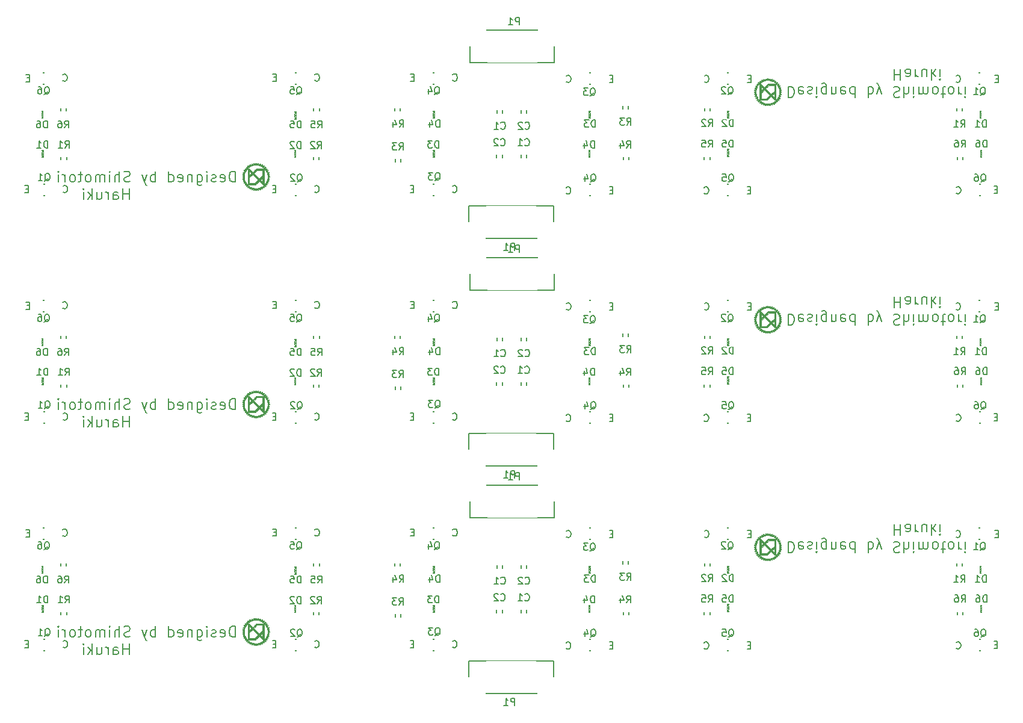
<source format=gbo>
G04 #@! TF.GenerationSoftware,KiCad,Pcbnew,(5.0.0)*
G04 #@! TF.CreationDate,2019-02-16T18:39:58+09:00*
G04 #@! TF.ProjectId,lancer_sensorboard_v3,6C616E6365725F73656E736F72626F61,rev?*
G04 #@! TF.SameCoordinates,Original*
G04 #@! TF.FileFunction,Legend,Bot*
G04 #@! TF.FilePolarity,Positive*
%FSLAX46Y46*%
G04 Gerber Fmt 4.6, Leading zero omitted, Abs format (unit mm)*
G04 Created by KiCad (PCBNEW (5.0.0)) date 02/16/19 18:39:58*
%MOMM*%
%LPD*%
G01*
G04 APERTURE LIST*
%ADD10C,0.200000*%
%ADD11C,0.150000*%
%ADD12C,0.010000*%
%ADD13R,1.400000X1.850000*%
%ADD14R,1.200000X1.100000*%
%ADD15C,3.600000*%
%ADD16R,1.200000X1.200000*%
%ADD17R,0.630000X1.650000*%
%ADD18R,2.200000X2.400000*%
%ADD19R,2.600000X2.400000*%
G04 APERTURE END LIST*
D10*
X158913654Y-62796428D02*
X158913654Y-64296428D01*
X159270796Y-64296428D01*
X159485082Y-64225000D01*
X159627939Y-64082142D01*
X159699368Y-63939285D01*
X159770796Y-63653571D01*
X159770796Y-63439285D01*
X159699368Y-63153571D01*
X159627939Y-63010714D01*
X159485082Y-62867857D01*
X159270796Y-62796428D01*
X158913654Y-62796428D01*
X160985082Y-62867857D02*
X160842225Y-62796428D01*
X160556511Y-62796428D01*
X160413654Y-62867857D01*
X160342225Y-63010714D01*
X160342225Y-63582142D01*
X160413654Y-63725000D01*
X160556511Y-63796428D01*
X160842225Y-63796428D01*
X160985082Y-63725000D01*
X161056511Y-63582142D01*
X161056511Y-63439285D01*
X160342225Y-63296428D01*
X161627939Y-62867857D02*
X161770796Y-62796428D01*
X162056511Y-62796428D01*
X162199368Y-62867857D01*
X162270796Y-63010714D01*
X162270796Y-63082142D01*
X162199368Y-63225000D01*
X162056511Y-63296428D01*
X161842225Y-63296428D01*
X161699368Y-63367857D01*
X161627939Y-63510714D01*
X161627939Y-63582142D01*
X161699368Y-63725000D01*
X161842225Y-63796428D01*
X162056511Y-63796428D01*
X162199368Y-63725000D01*
X162913654Y-62796428D02*
X162913654Y-63796428D01*
X162913654Y-64296428D02*
X162842225Y-64225000D01*
X162913654Y-64153571D01*
X162985082Y-64225000D01*
X162913654Y-64296428D01*
X162913654Y-64153571D01*
X164270796Y-63796428D02*
X164270796Y-62582142D01*
X164199368Y-62439285D01*
X164127939Y-62367857D01*
X163985082Y-62296428D01*
X163770796Y-62296428D01*
X163627939Y-62367857D01*
X164270796Y-62867857D02*
X164127939Y-62796428D01*
X163842225Y-62796428D01*
X163699368Y-62867857D01*
X163627939Y-62939285D01*
X163556511Y-63082142D01*
X163556511Y-63510714D01*
X163627939Y-63653571D01*
X163699368Y-63725000D01*
X163842225Y-63796428D01*
X164127939Y-63796428D01*
X164270796Y-63725000D01*
X164985082Y-63796428D02*
X164985082Y-62796428D01*
X164985082Y-63653571D02*
X165056511Y-63725000D01*
X165199368Y-63796428D01*
X165413654Y-63796428D01*
X165556511Y-63725000D01*
X165627939Y-63582142D01*
X165627939Y-62796428D01*
X166913654Y-62867857D02*
X166770796Y-62796428D01*
X166485082Y-62796428D01*
X166342225Y-62867857D01*
X166270796Y-63010714D01*
X166270796Y-63582142D01*
X166342225Y-63725000D01*
X166485082Y-63796428D01*
X166770796Y-63796428D01*
X166913654Y-63725000D01*
X166985082Y-63582142D01*
X166985082Y-63439285D01*
X166270796Y-63296428D01*
X168270796Y-62796428D02*
X168270796Y-64296428D01*
X168270796Y-62867857D02*
X168127939Y-62796428D01*
X167842225Y-62796428D01*
X167699368Y-62867857D01*
X167627939Y-62939285D01*
X167556511Y-63082142D01*
X167556511Y-63510714D01*
X167627939Y-63653571D01*
X167699368Y-63725000D01*
X167842225Y-63796428D01*
X168127939Y-63796428D01*
X168270796Y-63725000D01*
X170127939Y-62796428D02*
X170127939Y-64296428D01*
X170127939Y-63725000D02*
X170270796Y-63796428D01*
X170556511Y-63796428D01*
X170699368Y-63725000D01*
X170770796Y-63653571D01*
X170842225Y-63510714D01*
X170842225Y-63082142D01*
X170770796Y-62939285D01*
X170699368Y-62867857D01*
X170556511Y-62796428D01*
X170270796Y-62796428D01*
X170127939Y-62867857D01*
X171342225Y-63796428D02*
X171699368Y-62796428D01*
X172056511Y-63796428D02*
X171699368Y-62796428D01*
X171556511Y-62439285D01*
X171485082Y-62367857D01*
X171342225Y-62296428D01*
X173699368Y-62867857D02*
X173913654Y-62796428D01*
X174270796Y-62796428D01*
X174413654Y-62867857D01*
X174485082Y-62939285D01*
X174556511Y-63082142D01*
X174556511Y-63225000D01*
X174485082Y-63367857D01*
X174413654Y-63439285D01*
X174270796Y-63510714D01*
X173985082Y-63582142D01*
X173842225Y-63653571D01*
X173770796Y-63725000D01*
X173699368Y-63867857D01*
X173699368Y-64010714D01*
X173770796Y-64153571D01*
X173842225Y-64225000D01*
X173985082Y-64296428D01*
X174342225Y-64296428D01*
X174556511Y-64225000D01*
X175199368Y-62796428D02*
X175199368Y-64296428D01*
X175842225Y-62796428D02*
X175842225Y-63582142D01*
X175770796Y-63725000D01*
X175627939Y-63796428D01*
X175413654Y-63796428D01*
X175270796Y-63725000D01*
X175199368Y-63653571D01*
X176556511Y-62796428D02*
X176556511Y-63796428D01*
X176556511Y-64296428D02*
X176485082Y-64225000D01*
X176556511Y-64153571D01*
X176627939Y-64225000D01*
X176556511Y-64296428D01*
X176556511Y-64153571D01*
X177270796Y-62796428D02*
X177270796Y-63796428D01*
X177270796Y-63653571D02*
X177342225Y-63725000D01*
X177485082Y-63796428D01*
X177699368Y-63796428D01*
X177842225Y-63725000D01*
X177913654Y-63582142D01*
X177913654Y-62796428D01*
X177913654Y-63582142D02*
X177985082Y-63725000D01*
X178127939Y-63796428D01*
X178342225Y-63796428D01*
X178485082Y-63725000D01*
X178556511Y-63582142D01*
X178556511Y-62796428D01*
X179485082Y-62796428D02*
X179342225Y-62867857D01*
X179270796Y-62939285D01*
X179199368Y-63082142D01*
X179199368Y-63510714D01*
X179270796Y-63653571D01*
X179342225Y-63725000D01*
X179485082Y-63796428D01*
X179699368Y-63796428D01*
X179842225Y-63725000D01*
X179913654Y-63653571D01*
X179985082Y-63510714D01*
X179985082Y-63082142D01*
X179913654Y-62939285D01*
X179842225Y-62867857D01*
X179699368Y-62796428D01*
X179485082Y-62796428D01*
X180413654Y-63796428D02*
X180985082Y-63796428D01*
X180627939Y-64296428D02*
X180627939Y-63010714D01*
X180699368Y-62867857D01*
X180842225Y-62796428D01*
X180985082Y-62796428D01*
X181699368Y-62796428D02*
X181556511Y-62867857D01*
X181485082Y-62939285D01*
X181413654Y-63082142D01*
X181413654Y-63510714D01*
X181485082Y-63653571D01*
X181556511Y-63725000D01*
X181699368Y-63796428D01*
X181913654Y-63796428D01*
X182056511Y-63725000D01*
X182127939Y-63653571D01*
X182199368Y-63510714D01*
X182199368Y-63082142D01*
X182127939Y-62939285D01*
X182056511Y-62867857D01*
X181913654Y-62796428D01*
X181699368Y-62796428D01*
X182842225Y-62796428D02*
X182842225Y-63796428D01*
X182842225Y-63510714D02*
X182913654Y-63653571D01*
X182985082Y-63725000D01*
X183127939Y-63796428D01*
X183270796Y-63796428D01*
X183770796Y-62796428D02*
X183770796Y-63796428D01*
X183770796Y-64296428D02*
X183699368Y-64225000D01*
X183770796Y-64153571D01*
X183842225Y-64225000D01*
X183770796Y-64296428D01*
X183770796Y-64153571D01*
X173842225Y-60346428D02*
X173842225Y-61846428D01*
X173842225Y-61132142D02*
X174699368Y-61132142D01*
X174699368Y-60346428D02*
X174699368Y-61846428D01*
X176056511Y-60346428D02*
X176056511Y-61132142D01*
X175985082Y-61275000D01*
X175842225Y-61346428D01*
X175556511Y-61346428D01*
X175413653Y-61275000D01*
X176056511Y-60417857D02*
X175913653Y-60346428D01*
X175556511Y-60346428D01*
X175413653Y-60417857D01*
X175342225Y-60560714D01*
X175342225Y-60703571D01*
X175413653Y-60846428D01*
X175556511Y-60917857D01*
X175913653Y-60917857D01*
X176056511Y-60989285D01*
X176770796Y-60346428D02*
X176770796Y-61346428D01*
X176770796Y-61060714D02*
X176842225Y-61203571D01*
X176913653Y-61275000D01*
X177056511Y-61346428D01*
X177199368Y-61346428D01*
X178342225Y-61346428D02*
X178342225Y-60346428D01*
X177699368Y-61346428D02*
X177699368Y-60560714D01*
X177770796Y-60417857D01*
X177913653Y-60346428D01*
X178127939Y-60346428D01*
X178270796Y-60417857D01*
X178342225Y-60489285D01*
X179056511Y-60346428D02*
X179056511Y-61846428D01*
X179199368Y-60917857D02*
X179627939Y-60346428D01*
X179627939Y-61346428D02*
X179056511Y-60775000D01*
X180270796Y-60346428D02*
X180270796Y-61346428D01*
X180270796Y-61846428D02*
X180199368Y-61775000D01*
X180270796Y-61703571D01*
X180342225Y-61775000D01*
X180270796Y-61846428D01*
X180270796Y-61703571D01*
X81086346Y-76203571D02*
X81086346Y-74703571D01*
X80729203Y-74703571D01*
X80514917Y-74775000D01*
X80372060Y-74917857D01*
X80300631Y-75060714D01*
X80229203Y-75346428D01*
X80229203Y-75560714D01*
X80300631Y-75846428D01*
X80372060Y-75989285D01*
X80514917Y-76132142D01*
X80729203Y-76203571D01*
X81086346Y-76203571D01*
X79014917Y-76132142D02*
X79157774Y-76203571D01*
X79443488Y-76203571D01*
X79586346Y-76132142D01*
X79657774Y-75989285D01*
X79657774Y-75417857D01*
X79586346Y-75275000D01*
X79443488Y-75203571D01*
X79157774Y-75203571D01*
X79014917Y-75275000D01*
X78943488Y-75417857D01*
X78943488Y-75560714D01*
X79657774Y-75703571D01*
X78372060Y-76132142D02*
X78229203Y-76203571D01*
X77943488Y-76203571D01*
X77800631Y-76132142D01*
X77729203Y-75989285D01*
X77729203Y-75917857D01*
X77800631Y-75775000D01*
X77943488Y-75703571D01*
X78157774Y-75703571D01*
X78300631Y-75632142D01*
X78372060Y-75489285D01*
X78372060Y-75417857D01*
X78300631Y-75275000D01*
X78157774Y-75203571D01*
X77943488Y-75203571D01*
X77800631Y-75275000D01*
X77086346Y-76203571D02*
X77086346Y-75203571D01*
X77086346Y-74703571D02*
X77157774Y-74775000D01*
X77086346Y-74846428D01*
X77014917Y-74775000D01*
X77086346Y-74703571D01*
X77086346Y-74846428D01*
X75729203Y-75203571D02*
X75729203Y-76417857D01*
X75800631Y-76560714D01*
X75872060Y-76632142D01*
X76014917Y-76703571D01*
X76229203Y-76703571D01*
X76372060Y-76632142D01*
X75729203Y-76132142D02*
X75872060Y-76203571D01*
X76157774Y-76203571D01*
X76300631Y-76132142D01*
X76372060Y-76060714D01*
X76443488Y-75917857D01*
X76443488Y-75489285D01*
X76372060Y-75346428D01*
X76300631Y-75275000D01*
X76157774Y-75203571D01*
X75872060Y-75203571D01*
X75729203Y-75275000D01*
X75014917Y-75203571D02*
X75014917Y-76203571D01*
X75014917Y-75346428D02*
X74943488Y-75275000D01*
X74800631Y-75203571D01*
X74586346Y-75203571D01*
X74443488Y-75275000D01*
X74372060Y-75417857D01*
X74372060Y-76203571D01*
X73086346Y-76132142D02*
X73229203Y-76203571D01*
X73514917Y-76203571D01*
X73657774Y-76132142D01*
X73729203Y-75989285D01*
X73729203Y-75417857D01*
X73657774Y-75275000D01*
X73514917Y-75203571D01*
X73229203Y-75203571D01*
X73086346Y-75275000D01*
X73014917Y-75417857D01*
X73014917Y-75560714D01*
X73729203Y-75703571D01*
X71729203Y-76203571D02*
X71729203Y-74703571D01*
X71729203Y-76132142D02*
X71872060Y-76203571D01*
X72157774Y-76203571D01*
X72300631Y-76132142D01*
X72372060Y-76060714D01*
X72443488Y-75917857D01*
X72443488Y-75489285D01*
X72372060Y-75346428D01*
X72300631Y-75275000D01*
X72157774Y-75203571D01*
X71872060Y-75203571D01*
X71729203Y-75275000D01*
X69872060Y-76203571D02*
X69872060Y-74703571D01*
X69872060Y-75275000D02*
X69729203Y-75203571D01*
X69443488Y-75203571D01*
X69300631Y-75275000D01*
X69229203Y-75346428D01*
X69157774Y-75489285D01*
X69157774Y-75917857D01*
X69229203Y-76060714D01*
X69300631Y-76132142D01*
X69443488Y-76203571D01*
X69729203Y-76203571D01*
X69872060Y-76132142D01*
X68657774Y-75203571D02*
X68300631Y-76203571D01*
X67943488Y-75203571D02*
X68300631Y-76203571D01*
X68443488Y-76560714D01*
X68514917Y-76632142D01*
X68657774Y-76703571D01*
X66300631Y-76132142D02*
X66086346Y-76203571D01*
X65729203Y-76203571D01*
X65586346Y-76132142D01*
X65514917Y-76060714D01*
X65443488Y-75917857D01*
X65443488Y-75775000D01*
X65514917Y-75632142D01*
X65586346Y-75560714D01*
X65729203Y-75489285D01*
X66014917Y-75417857D01*
X66157774Y-75346428D01*
X66229203Y-75275000D01*
X66300631Y-75132142D01*
X66300631Y-74989285D01*
X66229203Y-74846428D01*
X66157774Y-74775000D01*
X66014917Y-74703571D01*
X65657774Y-74703571D01*
X65443488Y-74775000D01*
X64800631Y-76203571D02*
X64800631Y-74703571D01*
X64157774Y-76203571D02*
X64157774Y-75417857D01*
X64229203Y-75275000D01*
X64372060Y-75203571D01*
X64586346Y-75203571D01*
X64729203Y-75275000D01*
X64800631Y-75346428D01*
X63443488Y-76203571D02*
X63443488Y-75203571D01*
X63443488Y-74703571D02*
X63514917Y-74775000D01*
X63443488Y-74846428D01*
X63372060Y-74775000D01*
X63443488Y-74703571D01*
X63443488Y-74846428D01*
X62729203Y-76203571D02*
X62729203Y-75203571D01*
X62729203Y-75346428D02*
X62657774Y-75275000D01*
X62514917Y-75203571D01*
X62300631Y-75203571D01*
X62157774Y-75275000D01*
X62086346Y-75417857D01*
X62086346Y-76203571D01*
X62086346Y-75417857D02*
X62014917Y-75275000D01*
X61872060Y-75203571D01*
X61657774Y-75203571D01*
X61514917Y-75275000D01*
X61443488Y-75417857D01*
X61443488Y-76203571D01*
X60514917Y-76203571D02*
X60657774Y-76132142D01*
X60729203Y-76060714D01*
X60800631Y-75917857D01*
X60800631Y-75489285D01*
X60729203Y-75346428D01*
X60657774Y-75275000D01*
X60514917Y-75203571D01*
X60300631Y-75203571D01*
X60157774Y-75275000D01*
X60086346Y-75346428D01*
X60014917Y-75489285D01*
X60014917Y-75917857D01*
X60086346Y-76060714D01*
X60157774Y-76132142D01*
X60300631Y-76203571D01*
X60514917Y-76203571D01*
X59586346Y-75203571D02*
X59014917Y-75203571D01*
X59372060Y-74703571D02*
X59372060Y-75989285D01*
X59300631Y-76132142D01*
X59157774Y-76203571D01*
X59014917Y-76203571D01*
X58300631Y-76203571D02*
X58443488Y-76132142D01*
X58514917Y-76060714D01*
X58586346Y-75917857D01*
X58586346Y-75489285D01*
X58514917Y-75346428D01*
X58443488Y-75275000D01*
X58300631Y-75203571D01*
X58086346Y-75203571D01*
X57943488Y-75275000D01*
X57872060Y-75346428D01*
X57800631Y-75489285D01*
X57800631Y-75917857D01*
X57872060Y-76060714D01*
X57943488Y-76132142D01*
X58086346Y-76203571D01*
X58300631Y-76203571D01*
X57157774Y-76203571D02*
X57157774Y-75203571D01*
X57157774Y-75489285D02*
X57086346Y-75346428D01*
X57014917Y-75275000D01*
X56872060Y-75203571D01*
X56729203Y-75203571D01*
X56229203Y-76203571D02*
X56229203Y-75203571D01*
X56229203Y-74703571D02*
X56300631Y-74775000D01*
X56229203Y-74846428D01*
X56157774Y-74775000D01*
X56229203Y-74703571D01*
X56229203Y-74846428D01*
X66157774Y-78653571D02*
X66157774Y-77153571D01*
X66157774Y-77867857D02*
X65300631Y-77867857D01*
X65300631Y-78653571D02*
X65300631Y-77153571D01*
X63943488Y-78653571D02*
X63943488Y-77867857D01*
X64014917Y-77725000D01*
X64157774Y-77653571D01*
X64443488Y-77653571D01*
X64586346Y-77725000D01*
X63943488Y-78582142D02*
X64086346Y-78653571D01*
X64443488Y-78653571D01*
X64586346Y-78582142D01*
X64657774Y-78439285D01*
X64657774Y-78296428D01*
X64586346Y-78153571D01*
X64443488Y-78082142D01*
X64086346Y-78082142D01*
X63943488Y-78010714D01*
X63229203Y-78653571D02*
X63229203Y-77653571D01*
X63229203Y-77939285D02*
X63157774Y-77796428D01*
X63086346Y-77725000D01*
X62943488Y-77653571D01*
X62800631Y-77653571D01*
X61657774Y-77653571D02*
X61657774Y-78653571D01*
X62300631Y-77653571D02*
X62300631Y-78439285D01*
X62229203Y-78582142D01*
X62086346Y-78653571D01*
X61872060Y-78653571D01*
X61729203Y-78582142D01*
X61657774Y-78510714D01*
X60943488Y-78653571D02*
X60943488Y-77153571D01*
X60800631Y-78082142D02*
X60372060Y-78653571D01*
X60372060Y-77653571D02*
X60943488Y-78225000D01*
X59729203Y-78653571D02*
X59729203Y-77653571D01*
X59729203Y-77153571D02*
X59800631Y-77225000D01*
X59729203Y-77296428D01*
X59657774Y-77225000D01*
X59729203Y-77153571D01*
X59729203Y-77296428D01*
X158913654Y-94796428D02*
X158913654Y-96296428D01*
X159270796Y-96296428D01*
X159485082Y-96225000D01*
X159627939Y-96082142D01*
X159699368Y-95939285D01*
X159770796Y-95653571D01*
X159770796Y-95439285D01*
X159699368Y-95153571D01*
X159627939Y-95010714D01*
X159485082Y-94867857D01*
X159270796Y-94796428D01*
X158913654Y-94796428D01*
X160985082Y-94867857D02*
X160842225Y-94796428D01*
X160556511Y-94796428D01*
X160413654Y-94867857D01*
X160342225Y-95010714D01*
X160342225Y-95582142D01*
X160413654Y-95725000D01*
X160556511Y-95796428D01*
X160842225Y-95796428D01*
X160985082Y-95725000D01*
X161056511Y-95582142D01*
X161056511Y-95439285D01*
X160342225Y-95296428D01*
X161627939Y-94867857D02*
X161770796Y-94796428D01*
X162056511Y-94796428D01*
X162199368Y-94867857D01*
X162270796Y-95010714D01*
X162270796Y-95082142D01*
X162199368Y-95225000D01*
X162056511Y-95296428D01*
X161842225Y-95296428D01*
X161699368Y-95367857D01*
X161627939Y-95510714D01*
X161627939Y-95582142D01*
X161699368Y-95725000D01*
X161842225Y-95796428D01*
X162056511Y-95796428D01*
X162199368Y-95725000D01*
X162913654Y-94796428D02*
X162913654Y-95796428D01*
X162913654Y-96296428D02*
X162842225Y-96225000D01*
X162913654Y-96153571D01*
X162985082Y-96225000D01*
X162913654Y-96296428D01*
X162913654Y-96153571D01*
X164270796Y-95796428D02*
X164270796Y-94582142D01*
X164199368Y-94439285D01*
X164127939Y-94367857D01*
X163985082Y-94296428D01*
X163770796Y-94296428D01*
X163627939Y-94367857D01*
X164270796Y-94867857D02*
X164127939Y-94796428D01*
X163842225Y-94796428D01*
X163699368Y-94867857D01*
X163627939Y-94939285D01*
X163556511Y-95082142D01*
X163556511Y-95510714D01*
X163627939Y-95653571D01*
X163699368Y-95725000D01*
X163842225Y-95796428D01*
X164127939Y-95796428D01*
X164270796Y-95725000D01*
X164985082Y-95796428D02*
X164985082Y-94796428D01*
X164985082Y-95653571D02*
X165056511Y-95725000D01*
X165199368Y-95796428D01*
X165413654Y-95796428D01*
X165556511Y-95725000D01*
X165627939Y-95582142D01*
X165627939Y-94796428D01*
X166913654Y-94867857D02*
X166770796Y-94796428D01*
X166485082Y-94796428D01*
X166342225Y-94867857D01*
X166270796Y-95010714D01*
X166270796Y-95582142D01*
X166342225Y-95725000D01*
X166485082Y-95796428D01*
X166770796Y-95796428D01*
X166913654Y-95725000D01*
X166985082Y-95582142D01*
X166985082Y-95439285D01*
X166270796Y-95296428D01*
X168270796Y-94796428D02*
X168270796Y-96296428D01*
X168270796Y-94867857D02*
X168127939Y-94796428D01*
X167842225Y-94796428D01*
X167699368Y-94867857D01*
X167627939Y-94939285D01*
X167556511Y-95082142D01*
X167556511Y-95510714D01*
X167627939Y-95653571D01*
X167699368Y-95725000D01*
X167842225Y-95796428D01*
X168127939Y-95796428D01*
X168270796Y-95725000D01*
X170127939Y-94796428D02*
X170127939Y-96296428D01*
X170127939Y-95725000D02*
X170270796Y-95796428D01*
X170556511Y-95796428D01*
X170699368Y-95725000D01*
X170770796Y-95653571D01*
X170842225Y-95510714D01*
X170842225Y-95082142D01*
X170770796Y-94939285D01*
X170699368Y-94867857D01*
X170556511Y-94796428D01*
X170270796Y-94796428D01*
X170127939Y-94867857D01*
X171342225Y-95796428D02*
X171699368Y-94796428D01*
X172056511Y-95796428D02*
X171699368Y-94796428D01*
X171556511Y-94439285D01*
X171485082Y-94367857D01*
X171342225Y-94296428D01*
X173699368Y-94867857D02*
X173913654Y-94796428D01*
X174270796Y-94796428D01*
X174413654Y-94867857D01*
X174485082Y-94939285D01*
X174556511Y-95082142D01*
X174556511Y-95225000D01*
X174485082Y-95367857D01*
X174413654Y-95439285D01*
X174270796Y-95510714D01*
X173985082Y-95582142D01*
X173842225Y-95653571D01*
X173770796Y-95725000D01*
X173699368Y-95867857D01*
X173699368Y-96010714D01*
X173770796Y-96153571D01*
X173842225Y-96225000D01*
X173985082Y-96296428D01*
X174342225Y-96296428D01*
X174556511Y-96225000D01*
X175199368Y-94796428D02*
X175199368Y-96296428D01*
X175842225Y-94796428D02*
X175842225Y-95582142D01*
X175770796Y-95725000D01*
X175627939Y-95796428D01*
X175413654Y-95796428D01*
X175270796Y-95725000D01*
X175199368Y-95653571D01*
X176556511Y-94796428D02*
X176556511Y-95796428D01*
X176556511Y-96296428D02*
X176485082Y-96225000D01*
X176556511Y-96153571D01*
X176627939Y-96225000D01*
X176556511Y-96296428D01*
X176556511Y-96153571D01*
X177270796Y-94796428D02*
X177270796Y-95796428D01*
X177270796Y-95653571D02*
X177342225Y-95725000D01*
X177485082Y-95796428D01*
X177699368Y-95796428D01*
X177842225Y-95725000D01*
X177913654Y-95582142D01*
X177913654Y-94796428D01*
X177913654Y-95582142D02*
X177985082Y-95725000D01*
X178127939Y-95796428D01*
X178342225Y-95796428D01*
X178485082Y-95725000D01*
X178556511Y-95582142D01*
X178556511Y-94796428D01*
X179485082Y-94796428D02*
X179342225Y-94867857D01*
X179270796Y-94939285D01*
X179199368Y-95082142D01*
X179199368Y-95510714D01*
X179270796Y-95653571D01*
X179342225Y-95725000D01*
X179485082Y-95796428D01*
X179699368Y-95796428D01*
X179842225Y-95725000D01*
X179913654Y-95653571D01*
X179985082Y-95510714D01*
X179985082Y-95082142D01*
X179913654Y-94939285D01*
X179842225Y-94867857D01*
X179699368Y-94796428D01*
X179485082Y-94796428D01*
X180413654Y-95796428D02*
X180985082Y-95796428D01*
X180627939Y-96296428D02*
X180627939Y-95010714D01*
X180699368Y-94867857D01*
X180842225Y-94796428D01*
X180985082Y-94796428D01*
X181699368Y-94796428D02*
X181556511Y-94867857D01*
X181485082Y-94939285D01*
X181413654Y-95082142D01*
X181413654Y-95510714D01*
X181485082Y-95653571D01*
X181556511Y-95725000D01*
X181699368Y-95796428D01*
X181913654Y-95796428D01*
X182056511Y-95725000D01*
X182127939Y-95653571D01*
X182199368Y-95510714D01*
X182199368Y-95082142D01*
X182127939Y-94939285D01*
X182056511Y-94867857D01*
X181913654Y-94796428D01*
X181699368Y-94796428D01*
X182842225Y-94796428D02*
X182842225Y-95796428D01*
X182842225Y-95510714D02*
X182913654Y-95653571D01*
X182985082Y-95725000D01*
X183127939Y-95796428D01*
X183270796Y-95796428D01*
X183770796Y-94796428D02*
X183770796Y-95796428D01*
X183770796Y-96296428D02*
X183699368Y-96225000D01*
X183770796Y-96153571D01*
X183842225Y-96225000D01*
X183770796Y-96296428D01*
X183770796Y-96153571D01*
X173842225Y-92346428D02*
X173842225Y-93846428D01*
X173842225Y-93132142D02*
X174699368Y-93132142D01*
X174699368Y-92346428D02*
X174699368Y-93846428D01*
X176056511Y-92346428D02*
X176056511Y-93132142D01*
X175985082Y-93275000D01*
X175842225Y-93346428D01*
X175556511Y-93346428D01*
X175413653Y-93275000D01*
X176056511Y-92417857D02*
X175913653Y-92346428D01*
X175556511Y-92346428D01*
X175413653Y-92417857D01*
X175342225Y-92560714D01*
X175342225Y-92703571D01*
X175413653Y-92846428D01*
X175556511Y-92917857D01*
X175913653Y-92917857D01*
X176056511Y-92989285D01*
X176770796Y-92346428D02*
X176770796Y-93346428D01*
X176770796Y-93060714D02*
X176842225Y-93203571D01*
X176913653Y-93275000D01*
X177056511Y-93346428D01*
X177199368Y-93346428D01*
X178342225Y-93346428D02*
X178342225Y-92346428D01*
X177699368Y-93346428D02*
X177699368Y-92560714D01*
X177770796Y-92417857D01*
X177913653Y-92346428D01*
X178127939Y-92346428D01*
X178270796Y-92417857D01*
X178342225Y-92489285D01*
X179056511Y-92346428D02*
X179056511Y-93846428D01*
X179199368Y-92917857D02*
X179627939Y-92346428D01*
X179627939Y-93346428D02*
X179056511Y-92775000D01*
X180270796Y-92346428D02*
X180270796Y-93346428D01*
X180270796Y-93846428D02*
X180199368Y-93775000D01*
X180270796Y-93703571D01*
X180342225Y-93775000D01*
X180270796Y-93846428D01*
X180270796Y-93703571D01*
X81086346Y-108203571D02*
X81086346Y-106703571D01*
X80729203Y-106703571D01*
X80514917Y-106775000D01*
X80372060Y-106917857D01*
X80300631Y-107060714D01*
X80229203Y-107346428D01*
X80229203Y-107560714D01*
X80300631Y-107846428D01*
X80372060Y-107989285D01*
X80514917Y-108132142D01*
X80729203Y-108203571D01*
X81086346Y-108203571D01*
X79014917Y-108132142D02*
X79157774Y-108203571D01*
X79443488Y-108203571D01*
X79586346Y-108132142D01*
X79657774Y-107989285D01*
X79657774Y-107417857D01*
X79586346Y-107275000D01*
X79443488Y-107203571D01*
X79157774Y-107203571D01*
X79014917Y-107275000D01*
X78943488Y-107417857D01*
X78943488Y-107560714D01*
X79657774Y-107703571D01*
X78372060Y-108132142D02*
X78229203Y-108203571D01*
X77943488Y-108203571D01*
X77800631Y-108132142D01*
X77729203Y-107989285D01*
X77729203Y-107917857D01*
X77800631Y-107775000D01*
X77943488Y-107703571D01*
X78157774Y-107703571D01*
X78300631Y-107632142D01*
X78372060Y-107489285D01*
X78372060Y-107417857D01*
X78300631Y-107275000D01*
X78157774Y-107203571D01*
X77943488Y-107203571D01*
X77800631Y-107275000D01*
X77086346Y-108203571D02*
X77086346Y-107203571D01*
X77086346Y-106703571D02*
X77157774Y-106775000D01*
X77086346Y-106846428D01*
X77014917Y-106775000D01*
X77086346Y-106703571D01*
X77086346Y-106846428D01*
X75729203Y-107203571D02*
X75729203Y-108417857D01*
X75800631Y-108560714D01*
X75872060Y-108632142D01*
X76014917Y-108703571D01*
X76229203Y-108703571D01*
X76372060Y-108632142D01*
X75729203Y-108132142D02*
X75872060Y-108203571D01*
X76157774Y-108203571D01*
X76300631Y-108132142D01*
X76372060Y-108060714D01*
X76443488Y-107917857D01*
X76443488Y-107489285D01*
X76372060Y-107346428D01*
X76300631Y-107275000D01*
X76157774Y-107203571D01*
X75872060Y-107203571D01*
X75729203Y-107275000D01*
X75014917Y-107203571D02*
X75014917Y-108203571D01*
X75014917Y-107346428D02*
X74943488Y-107275000D01*
X74800631Y-107203571D01*
X74586346Y-107203571D01*
X74443488Y-107275000D01*
X74372060Y-107417857D01*
X74372060Y-108203571D01*
X73086346Y-108132142D02*
X73229203Y-108203571D01*
X73514917Y-108203571D01*
X73657774Y-108132142D01*
X73729203Y-107989285D01*
X73729203Y-107417857D01*
X73657774Y-107275000D01*
X73514917Y-107203571D01*
X73229203Y-107203571D01*
X73086346Y-107275000D01*
X73014917Y-107417857D01*
X73014917Y-107560714D01*
X73729203Y-107703571D01*
X71729203Y-108203571D02*
X71729203Y-106703571D01*
X71729203Y-108132142D02*
X71872060Y-108203571D01*
X72157774Y-108203571D01*
X72300631Y-108132142D01*
X72372060Y-108060714D01*
X72443488Y-107917857D01*
X72443488Y-107489285D01*
X72372060Y-107346428D01*
X72300631Y-107275000D01*
X72157774Y-107203571D01*
X71872060Y-107203571D01*
X71729203Y-107275000D01*
X69872060Y-108203571D02*
X69872060Y-106703571D01*
X69872060Y-107275000D02*
X69729203Y-107203571D01*
X69443488Y-107203571D01*
X69300631Y-107275000D01*
X69229203Y-107346428D01*
X69157774Y-107489285D01*
X69157774Y-107917857D01*
X69229203Y-108060714D01*
X69300631Y-108132142D01*
X69443488Y-108203571D01*
X69729203Y-108203571D01*
X69872060Y-108132142D01*
X68657774Y-107203571D02*
X68300631Y-108203571D01*
X67943488Y-107203571D02*
X68300631Y-108203571D01*
X68443488Y-108560714D01*
X68514917Y-108632142D01*
X68657774Y-108703571D01*
X66300631Y-108132142D02*
X66086346Y-108203571D01*
X65729203Y-108203571D01*
X65586346Y-108132142D01*
X65514917Y-108060714D01*
X65443488Y-107917857D01*
X65443488Y-107775000D01*
X65514917Y-107632142D01*
X65586346Y-107560714D01*
X65729203Y-107489285D01*
X66014917Y-107417857D01*
X66157774Y-107346428D01*
X66229203Y-107275000D01*
X66300631Y-107132142D01*
X66300631Y-106989285D01*
X66229203Y-106846428D01*
X66157774Y-106775000D01*
X66014917Y-106703571D01*
X65657774Y-106703571D01*
X65443488Y-106775000D01*
X64800631Y-108203571D02*
X64800631Y-106703571D01*
X64157774Y-108203571D02*
X64157774Y-107417857D01*
X64229203Y-107275000D01*
X64372060Y-107203571D01*
X64586346Y-107203571D01*
X64729203Y-107275000D01*
X64800631Y-107346428D01*
X63443488Y-108203571D02*
X63443488Y-107203571D01*
X63443488Y-106703571D02*
X63514917Y-106775000D01*
X63443488Y-106846428D01*
X63372060Y-106775000D01*
X63443488Y-106703571D01*
X63443488Y-106846428D01*
X62729203Y-108203571D02*
X62729203Y-107203571D01*
X62729203Y-107346428D02*
X62657774Y-107275000D01*
X62514917Y-107203571D01*
X62300631Y-107203571D01*
X62157774Y-107275000D01*
X62086346Y-107417857D01*
X62086346Y-108203571D01*
X62086346Y-107417857D02*
X62014917Y-107275000D01*
X61872060Y-107203571D01*
X61657774Y-107203571D01*
X61514917Y-107275000D01*
X61443488Y-107417857D01*
X61443488Y-108203571D01*
X60514917Y-108203571D02*
X60657774Y-108132142D01*
X60729203Y-108060714D01*
X60800631Y-107917857D01*
X60800631Y-107489285D01*
X60729203Y-107346428D01*
X60657774Y-107275000D01*
X60514917Y-107203571D01*
X60300631Y-107203571D01*
X60157774Y-107275000D01*
X60086346Y-107346428D01*
X60014917Y-107489285D01*
X60014917Y-107917857D01*
X60086346Y-108060714D01*
X60157774Y-108132142D01*
X60300631Y-108203571D01*
X60514917Y-108203571D01*
X59586346Y-107203571D02*
X59014917Y-107203571D01*
X59372060Y-106703571D02*
X59372060Y-107989285D01*
X59300631Y-108132142D01*
X59157774Y-108203571D01*
X59014917Y-108203571D01*
X58300631Y-108203571D02*
X58443488Y-108132142D01*
X58514917Y-108060714D01*
X58586346Y-107917857D01*
X58586346Y-107489285D01*
X58514917Y-107346428D01*
X58443488Y-107275000D01*
X58300631Y-107203571D01*
X58086346Y-107203571D01*
X57943488Y-107275000D01*
X57872060Y-107346428D01*
X57800631Y-107489285D01*
X57800631Y-107917857D01*
X57872060Y-108060714D01*
X57943488Y-108132142D01*
X58086346Y-108203571D01*
X58300631Y-108203571D01*
X57157774Y-108203571D02*
X57157774Y-107203571D01*
X57157774Y-107489285D02*
X57086346Y-107346428D01*
X57014917Y-107275000D01*
X56872060Y-107203571D01*
X56729203Y-107203571D01*
X56229203Y-108203571D02*
X56229203Y-107203571D01*
X56229203Y-106703571D02*
X56300631Y-106775000D01*
X56229203Y-106846428D01*
X56157774Y-106775000D01*
X56229203Y-106703571D01*
X56229203Y-106846428D01*
X66157774Y-110653571D02*
X66157774Y-109153571D01*
X66157774Y-109867857D02*
X65300631Y-109867857D01*
X65300631Y-110653571D02*
X65300631Y-109153571D01*
X63943488Y-110653571D02*
X63943488Y-109867857D01*
X64014917Y-109725000D01*
X64157774Y-109653571D01*
X64443488Y-109653571D01*
X64586346Y-109725000D01*
X63943488Y-110582142D02*
X64086346Y-110653571D01*
X64443488Y-110653571D01*
X64586346Y-110582142D01*
X64657774Y-110439285D01*
X64657774Y-110296428D01*
X64586346Y-110153571D01*
X64443488Y-110082142D01*
X64086346Y-110082142D01*
X63943488Y-110010714D01*
X63229203Y-110653571D02*
X63229203Y-109653571D01*
X63229203Y-109939285D02*
X63157774Y-109796428D01*
X63086346Y-109725000D01*
X62943488Y-109653571D01*
X62800631Y-109653571D01*
X61657774Y-109653571D02*
X61657774Y-110653571D01*
X62300631Y-109653571D02*
X62300631Y-110439285D01*
X62229203Y-110582142D01*
X62086346Y-110653571D01*
X61872060Y-110653571D01*
X61729203Y-110582142D01*
X61657774Y-110510714D01*
X60943488Y-110653571D02*
X60943488Y-109153571D01*
X60800631Y-110082142D02*
X60372060Y-110653571D01*
X60372060Y-109653571D02*
X60943488Y-110225000D01*
X59729203Y-110653571D02*
X59729203Y-109653571D01*
X59729203Y-109153571D02*
X59800631Y-109225000D01*
X59729203Y-109296428D01*
X59657774Y-109225000D01*
X59729203Y-109153571D01*
X59729203Y-109296428D01*
X158913654Y-126796428D02*
X158913654Y-128296428D01*
X159270796Y-128296428D01*
X159485082Y-128225000D01*
X159627939Y-128082142D01*
X159699368Y-127939285D01*
X159770796Y-127653571D01*
X159770796Y-127439285D01*
X159699368Y-127153571D01*
X159627939Y-127010714D01*
X159485082Y-126867857D01*
X159270796Y-126796428D01*
X158913654Y-126796428D01*
X160985082Y-126867857D02*
X160842225Y-126796428D01*
X160556511Y-126796428D01*
X160413654Y-126867857D01*
X160342225Y-127010714D01*
X160342225Y-127582142D01*
X160413654Y-127725000D01*
X160556511Y-127796428D01*
X160842225Y-127796428D01*
X160985082Y-127725000D01*
X161056511Y-127582142D01*
X161056511Y-127439285D01*
X160342225Y-127296428D01*
X161627939Y-126867857D02*
X161770796Y-126796428D01*
X162056511Y-126796428D01*
X162199368Y-126867857D01*
X162270796Y-127010714D01*
X162270796Y-127082142D01*
X162199368Y-127225000D01*
X162056511Y-127296428D01*
X161842225Y-127296428D01*
X161699368Y-127367857D01*
X161627939Y-127510714D01*
X161627939Y-127582142D01*
X161699368Y-127725000D01*
X161842225Y-127796428D01*
X162056511Y-127796428D01*
X162199368Y-127725000D01*
X162913654Y-126796428D02*
X162913654Y-127796428D01*
X162913654Y-128296428D02*
X162842225Y-128225000D01*
X162913654Y-128153571D01*
X162985082Y-128225000D01*
X162913654Y-128296428D01*
X162913654Y-128153571D01*
X164270796Y-127796428D02*
X164270796Y-126582142D01*
X164199368Y-126439285D01*
X164127939Y-126367857D01*
X163985082Y-126296428D01*
X163770796Y-126296428D01*
X163627939Y-126367857D01*
X164270796Y-126867857D02*
X164127939Y-126796428D01*
X163842225Y-126796428D01*
X163699368Y-126867857D01*
X163627939Y-126939285D01*
X163556511Y-127082142D01*
X163556511Y-127510714D01*
X163627939Y-127653571D01*
X163699368Y-127725000D01*
X163842225Y-127796428D01*
X164127939Y-127796428D01*
X164270796Y-127725000D01*
X164985082Y-127796428D02*
X164985082Y-126796428D01*
X164985082Y-127653571D02*
X165056511Y-127725000D01*
X165199368Y-127796428D01*
X165413654Y-127796428D01*
X165556511Y-127725000D01*
X165627939Y-127582142D01*
X165627939Y-126796428D01*
X166913654Y-126867857D02*
X166770796Y-126796428D01*
X166485082Y-126796428D01*
X166342225Y-126867857D01*
X166270796Y-127010714D01*
X166270796Y-127582142D01*
X166342225Y-127725000D01*
X166485082Y-127796428D01*
X166770796Y-127796428D01*
X166913654Y-127725000D01*
X166985082Y-127582142D01*
X166985082Y-127439285D01*
X166270796Y-127296428D01*
X168270796Y-126796428D02*
X168270796Y-128296428D01*
X168270796Y-126867857D02*
X168127939Y-126796428D01*
X167842225Y-126796428D01*
X167699368Y-126867857D01*
X167627939Y-126939285D01*
X167556511Y-127082142D01*
X167556511Y-127510714D01*
X167627939Y-127653571D01*
X167699368Y-127725000D01*
X167842225Y-127796428D01*
X168127939Y-127796428D01*
X168270796Y-127725000D01*
X170127939Y-126796428D02*
X170127939Y-128296428D01*
X170127939Y-127725000D02*
X170270796Y-127796428D01*
X170556511Y-127796428D01*
X170699368Y-127725000D01*
X170770796Y-127653571D01*
X170842225Y-127510714D01*
X170842225Y-127082142D01*
X170770796Y-126939285D01*
X170699368Y-126867857D01*
X170556511Y-126796428D01*
X170270796Y-126796428D01*
X170127939Y-126867857D01*
X171342225Y-127796428D02*
X171699368Y-126796428D01*
X172056511Y-127796428D02*
X171699368Y-126796428D01*
X171556511Y-126439285D01*
X171485082Y-126367857D01*
X171342225Y-126296428D01*
X173699368Y-126867857D02*
X173913654Y-126796428D01*
X174270796Y-126796428D01*
X174413654Y-126867857D01*
X174485082Y-126939285D01*
X174556511Y-127082142D01*
X174556511Y-127225000D01*
X174485082Y-127367857D01*
X174413654Y-127439285D01*
X174270796Y-127510714D01*
X173985082Y-127582142D01*
X173842225Y-127653571D01*
X173770796Y-127725000D01*
X173699368Y-127867857D01*
X173699368Y-128010714D01*
X173770796Y-128153571D01*
X173842225Y-128225000D01*
X173985082Y-128296428D01*
X174342225Y-128296428D01*
X174556511Y-128225000D01*
X175199368Y-126796428D02*
X175199368Y-128296428D01*
X175842225Y-126796428D02*
X175842225Y-127582142D01*
X175770796Y-127725000D01*
X175627939Y-127796428D01*
X175413654Y-127796428D01*
X175270796Y-127725000D01*
X175199368Y-127653571D01*
X176556511Y-126796428D02*
X176556511Y-127796428D01*
X176556511Y-128296428D02*
X176485082Y-128225000D01*
X176556511Y-128153571D01*
X176627939Y-128225000D01*
X176556511Y-128296428D01*
X176556511Y-128153571D01*
X177270796Y-126796428D02*
X177270796Y-127796428D01*
X177270796Y-127653571D02*
X177342225Y-127725000D01*
X177485082Y-127796428D01*
X177699368Y-127796428D01*
X177842225Y-127725000D01*
X177913654Y-127582142D01*
X177913654Y-126796428D01*
X177913654Y-127582142D02*
X177985082Y-127725000D01*
X178127939Y-127796428D01*
X178342225Y-127796428D01*
X178485082Y-127725000D01*
X178556511Y-127582142D01*
X178556511Y-126796428D01*
X179485082Y-126796428D02*
X179342225Y-126867857D01*
X179270796Y-126939285D01*
X179199368Y-127082142D01*
X179199368Y-127510714D01*
X179270796Y-127653571D01*
X179342225Y-127725000D01*
X179485082Y-127796428D01*
X179699368Y-127796428D01*
X179842225Y-127725000D01*
X179913654Y-127653571D01*
X179985082Y-127510714D01*
X179985082Y-127082142D01*
X179913654Y-126939285D01*
X179842225Y-126867857D01*
X179699368Y-126796428D01*
X179485082Y-126796428D01*
X180413654Y-127796428D02*
X180985082Y-127796428D01*
X180627939Y-128296428D02*
X180627939Y-127010714D01*
X180699368Y-126867857D01*
X180842225Y-126796428D01*
X180985082Y-126796428D01*
X181699368Y-126796428D02*
X181556511Y-126867857D01*
X181485082Y-126939285D01*
X181413654Y-127082142D01*
X181413654Y-127510714D01*
X181485082Y-127653571D01*
X181556511Y-127725000D01*
X181699368Y-127796428D01*
X181913654Y-127796428D01*
X182056511Y-127725000D01*
X182127939Y-127653571D01*
X182199368Y-127510714D01*
X182199368Y-127082142D01*
X182127939Y-126939285D01*
X182056511Y-126867857D01*
X181913654Y-126796428D01*
X181699368Y-126796428D01*
X182842225Y-126796428D02*
X182842225Y-127796428D01*
X182842225Y-127510714D02*
X182913654Y-127653571D01*
X182985082Y-127725000D01*
X183127939Y-127796428D01*
X183270796Y-127796428D01*
X183770796Y-126796428D02*
X183770796Y-127796428D01*
X183770796Y-128296428D02*
X183699368Y-128225000D01*
X183770796Y-128153571D01*
X183842225Y-128225000D01*
X183770796Y-128296428D01*
X183770796Y-128153571D01*
X173842225Y-124346428D02*
X173842225Y-125846428D01*
X173842225Y-125132142D02*
X174699368Y-125132142D01*
X174699368Y-124346428D02*
X174699368Y-125846428D01*
X176056511Y-124346428D02*
X176056511Y-125132142D01*
X175985082Y-125275000D01*
X175842225Y-125346428D01*
X175556511Y-125346428D01*
X175413653Y-125275000D01*
X176056511Y-124417857D02*
X175913653Y-124346428D01*
X175556511Y-124346428D01*
X175413653Y-124417857D01*
X175342225Y-124560714D01*
X175342225Y-124703571D01*
X175413653Y-124846428D01*
X175556511Y-124917857D01*
X175913653Y-124917857D01*
X176056511Y-124989285D01*
X176770796Y-124346428D02*
X176770796Y-125346428D01*
X176770796Y-125060714D02*
X176842225Y-125203571D01*
X176913653Y-125275000D01*
X177056511Y-125346428D01*
X177199368Y-125346428D01*
X178342225Y-125346428D02*
X178342225Y-124346428D01*
X177699368Y-125346428D02*
X177699368Y-124560714D01*
X177770796Y-124417857D01*
X177913653Y-124346428D01*
X178127939Y-124346428D01*
X178270796Y-124417857D01*
X178342225Y-124489285D01*
X179056511Y-124346428D02*
X179056511Y-125846428D01*
X179199368Y-124917857D02*
X179627939Y-124346428D01*
X179627939Y-125346428D02*
X179056511Y-124775000D01*
X180270796Y-124346428D02*
X180270796Y-125346428D01*
X180270796Y-125846428D02*
X180199368Y-125775000D01*
X180270796Y-125703571D01*
X180342225Y-125775000D01*
X180270796Y-125846428D01*
X180270796Y-125703571D01*
X81086346Y-140203571D02*
X81086346Y-138703571D01*
X80729203Y-138703571D01*
X80514917Y-138775000D01*
X80372060Y-138917857D01*
X80300631Y-139060714D01*
X80229203Y-139346428D01*
X80229203Y-139560714D01*
X80300631Y-139846428D01*
X80372060Y-139989285D01*
X80514917Y-140132142D01*
X80729203Y-140203571D01*
X81086346Y-140203571D01*
X79014917Y-140132142D02*
X79157774Y-140203571D01*
X79443488Y-140203571D01*
X79586346Y-140132142D01*
X79657774Y-139989285D01*
X79657774Y-139417857D01*
X79586346Y-139275000D01*
X79443488Y-139203571D01*
X79157774Y-139203571D01*
X79014917Y-139275000D01*
X78943488Y-139417857D01*
X78943488Y-139560714D01*
X79657774Y-139703571D01*
X78372060Y-140132142D02*
X78229203Y-140203571D01*
X77943488Y-140203571D01*
X77800631Y-140132142D01*
X77729203Y-139989285D01*
X77729203Y-139917857D01*
X77800631Y-139775000D01*
X77943488Y-139703571D01*
X78157774Y-139703571D01*
X78300631Y-139632142D01*
X78372060Y-139489285D01*
X78372060Y-139417857D01*
X78300631Y-139275000D01*
X78157774Y-139203571D01*
X77943488Y-139203571D01*
X77800631Y-139275000D01*
X77086346Y-140203571D02*
X77086346Y-139203571D01*
X77086346Y-138703571D02*
X77157774Y-138775000D01*
X77086346Y-138846428D01*
X77014917Y-138775000D01*
X77086346Y-138703571D01*
X77086346Y-138846428D01*
X75729203Y-139203571D02*
X75729203Y-140417857D01*
X75800631Y-140560714D01*
X75872060Y-140632142D01*
X76014917Y-140703571D01*
X76229203Y-140703571D01*
X76372060Y-140632142D01*
X75729203Y-140132142D02*
X75872060Y-140203571D01*
X76157774Y-140203571D01*
X76300631Y-140132142D01*
X76372060Y-140060714D01*
X76443488Y-139917857D01*
X76443488Y-139489285D01*
X76372060Y-139346428D01*
X76300631Y-139275000D01*
X76157774Y-139203571D01*
X75872060Y-139203571D01*
X75729203Y-139275000D01*
X75014917Y-139203571D02*
X75014917Y-140203571D01*
X75014917Y-139346428D02*
X74943488Y-139275000D01*
X74800631Y-139203571D01*
X74586346Y-139203571D01*
X74443488Y-139275000D01*
X74372060Y-139417857D01*
X74372060Y-140203571D01*
X73086346Y-140132142D02*
X73229203Y-140203571D01*
X73514917Y-140203571D01*
X73657774Y-140132142D01*
X73729203Y-139989285D01*
X73729203Y-139417857D01*
X73657774Y-139275000D01*
X73514917Y-139203571D01*
X73229203Y-139203571D01*
X73086346Y-139275000D01*
X73014917Y-139417857D01*
X73014917Y-139560714D01*
X73729203Y-139703571D01*
X71729203Y-140203571D02*
X71729203Y-138703571D01*
X71729203Y-140132142D02*
X71872060Y-140203571D01*
X72157774Y-140203571D01*
X72300631Y-140132142D01*
X72372060Y-140060714D01*
X72443488Y-139917857D01*
X72443488Y-139489285D01*
X72372060Y-139346428D01*
X72300631Y-139275000D01*
X72157774Y-139203571D01*
X71872060Y-139203571D01*
X71729203Y-139275000D01*
X69872060Y-140203571D02*
X69872060Y-138703571D01*
X69872060Y-139275000D02*
X69729203Y-139203571D01*
X69443488Y-139203571D01*
X69300631Y-139275000D01*
X69229203Y-139346428D01*
X69157774Y-139489285D01*
X69157774Y-139917857D01*
X69229203Y-140060714D01*
X69300631Y-140132142D01*
X69443488Y-140203571D01*
X69729203Y-140203571D01*
X69872060Y-140132142D01*
X68657774Y-139203571D02*
X68300631Y-140203571D01*
X67943488Y-139203571D02*
X68300631Y-140203571D01*
X68443488Y-140560714D01*
X68514917Y-140632142D01*
X68657774Y-140703571D01*
X66300631Y-140132142D02*
X66086346Y-140203571D01*
X65729203Y-140203571D01*
X65586346Y-140132142D01*
X65514917Y-140060714D01*
X65443488Y-139917857D01*
X65443488Y-139775000D01*
X65514917Y-139632142D01*
X65586346Y-139560714D01*
X65729203Y-139489285D01*
X66014917Y-139417857D01*
X66157774Y-139346428D01*
X66229203Y-139275000D01*
X66300631Y-139132142D01*
X66300631Y-138989285D01*
X66229203Y-138846428D01*
X66157774Y-138775000D01*
X66014917Y-138703571D01*
X65657774Y-138703571D01*
X65443488Y-138775000D01*
X64800631Y-140203571D02*
X64800631Y-138703571D01*
X64157774Y-140203571D02*
X64157774Y-139417857D01*
X64229203Y-139275000D01*
X64372060Y-139203571D01*
X64586346Y-139203571D01*
X64729203Y-139275000D01*
X64800631Y-139346428D01*
X63443488Y-140203571D02*
X63443488Y-139203571D01*
X63443488Y-138703571D02*
X63514917Y-138775000D01*
X63443488Y-138846428D01*
X63372060Y-138775000D01*
X63443488Y-138703571D01*
X63443488Y-138846428D01*
X62729203Y-140203571D02*
X62729203Y-139203571D01*
X62729203Y-139346428D02*
X62657774Y-139275000D01*
X62514917Y-139203571D01*
X62300631Y-139203571D01*
X62157774Y-139275000D01*
X62086346Y-139417857D01*
X62086346Y-140203571D01*
X62086346Y-139417857D02*
X62014917Y-139275000D01*
X61872060Y-139203571D01*
X61657774Y-139203571D01*
X61514917Y-139275000D01*
X61443488Y-139417857D01*
X61443488Y-140203571D01*
X60514917Y-140203571D02*
X60657774Y-140132142D01*
X60729203Y-140060714D01*
X60800631Y-139917857D01*
X60800631Y-139489285D01*
X60729203Y-139346428D01*
X60657774Y-139275000D01*
X60514917Y-139203571D01*
X60300631Y-139203571D01*
X60157774Y-139275000D01*
X60086346Y-139346428D01*
X60014917Y-139489285D01*
X60014917Y-139917857D01*
X60086346Y-140060714D01*
X60157774Y-140132142D01*
X60300631Y-140203571D01*
X60514917Y-140203571D01*
X59586346Y-139203571D02*
X59014917Y-139203571D01*
X59372060Y-138703571D02*
X59372060Y-139989285D01*
X59300631Y-140132142D01*
X59157774Y-140203571D01*
X59014917Y-140203571D01*
X58300631Y-140203571D02*
X58443488Y-140132142D01*
X58514917Y-140060714D01*
X58586346Y-139917857D01*
X58586346Y-139489285D01*
X58514917Y-139346428D01*
X58443488Y-139275000D01*
X58300631Y-139203571D01*
X58086346Y-139203571D01*
X57943488Y-139275000D01*
X57872060Y-139346428D01*
X57800631Y-139489285D01*
X57800631Y-139917857D01*
X57872060Y-140060714D01*
X57943488Y-140132142D01*
X58086346Y-140203571D01*
X58300631Y-140203571D01*
X57157774Y-140203571D02*
X57157774Y-139203571D01*
X57157774Y-139489285D02*
X57086346Y-139346428D01*
X57014917Y-139275000D01*
X56872060Y-139203571D01*
X56729203Y-139203571D01*
X56229203Y-140203571D02*
X56229203Y-139203571D01*
X56229203Y-138703571D02*
X56300631Y-138775000D01*
X56229203Y-138846428D01*
X56157774Y-138775000D01*
X56229203Y-138703571D01*
X56229203Y-138846428D01*
X66157774Y-142653571D02*
X66157774Y-141153571D01*
X66157774Y-141867857D02*
X65300631Y-141867857D01*
X65300631Y-142653571D02*
X65300631Y-141153571D01*
X63943488Y-142653571D02*
X63943488Y-141867857D01*
X64014917Y-141725000D01*
X64157774Y-141653571D01*
X64443488Y-141653571D01*
X64586346Y-141725000D01*
X63943488Y-142582142D02*
X64086346Y-142653571D01*
X64443488Y-142653571D01*
X64586346Y-142582142D01*
X64657774Y-142439285D01*
X64657774Y-142296428D01*
X64586346Y-142153571D01*
X64443488Y-142082142D01*
X64086346Y-142082142D01*
X63943488Y-142010714D01*
X63229203Y-142653571D02*
X63229203Y-141653571D01*
X63229203Y-141939285D02*
X63157774Y-141796428D01*
X63086346Y-141725000D01*
X62943488Y-141653571D01*
X62800631Y-141653571D01*
X61657774Y-141653571D02*
X61657774Y-142653571D01*
X62300631Y-141653571D02*
X62300631Y-142439285D01*
X62229203Y-142582142D01*
X62086346Y-142653571D01*
X61872060Y-142653571D01*
X61729203Y-142582142D01*
X61657774Y-142510714D01*
X60943488Y-142653571D02*
X60943488Y-141153571D01*
X60800631Y-142082142D02*
X60372060Y-142653571D01*
X60372060Y-141653571D02*
X60943488Y-142225000D01*
X59729203Y-142653571D02*
X59729203Y-141653571D01*
X59729203Y-141153571D02*
X59800631Y-141225000D01*
X59729203Y-141296428D01*
X59657774Y-141225000D01*
X59729203Y-141153571D01*
X59729203Y-141296428D01*
D11*
G04 #@! TO.C,Q6*
X55538654Y-62475000D02*
X52738654Y-62475000D01*
X55538654Y-60875000D02*
X55538654Y-62475000D01*
X52738654Y-60875000D02*
X55538654Y-60875000D01*
X52738654Y-62475000D02*
X52738654Y-60875000D01*
G04 #@! TO.C,R4*
X103513654Y-66900000D02*
X103513654Y-65300000D01*
X104313654Y-66900000D02*
X103513654Y-66900000D01*
X104313654Y-66900000D02*
X104313654Y-65300000D01*
X104313654Y-65300000D02*
X103513654Y-65300000D01*
D12*
G04 #@! TO.C,G\002A\002A\002A*
G36*
X156497242Y-62399831D02*
X156418100Y-62400086D01*
X156344082Y-62400492D01*
X156276452Y-62401035D01*
X156216472Y-62401699D01*
X156165407Y-62402470D01*
X156124519Y-62403332D01*
X156095072Y-62404272D01*
X156078329Y-62405273D01*
X156075340Y-62405721D01*
X156065079Y-62411850D01*
X156046389Y-62427026D01*
X156019021Y-62451483D01*
X155982726Y-62485455D01*
X155937257Y-62529176D01*
X155882365Y-62582879D01*
X155817801Y-62646799D01*
X155795808Y-62668700D01*
X155538048Y-62925701D01*
X155287808Y-62674946D01*
X155237532Y-62624752D01*
X155189832Y-62577485D01*
X155145789Y-62534192D01*
X155106483Y-62495919D01*
X155072995Y-62463710D01*
X155046406Y-62438614D01*
X155027797Y-62421674D01*
X155018248Y-62413938D01*
X155017972Y-62413782D01*
X154989834Y-62405266D01*
X154956606Y-62404306D01*
X154925567Y-62410861D01*
X154917674Y-62414336D01*
X154900008Y-62427482D01*
X154882248Y-62446646D01*
X154878120Y-62452306D01*
X154859769Y-62479312D01*
X154859769Y-63542727D01*
X154859774Y-63687947D01*
X154859796Y-63819361D01*
X154859843Y-63937677D01*
X154859924Y-64043601D01*
X154860049Y-64137843D01*
X154860224Y-64221109D01*
X154860460Y-64294108D01*
X154860765Y-64357547D01*
X154861148Y-64412134D01*
X154861617Y-64458577D01*
X154862182Y-64497584D01*
X154862851Y-64529863D01*
X154863633Y-64556121D01*
X154864536Y-64577066D01*
X154865570Y-64593407D01*
X154866742Y-64605850D01*
X154868063Y-64615104D01*
X154869540Y-64621876D01*
X154871183Y-64626874D01*
X154873000Y-64630807D01*
X154873233Y-64631247D01*
X154890567Y-64652936D01*
X154915371Y-64671469D01*
X154917918Y-64672862D01*
X154949137Y-64689372D01*
X155434702Y-64689372D01*
X155542693Y-64689279D01*
X155636608Y-64688995D01*
X155716883Y-64688513D01*
X155783954Y-64687827D01*
X155838260Y-64686928D01*
X155880235Y-64685812D01*
X155910317Y-64684469D01*
X155928942Y-64682894D01*
X155936117Y-64681354D01*
X155944272Y-64674760D01*
X155961618Y-64658902D01*
X155987104Y-64634800D01*
X156019677Y-64603472D01*
X156058285Y-64565937D01*
X156101876Y-64523214D01*
X156149398Y-64476321D01*
X156199798Y-64426277D01*
X156207734Y-64418370D01*
X156463498Y-64163404D01*
X156719362Y-64418720D01*
X156770245Y-64469244D01*
X156818575Y-64516753D01*
X156863280Y-64560226D01*
X156903289Y-64598644D01*
X156937530Y-64630986D01*
X156964930Y-64656233D01*
X156984418Y-64673363D01*
X156994922Y-64681356D01*
X156995656Y-64681704D01*
X157028817Y-64688822D01*
X157062009Y-64683959D01*
X157085529Y-64674276D01*
X157112995Y-64654929D01*
X157130886Y-64628447D01*
X157132924Y-64624079D01*
X157134767Y-64619332D01*
X157136425Y-64613492D01*
X157137907Y-64605844D01*
X157139223Y-64595670D01*
X157140384Y-64582256D01*
X157141399Y-64564887D01*
X157142277Y-64542845D01*
X157143029Y-64515416D01*
X157143665Y-64481885D01*
X157144194Y-64441535D01*
X157144625Y-64393650D01*
X157144970Y-64337516D01*
X157145089Y-64308328D01*
X156920797Y-64308328D01*
X156770234Y-64157764D01*
X156619670Y-64007200D01*
X156619704Y-64007166D01*
X156307517Y-64007166D01*
X155850455Y-64464400D01*
X155084740Y-64464400D01*
X155084740Y-63698685D01*
X155313358Y-63470154D01*
X155541975Y-63241623D01*
X155924746Y-63624395D01*
X156307517Y-64007166D01*
X156619704Y-64007166D01*
X156920797Y-63706073D01*
X156920797Y-64308328D01*
X157145089Y-64308328D01*
X157145237Y-64272416D01*
X157145437Y-64197635D01*
X157145579Y-64112457D01*
X157145674Y-64016167D01*
X157145730Y-63908049D01*
X157145758Y-63787386D01*
X157145768Y-63653465D01*
X157145769Y-63543363D01*
X157145789Y-63396231D01*
X157145827Y-63262915D01*
X157145850Y-63142718D01*
X157145826Y-63034942D01*
X157145720Y-62938888D01*
X157145500Y-62853858D01*
X157145133Y-62779156D01*
X157144586Y-62714082D01*
X157143826Y-62657940D01*
X157143053Y-62621086D01*
X156920797Y-62621086D01*
X156920797Y-63393887D01*
X156694055Y-63620715D01*
X156646809Y-63667898D01*
X156602733Y-63711759D01*
X156562879Y-63751262D01*
X156528301Y-63785370D01*
X156500052Y-63813047D01*
X156479184Y-63833257D01*
X156466751Y-63844962D01*
X156463615Y-63847543D01*
X156458014Y-63842539D01*
X156442968Y-63828058D01*
X156419283Y-63804900D01*
X156387766Y-63773863D01*
X156349223Y-63735746D01*
X156304460Y-63691348D01*
X156254284Y-63641466D01*
X156199501Y-63586901D01*
X156140917Y-63528451D01*
X156079339Y-63466914D01*
X156078977Y-63466551D01*
X155698037Y-63085560D01*
X155701812Y-63081783D01*
X155382285Y-63081783D01*
X155235393Y-63228806D01*
X155197678Y-63266492D01*
X155163417Y-63300605D01*
X155133912Y-63329860D01*
X155110465Y-63352968D01*
X155094380Y-63368643D01*
X155086959Y-63375597D01*
X155086621Y-63375829D01*
X155086214Y-63368825D01*
X155085838Y-63348830D01*
X155085502Y-63317364D01*
X155085215Y-63275951D01*
X155084987Y-63226113D01*
X155084828Y-63169371D01*
X155084748Y-63107248D01*
X155084740Y-63080167D01*
X155084740Y-62784504D01*
X155233512Y-62933144D01*
X155382285Y-63081783D01*
X155701812Y-63081783D01*
X156162341Y-62621086D01*
X156920797Y-62621086D01*
X157143053Y-62621086D01*
X157142820Y-62610031D01*
X157141535Y-62569657D01*
X157139937Y-62536121D01*
X157137994Y-62508724D01*
X157135673Y-62486768D01*
X157132941Y-62469557D01*
X157129764Y-62456391D01*
X157126110Y-62446573D01*
X157121945Y-62439405D01*
X157117237Y-62434190D01*
X157111953Y-62430228D01*
X157106059Y-62426823D01*
X157099522Y-62423277D01*
X157092553Y-62419053D01*
X157063377Y-62399743D01*
X156580244Y-62399743D01*
X156497242Y-62399831D01*
X156497242Y-62399831D01*
G37*
X156497242Y-62399831D02*
X156418100Y-62400086D01*
X156344082Y-62400492D01*
X156276452Y-62401035D01*
X156216472Y-62401699D01*
X156165407Y-62402470D01*
X156124519Y-62403332D01*
X156095072Y-62404272D01*
X156078329Y-62405273D01*
X156075340Y-62405721D01*
X156065079Y-62411850D01*
X156046389Y-62427026D01*
X156019021Y-62451483D01*
X155982726Y-62485455D01*
X155937257Y-62529176D01*
X155882365Y-62582879D01*
X155817801Y-62646799D01*
X155795808Y-62668700D01*
X155538048Y-62925701D01*
X155287808Y-62674946D01*
X155237532Y-62624752D01*
X155189832Y-62577485D01*
X155145789Y-62534192D01*
X155106483Y-62495919D01*
X155072995Y-62463710D01*
X155046406Y-62438614D01*
X155027797Y-62421674D01*
X155018248Y-62413938D01*
X155017972Y-62413782D01*
X154989834Y-62405266D01*
X154956606Y-62404306D01*
X154925567Y-62410861D01*
X154917674Y-62414336D01*
X154900008Y-62427482D01*
X154882248Y-62446646D01*
X154878120Y-62452306D01*
X154859769Y-62479312D01*
X154859769Y-63542727D01*
X154859774Y-63687947D01*
X154859796Y-63819361D01*
X154859843Y-63937677D01*
X154859924Y-64043601D01*
X154860049Y-64137843D01*
X154860224Y-64221109D01*
X154860460Y-64294108D01*
X154860765Y-64357547D01*
X154861148Y-64412134D01*
X154861617Y-64458577D01*
X154862182Y-64497584D01*
X154862851Y-64529863D01*
X154863633Y-64556121D01*
X154864536Y-64577066D01*
X154865570Y-64593407D01*
X154866742Y-64605850D01*
X154868063Y-64615104D01*
X154869540Y-64621876D01*
X154871183Y-64626874D01*
X154873000Y-64630807D01*
X154873233Y-64631247D01*
X154890567Y-64652936D01*
X154915371Y-64671469D01*
X154917918Y-64672862D01*
X154949137Y-64689372D01*
X155434702Y-64689372D01*
X155542693Y-64689279D01*
X155636608Y-64688995D01*
X155716883Y-64688513D01*
X155783954Y-64687827D01*
X155838260Y-64686928D01*
X155880235Y-64685812D01*
X155910317Y-64684469D01*
X155928942Y-64682894D01*
X155936117Y-64681354D01*
X155944272Y-64674760D01*
X155961618Y-64658902D01*
X155987104Y-64634800D01*
X156019677Y-64603472D01*
X156058285Y-64565937D01*
X156101876Y-64523214D01*
X156149398Y-64476321D01*
X156199798Y-64426277D01*
X156207734Y-64418370D01*
X156463498Y-64163404D01*
X156719362Y-64418720D01*
X156770245Y-64469244D01*
X156818575Y-64516753D01*
X156863280Y-64560226D01*
X156903289Y-64598644D01*
X156937530Y-64630986D01*
X156964930Y-64656233D01*
X156984418Y-64673363D01*
X156994922Y-64681356D01*
X156995656Y-64681704D01*
X157028817Y-64688822D01*
X157062009Y-64683959D01*
X157085529Y-64674276D01*
X157112995Y-64654929D01*
X157130886Y-64628447D01*
X157132924Y-64624079D01*
X157134767Y-64619332D01*
X157136425Y-64613492D01*
X157137907Y-64605844D01*
X157139223Y-64595670D01*
X157140384Y-64582256D01*
X157141399Y-64564887D01*
X157142277Y-64542845D01*
X157143029Y-64515416D01*
X157143665Y-64481885D01*
X157144194Y-64441535D01*
X157144625Y-64393650D01*
X157144970Y-64337516D01*
X157145089Y-64308328D01*
X156920797Y-64308328D01*
X156770234Y-64157764D01*
X156619670Y-64007200D01*
X156619704Y-64007166D01*
X156307517Y-64007166D01*
X155850455Y-64464400D01*
X155084740Y-64464400D01*
X155084740Y-63698685D01*
X155313358Y-63470154D01*
X155541975Y-63241623D01*
X155924746Y-63624395D01*
X156307517Y-64007166D01*
X156619704Y-64007166D01*
X156920797Y-63706073D01*
X156920797Y-64308328D01*
X157145089Y-64308328D01*
X157145237Y-64272416D01*
X157145437Y-64197635D01*
X157145579Y-64112457D01*
X157145674Y-64016167D01*
X157145730Y-63908049D01*
X157145758Y-63787386D01*
X157145768Y-63653465D01*
X157145769Y-63543363D01*
X157145789Y-63396231D01*
X157145827Y-63262915D01*
X157145850Y-63142718D01*
X157145826Y-63034942D01*
X157145720Y-62938888D01*
X157145500Y-62853858D01*
X157145133Y-62779156D01*
X157144586Y-62714082D01*
X157143826Y-62657940D01*
X157143053Y-62621086D01*
X156920797Y-62621086D01*
X156920797Y-63393887D01*
X156694055Y-63620715D01*
X156646809Y-63667898D01*
X156602733Y-63711759D01*
X156562879Y-63751262D01*
X156528301Y-63785370D01*
X156500052Y-63813047D01*
X156479184Y-63833257D01*
X156466751Y-63844962D01*
X156463615Y-63847543D01*
X156458014Y-63842539D01*
X156442968Y-63828058D01*
X156419283Y-63804900D01*
X156387766Y-63773863D01*
X156349223Y-63735746D01*
X156304460Y-63691348D01*
X156254284Y-63641466D01*
X156199501Y-63586901D01*
X156140917Y-63528451D01*
X156079339Y-63466914D01*
X156078977Y-63466551D01*
X155698037Y-63085560D01*
X155701812Y-63081783D01*
X155382285Y-63081783D01*
X155235393Y-63228806D01*
X155197678Y-63266492D01*
X155163417Y-63300605D01*
X155133912Y-63329860D01*
X155110465Y-63352968D01*
X155094380Y-63368643D01*
X155086959Y-63375597D01*
X155086621Y-63375829D01*
X155086214Y-63368825D01*
X155085838Y-63348830D01*
X155085502Y-63317364D01*
X155085215Y-63275951D01*
X155084987Y-63226113D01*
X155084828Y-63169371D01*
X155084748Y-63107248D01*
X155084740Y-63080167D01*
X155084740Y-62784504D01*
X155233512Y-62933144D01*
X155382285Y-63081783D01*
X155701812Y-63081783D01*
X156162341Y-62621086D01*
X156920797Y-62621086D01*
X157143053Y-62621086D01*
X157142820Y-62610031D01*
X157141535Y-62569657D01*
X157139937Y-62536121D01*
X157137994Y-62508724D01*
X157135673Y-62486768D01*
X157132941Y-62469557D01*
X157129764Y-62456391D01*
X157126110Y-62446573D01*
X157121945Y-62439405D01*
X157117237Y-62434190D01*
X157111953Y-62430228D01*
X157106059Y-62426823D01*
X157099522Y-62423277D01*
X157092553Y-62419053D01*
X157063377Y-62399743D01*
X156580244Y-62399743D01*
X156497242Y-62399831D01*
G36*
X155899815Y-61811915D02*
X155847079Y-61816399D01*
X155808969Y-61739771D01*
X155792046Y-61705961D01*
X155779065Y-61683267D01*
X155767135Y-61670001D01*
X155753364Y-61664475D01*
X155734858Y-61665001D01*
X155708727Y-61669890D01*
X155694423Y-61672914D01*
X155654591Y-61681286D01*
X155641711Y-61764235D01*
X155636429Y-61797130D01*
X155631732Y-61824313D01*
X155628153Y-61842840D01*
X155626286Y-61849731D01*
X155618245Y-61853290D01*
X155602223Y-61858445D01*
X155601126Y-61858762D01*
X155591342Y-61861086D01*
X155583152Y-61860415D01*
X155574522Y-61854974D01*
X155563417Y-61842990D01*
X155547801Y-61822689D01*
X155526919Y-61794059D01*
X155475326Y-61722871D01*
X155423361Y-61738654D01*
X155371397Y-61754438D01*
X155367769Y-61843777D01*
X155364140Y-61933116D01*
X155342369Y-61942415D01*
X155332872Y-61945987D01*
X155324551Y-61946469D01*
X155315086Y-61942424D01*
X155302154Y-61932413D01*
X155283433Y-61915000D01*
X155258146Y-61890266D01*
X155195694Y-61828819D01*
X155143743Y-61854981D01*
X155117638Y-61868692D01*
X155102430Y-61878639D01*
X155095735Y-61886915D01*
X155095169Y-61895614D01*
X155095521Y-61897329D01*
X155098256Y-61911427D01*
X155102478Y-61935727D01*
X155107479Y-61966083D01*
X155110084Y-61982457D01*
X155114972Y-62014324D01*
X155117392Y-62035009D01*
X155117134Y-62047667D01*
X155113987Y-62055455D01*
X155107740Y-62061527D01*
X155104643Y-62063939D01*
X155089969Y-62073249D01*
X155080247Y-62076639D01*
X155071472Y-62072646D01*
X155053709Y-62061670D01*
X155029595Y-62045423D01*
X155003519Y-62026890D01*
X154934914Y-61976979D01*
X154892667Y-62008583D01*
X154871578Y-62024467D01*
X154855395Y-62036858D01*
X154847325Y-62043297D01*
X154847085Y-62043522D01*
X154847939Y-62051296D01*
X154852742Y-62069968D01*
X154860703Y-62096719D01*
X154870764Y-62127930D01*
X154897779Y-62209003D01*
X154861885Y-62244897D01*
X154782194Y-62204931D01*
X154702504Y-62164964D01*
X154661642Y-62205827D01*
X154620779Y-62246689D01*
X154662004Y-62325121D01*
X154703228Y-62403554D01*
X154667367Y-62439415D01*
X154585058Y-62413637D01*
X154552806Y-62403870D01*
X154525922Y-62396359D01*
X154507223Y-62391849D01*
X154499533Y-62391074D01*
X154490190Y-62402123D01*
X154477020Y-62419647D01*
X154462676Y-62439839D01*
X154449814Y-62458896D01*
X154441088Y-62473011D01*
X154438854Y-62478045D01*
X154442919Y-62486310D01*
X154453928Y-62503507D01*
X154470107Y-62526965D01*
X154486026Y-62549050D01*
X154505162Y-62575948D01*
X154520536Y-62599134D01*
X154530364Y-62615814D01*
X154533036Y-62622645D01*
X154528773Y-62634938D01*
X154520336Y-62648255D01*
X154515931Y-62653887D01*
X154511297Y-62657882D01*
X154504484Y-62660132D01*
X154493542Y-62660532D01*
X154476522Y-62658975D01*
X154451471Y-62655358D01*
X154416442Y-62649572D01*
X154369482Y-62641512D01*
X154357212Y-62639399D01*
X154346725Y-62638686D01*
X154338359Y-62642447D01*
X154329747Y-62653162D01*
X154318528Y-62673310D01*
X154311235Y-62687630D01*
X154285216Y-62739297D01*
X154347079Y-62801749D01*
X154408943Y-62864200D01*
X154398944Y-62887559D01*
X154388946Y-62910918D01*
X154300721Y-62912959D01*
X154212495Y-62915000D01*
X154179673Y-63018598D01*
X154247492Y-63067138D01*
X154274585Y-63086776D01*
X154297017Y-63103501D01*
X154312316Y-63115438D01*
X154317960Y-63120568D01*
X154318071Y-63130315D01*
X154314700Y-63147183D01*
X154314475Y-63148021D01*
X154311452Y-63157650D01*
X154306839Y-63164504D01*
X154298058Y-63169611D01*
X154282530Y-63174003D01*
X154257674Y-63178708D01*
X154223527Y-63184332D01*
X154186459Y-63190353D01*
X154161077Y-63195727D01*
X154144846Y-63202696D01*
X154135227Y-63213506D01*
X154129685Y-63230400D01*
X154125684Y-63255621D01*
X154123344Y-63272953D01*
X154118416Y-63308784D01*
X154195178Y-63349958D01*
X154227598Y-63367535D01*
X154249310Y-63380196D01*
X154262458Y-63389776D01*
X154269182Y-63398108D01*
X154271627Y-63407027D01*
X154271940Y-63415649D01*
X154271940Y-63440164D01*
X154188216Y-63467720D01*
X154104493Y-63495275D01*
X154106574Y-63552892D01*
X154108654Y-63610508D01*
X154188483Y-63637063D01*
X154268312Y-63663617D01*
X154270547Y-63689988D01*
X154272783Y-63716359D01*
X154197976Y-63753756D01*
X154168235Y-63768706D01*
X154143651Y-63781218D01*
X154126902Y-63789919D01*
X154120708Y-63793385D01*
X154120499Y-63801108D01*
X154122326Y-63818750D01*
X154125521Y-63841970D01*
X154129414Y-63866429D01*
X154133335Y-63887786D01*
X154136616Y-63901700D01*
X154137857Y-63904564D01*
X154145874Y-63906982D01*
X154165226Y-63911127D01*
X154192920Y-63916397D01*
X154222655Y-63921630D01*
X154255189Y-63927308D01*
X154281968Y-63932269D01*
X154300049Y-63935947D01*
X154306463Y-63937704D01*
X154309782Y-63945488D01*
X154314822Y-63961360D01*
X154315159Y-63962528D01*
X154317482Y-63972307D01*
X154316813Y-63980494D01*
X154311379Y-63989121D01*
X154299406Y-64000221D01*
X154279121Y-64015827D01*
X154250361Y-64036804D01*
X154179078Y-64088467D01*
X154197136Y-64142176D01*
X154215195Y-64195886D01*
X154388755Y-64195886D01*
X154398849Y-64219472D01*
X154408943Y-64243057D01*
X154347079Y-64305509D01*
X154285216Y-64367960D01*
X154310751Y-64418665D01*
X154336285Y-64469370D01*
X154421832Y-64455763D01*
X154507378Y-64442156D01*
X154520127Y-64458721D01*
X154529526Y-64473481D01*
X154533036Y-64483408D01*
X154529043Y-64492189D01*
X154518072Y-64509950D01*
X154501836Y-64534047D01*
X154483521Y-64559813D01*
X154433846Y-64628096D01*
X154456409Y-64657488D01*
X154472114Y-64678399D01*
X154485815Y-64697393D01*
X154490150Y-64703713D01*
X154501327Y-64720547D01*
X154583363Y-64693211D01*
X154665400Y-64665876D01*
X154701294Y-64701770D01*
X154661328Y-64781460D01*
X154621362Y-64861151D01*
X154702713Y-64942502D01*
X154780895Y-64901208D01*
X154859077Y-64859915D01*
X154878002Y-64878658D01*
X154896926Y-64897402D01*
X154870461Y-64979266D01*
X154860632Y-65011573D01*
X154853512Y-65038779D01*
X154849778Y-65057996D01*
X154850068Y-65066305D01*
X154863772Y-65077016D01*
X154882727Y-65090693D01*
X154903159Y-65104765D01*
X154921294Y-65116661D01*
X154933359Y-65123809D01*
X154935918Y-65124800D01*
X154943564Y-65120749D01*
X154960233Y-65109773D01*
X154983322Y-65093638D01*
X155005447Y-65077629D01*
X155032346Y-65058493D01*
X155055531Y-65043119D01*
X155072211Y-65033290D01*
X155079042Y-65030619D01*
X155091330Y-65034907D01*
X155104484Y-65043319D01*
X155111842Y-65049574D01*
X155116044Y-65056434D01*
X155117299Y-65067057D01*
X155115815Y-65084601D01*
X155111798Y-65112225D01*
X155109841Y-65124800D01*
X155104758Y-65156645D01*
X155100101Y-65184534D01*
X155096571Y-65204320D01*
X155095437Y-65209929D01*
X155095239Y-65218930D01*
X155100774Y-65227159D01*
X155114429Y-65236709D01*
X155138590Y-65249669D01*
X155143743Y-65252277D01*
X155195694Y-65278439D01*
X155258984Y-65215443D01*
X155322273Y-65152446D01*
X155345021Y-65164210D01*
X155367769Y-65175973D01*
X155367769Y-65348460D01*
X155421229Y-65366434D01*
X155474689Y-65384409D01*
X155523382Y-65316377D01*
X155543051Y-65289239D01*
X155559808Y-65266760D01*
X155571782Y-65251406D01*
X155576965Y-65245695D01*
X155586694Y-65245596D01*
X155603627Y-65248965D01*
X155604791Y-65249276D01*
X155612935Y-65251389D01*
X155619087Y-65253970D01*
X155623872Y-65259001D01*
X155627915Y-65268463D01*
X155631842Y-65284338D01*
X155636279Y-65308609D01*
X155641849Y-65343256D01*
X155649085Y-65389659D01*
X155654753Y-65425917D01*
X155708185Y-65435486D01*
X155734666Y-65439364D01*
X155755469Y-65440808D01*
X155766626Y-65439571D01*
X155767219Y-65439142D01*
X155772729Y-65430645D01*
X155783348Y-65412173D01*
X155797454Y-65386606D01*
X155810634Y-65362084D01*
X155848448Y-65290940D01*
X155874745Y-65293142D01*
X155901043Y-65295343D01*
X155951399Y-65458629D01*
X156009741Y-65458608D01*
X156068083Y-65458588D01*
X156093586Y-65376965D01*
X156119089Y-65295343D01*
X156145347Y-65293142D01*
X156171604Y-65290940D01*
X156209418Y-65362084D01*
X156225182Y-65391348D01*
X156238808Y-65415908D01*
X156248670Y-65432881D01*
X156252833Y-65439142D01*
X156262211Y-65440799D01*
X156281827Y-65439740D01*
X156307713Y-65436209D01*
X156311867Y-65435486D01*
X156365299Y-65425917D01*
X156370967Y-65389659D01*
X156378274Y-65342802D01*
X156383828Y-65308283D01*
X156388255Y-65284117D01*
X156392180Y-65268325D01*
X156396229Y-65258924D01*
X156401025Y-65253931D01*
X156407196Y-65251367D01*
X156415261Y-65249276D01*
X156432427Y-65245716D01*
X156442811Y-65245569D01*
X156443087Y-65245695D01*
X156449019Y-65252328D01*
X156461452Y-65268353D01*
X156478515Y-65291303D01*
X156496670Y-65316377D01*
X156545363Y-65384409D01*
X156598823Y-65366434D01*
X156652283Y-65348460D01*
X156652283Y-65175973D01*
X156675031Y-65164210D01*
X156697778Y-65152446D01*
X156761068Y-65215443D01*
X156824357Y-65278439D01*
X156876308Y-65252277D01*
X156902429Y-65238553D01*
X156917651Y-65228585D01*
X156924360Y-65220282D01*
X156924941Y-65211553D01*
X156924614Y-65209929D01*
X156921924Y-65195829D01*
X156917750Y-65171527D01*
X156912795Y-65141168D01*
X156910211Y-65124800D01*
X156905360Y-65092922D01*
X156902969Y-65072224D01*
X156903246Y-65059548D01*
X156906398Y-65051735D01*
X156912633Y-65045627D01*
X156915568Y-65043319D01*
X156930642Y-65033949D01*
X156941010Y-65030619D01*
X156950363Y-65034639D01*
X156968485Y-65045651D01*
X156992586Y-65061872D01*
X157014604Y-65077629D01*
X157041040Y-65096700D01*
X157063211Y-65112075D01*
X157078515Y-65121987D01*
X157084134Y-65124800D01*
X157091820Y-65120936D01*
X157107436Y-65111058D01*
X157127208Y-65097737D01*
X157147362Y-65083544D01*
X157164125Y-65071051D01*
X157169984Y-65066305D01*
X157170246Y-65057783D01*
X157166457Y-65038426D01*
X157159292Y-65011123D01*
X157149591Y-64979266D01*
X157123126Y-64897402D01*
X157142050Y-64878658D01*
X157160975Y-64859915D01*
X157239157Y-64901208D01*
X157317339Y-64942502D01*
X157398690Y-64861151D01*
X157358724Y-64781460D01*
X157318758Y-64701770D01*
X157354652Y-64665876D01*
X157436688Y-64693211D01*
X157518725Y-64720547D01*
X157529902Y-64703713D01*
X157541076Y-64687800D01*
X157556446Y-64666965D01*
X157563643Y-64657488D01*
X157586206Y-64628096D01*
X157536530Y-64559813D01*
X157516937Y-64532199D01*
X157501015Y-64508462D01*
X157490479Y-64491246D01*
X157487016Y-64483408D01*
X157491237Y-64472122D01*
X157499925Y-64458721D01*
X157512673Y-64442156D01*
X157683767Y-64469370D01*
X157709301Y-64418665D01*
X157734836Y-64367960D01*
X157672973Y-64305509D01*
X157611109Y-64243057D01*
X157621203Y-64219472D01*
X157631297Y-64195886D01*
X157804857Y-64195886D01*
X157822915Y-64142176D01*
X157840974Y-64088467D01*
X157769690Y-64036804D01*
X157739813Y-64014998D01*
X157719941Y-63999638D01*
X157708301Y-63988694D01*
X157703120Y-63980131D01*
X157702624Y-63971916D01*
X157704893Y-63962528D01*
X157709973Y-63946336D01*
X157713466Y-63937848D01*
X157713589Y-63937704D01*
X157721192Y-63935685D01*
X157740172Y-63931869D01*
X157767587Y-63926821D01*
X157797396Y-63921630D01*
X157830059Y-63915861D01*
X157857084Y-63910672D01*
X157875482Y-63906667D01*
X157882195Y-63904564D01*
X157884871Y-63896300D01*
X157888539Y-63878312D01*
X157892530Y-63854942D01*
X157896175Y-63830530D01*
X157898805Y-63809415D01*
X157899749Y-63795940D01*
X157899344Y-63793385D01*
X157892257Y-63789447D01*
X157874851Y-63780423D01*
X157849804Y-63767688D01*
X157822076Y-63753756D01*
X157747269Y-63716359D01*
X157749504Y-63689988D01*
X157751740Y-63663617D01*
X157831569Y-63637063D01*
X157911397Y-63610508D01*
X157913478Y-63552892D01*
X157913582Y-63550000D01*
X157649577Y-63550000D01*
X157648696Y-63629240D01*
X157646090Y-63697542D01*
X157641299Y-63758431D01*
X157633861Y-63815427D01*
X157623317Y-63872054D01*
X157609204Y-63931835D01*
X157591063Y-63998291D01*
X157590812Y-63999165D01*
X157542061Y-64143779D01*
X157480887Y-64281847D01*
X157408011Y-64412729D01*
X157324150Y-64535783D01*
X157230024Y-64650370D01*
X157126352Y-64755849D01*
X157013852Y-64851580D01*
X156893244Y-64936921D01*
X156765245Y-65011232D01*
X156630576Y-65073873D01*
X156489954Y-65124204D01*
X156344099Y-65161583D01*
X156271283Y-65174922D01*
X156227323Y-65181792D01*
X156190878Y-65186961D01*
X156158694Y-65190625D01*
X156127518Y-65192980D01*
X156094095Y-65194220D01*
X156055172Y-65194543D01*
X156007494Y-65194143D01*
X155962854Y-65193468D01*
X155902666Y-65192017D01*
X155852704Y-65189620D01*
X155808693Y-65185915D01*
X155766357Y-65180539D01*
X155721420Y-65173127D01*
X155719740Y-65172825D01*
X155568124Y-65138435D01*
X155422702Y-65091388D01*
X155284038Y-65032315D01*
X155152693Y-64961846D01*
X155029229Y-64880609D01*
X154914208Y-64789235D01*
X154808193Y-64688353D01*
X154711746Y-64578594D01*
X154625428Y-64460586D01*
X154549801Y-64334961D01*
X154485428Y-64202347D01*
X154432871Y-64063375D01*
X154392692Y-63918674D01*
X154365453Y-63768874D01*
X154353099Y-63641534D01*
X154351049Y-63486778D01*
X154363150Y-63334277D01*
X154389117Y-63184775D01*
X154428666Y-63039016D01*
X154481512Y-62897743D01*
X154547370Y-62761700D01*
X154625957Y-62631630D01*
X154716986Y-62508277D01*
X154820175Y-62392385D01*
X154838037Y-62374343D01*
X154953528Y-62269386D01*
X155076496Y-62176767D01*
X155206386Y-62096737D01*
X155342644Y-62029544D01*
X155484714Y-61975439D01*
X155632043Y-61934669D01*
X155784076Y-61907485D01*
X155901919Y-61896096D01*
X156054627Y-61893656D01*
X156204770Y-61905096D01*
X156351611Y-61929899D01*
X156494413Y-61967544D01*
X156632439Y-62017515D01*
X156764952Y-62079293D01*
X156891214Y-62152359D01*
X157010489Y-62236195D01*
X157122039Y-62330282D01*
X157225127Y-62434103D01*
X157319016Y-62547138D01*
X157402969Y-62668869D01*
X157476248Y-62798779D01*
X157538117Y-62936347D01*
X157587839Y-63081057D01*
X157588090Y-63081915D01*
X157607707Y-63152754D01*
X157622923Y-63217392D01*
X157634210Y-63279414D01*
X157642039Y-63342404D01*
X157646879Y-63409947D01*
X157649203Y-63485628D01*
X157649577Y-63550000D01*
X157913582Y-63550000D01*
X157915559Y-63495275D01*
X157831835Y-63467720D01*
X157748112Y-63440164D01*
X157748112Y-63415649D01*
X157748695Y-63404982D01*
X157751873Y-63396343D01*
X157759789Y-63387898D01*
X157774585Y-63377814D01*
X157798404Y-63364257D01*
X157824874Y-63349958D01*
X157901636Y-63308784D01*
X157896708Y-63272953D01*
X157892499Y-63242460D01*
X157888082Y-63221474D01*
X157880920Y-63207750D01*
X157868476Y-63199044D01*
X157848215Y-63193113D01*
X157817598Y-63187712D01*
X157796525Y-63184332D01*
X157760558Y-63178395D01*
X157736341Y-63173738D01*
X157721295Y-63169332D01*
X157712840Y-63164148D01*
X157708398Y-63157156D01*
X157705577Y-63148021D01*
X157702066Y-63130987D01*
X157701998Y-63120764D01*
X157702092Y-63120568D01*
X157708727Y-63114633D01*
X157724748Y-63102202D01*
X157747686Y-63085147D01*
X157772560Y-63067138D01*
X157840379Y-63018598D01*
X157823968Y-62966799D01*
X157807556Y-62915000D01*
X157631106Y-62910918D01*
X157621108Y-62887559D01*
X157611109Y-62864200D01*
X157672973Y-62801749D01*
X157734836Y-62739297D01*
X157708817Y-62687630D01*
X157695417Y-62661860D01*
X157685803Y-62646758D01*
X157677610Y-62639845D01*
X157668475Y-62638640D01*
X157662840Y-62639399D01*
X157612960Y-62647979D01*
X157575444Y-62654261D01*
X157548342Y-62658352D01*
X157529703Y-62660358D01*
X157517577Y-62660384D01*
X157510014Y-62658537D01*
X157505064Y-62654922D01*
X157500776Y-62649645D01*
X157499716Y-62648255D01*
X157490370Y-62633105D01*
X157487016Y-62622645D01*
X157491038Y-62613317D01*
X157502063Y-62595190D01*
X157518321Y-62571029D01*
X157534735Y-62548084D01*
X157554795Y-62519371D01*
X157569576Y-62495422D01*
X157577680Y-62478650D01*
X157578598Y-62472379D01*
X157572321Y-62461146D01*
X157560716Y-62443951D01*
X157546529Y-62424464D01*
X157532506Y-62406356D01*
X157521392Y-62393299D01*
X157516148Y-62388899D01*
X157508081Y-62390972D01*
X157489087Y-62396572D01*
X157462073Y-62404826D01*
X157432426Y-62414078D01*
X157352597Y-62439215D01*
X157334710Y-62421385D01*
X157316824Y-62403554D01*
X157358048Y-62325121D01*
X157399272Y-62246689D01*
X157358410Y-62205827D01*
X157317548Y-62164964D01*
X157237857Y-62204931D01*
X157158167Y-62244897D01*
X157122273Y-62209003D01*
X157149287Y-62127930D01*
X157159568Y-62096011D01*
X157167464Y-62069419D01*
X157172182Y-62050973D01*
X157172967Y-62043522D01*
X157165904Y-62037828D01*
X157150401Y-62025931D01*
X157129665Y-62010290D01*
X157127385Y-62008583D01*
X157085138Y-61976979D01*
X157016532Y-62026890D01*
X156988854Y-62046533D01*
X156965051Y-62062508D01*
X156947761Y-62073106D01*
X156939805Y-62076639D01*
X156928481Y-62072415D01*
X156915409Y-62063939D01*
X156907977Y-62057706D01*
X156903722Y-62050911D01*
X156902433Y-62040399D01*
X156903899Y-62023013D01*
X156907909Y-61995598D01*
X156909968Y-61982457D01*
X156915092Y-61950615D01*
X156919798Y-61922727D01*
X156923375Y-61902941D01*
X156924530Y-61897329D01*
X156924790Y-61888342D01*
X156919334Y-61880142D01*
X156905781Y-61870637D01*
X156881747Y-61857733D01*
X156876308Y-61854981D01*
X156824357Y-61828819D01*
X156761906Y-61890266D01*
X156735527Y-61916051D01*
X156717145Y-61933067D01*
X156704438Y-61942750D01*
X156695084Y-61946539D01*
X156686760Y-61945872D01*
X156677683Y-61942415D01*
X156655912Y-61933116D01*
X156648654Y-61754438D01*
X156596690Y-61738654D01*
X156544726Y-61722871D01*
X156493133Y-61794059D01*
X156471343Y-61823914D01*
X156455997Y-61843763D01*
X156445062Y-61855382D01*
X156436502Y-61860545D01*
X156428281Y-61861027D01*
X156418926Y-61858762D01*
X156402614Y-61853579D01*
X156393915Y-61849861D01*
X156393766Y-61849731D01*
X156391714Y-61841977D01*
X156388049Y-61822811D01*
X156383299Y-61795178D01*
X156378341Y-61764235D01*
X156365461Y-61681286D01*
X156325629Y-61672914D01*
X156295328Y-61666667D01*
X156273898Y-61664058D01*
X156258445Y-61666774D01*
X156246077Y-61676505D01*
X156233903Y-61694937D01*
X156219029Y-61723760D01*
X156211082Y-61739771D01*
X156172973Y-61816399D01*
X156146277Y-61814157D01*
X156119582Y-61811915D01*
X156069346Y-61648629D01*
X155950733Y-61648629D01*
X155899815Y-61811915D01*
X155899815Y-61811915D01*
G37*
X155899815Y-61811915D02*
X155847079Y-61816399D01*
X155808969Y-61739771D01*
X155792046Y-61705961D01*
X155779065Y-61683267D01*
X155767135Y-61670001D01*
X155753364Y-61664475D01*
X155734858Y-61665001D01*
X155708727Y-61669890D01*
X155694423Y-61672914D01*
X155654591Y-61681286D01*
X155641711Y-61764235D01*
X155636429Y-61797130D01*
X155631732Y-61824313D01*
X155628153Y-61842840D01*
X155626286Y-61849731D01*
X155618245Y-61853290D01*
X155602223Y-61858445D01*
X155601126Y-61858762D01*
X155591342Y-61861086D01*
X155583152Y-61860415D01*
X155574522Y-61854974D01*
X155563417Y-61842990D01*
X155547801Y-61822689D01*
X155526919Y-61794059D01*
X155475326Y-61722871D01*
X155423361Y-61738654D01*
X155371397Y-61754438D01*
X155367769Y-61843777D01*
X155364140Y-61933116D01*
X155342369Y-61942415D01*
X155332872Y-61945987D01*
X155324551Y-61946469D01*
X155315086Y-61942424D01*
X155302154Y-61932413D01*
X155283433Y-61915000D01*
X155258146Y-61890266D01*
X155195694Y-61828819D01*
X155143743Y-61854981D01*
X155117638Y-61868692D01*
X155102430Y-61878639D01*
X155095735Y-61886915D01*
X155095169Y-61895614D01*
X155095521Y-61897329D01*
X155098256Y-61911427D01*
X155102478Y-61935727D01*
X155107479Y-61966083D01*
X155110084Y-61982457D01*
X155114972Y-62014324D01*
X155117392Y-62035009D01*
X155117134Y-62047667D01*
X155113987Y-62055455D01*
X155107740Y-62061527D01*
X155104643Y-62063939D01*
X155089969Y-62073249D01*
X155080247Y-62076639D01*
X155071472Y-62072646D01*
X155053709Y-62061670D01*
X155029595Y-62045423D01*
X155003519Y-62026890D01*
X154934914Y-61976979D01*
X154892667Y-62008583D01*
X154871578Y-62024467D01*
X154855395Y-62036858D01*
X154847325Y-62043297D01*
X154847085Y-62043522D01*
X154847939Y-62051296D01*
X154852742Y-62069968D01*
X154860703Y-62096719D01*
X154870764Y-62127930D01*
X154897779Y-62209003D01*
X154861885Y-62244897D01*
X154782194Y-62204931D01*
X154702504Y-62164964D01*
X154661642Y-62205827D01*
X154620779Y-62246689D01*
X154662004Y-62325121D01*
X154703228Y-62403554D01*
X154667367Y-62439415D01*
X154585058Y-62413637D01*
X154552806Y-62403870D01*
X154525922Y-62396359D01*
X154507223Y-62391849D01*
X154499533Y-62391074D01*
X154490190Y-62402123D01*
X154477020Y-62419647D01*
X154462676Y-62439839D01*
X154449814Y-62458896D01*
X154441088Y-62473011D01*
X154438854Y-62478045D01*
X154442919Y-62486310D01*
X154453928Y-62503507D01*
X154470107Y-62526965D01*
X154486026Y-62549050D01*
X154505162Y-62575948D01*
X154520536Y-62599134D01*
X154530364Y-62615814D01*
X154533036Y-62622645D01*
X154528773Y-62634938D01*
X154520336Y-62648255D01*
X154515931Y-62653887D01*
X154511297Y-62657882D01*
X154504484Y-62660132D01*
X154493542Y-62660532D01*
X154476522Y-62658975D01*
X154451471Y-62655358D01*
X154416442Y-62649572D01*
X154369482Y-62641512D01*
X154357212Y-62639399D01*
X154346725Y-62638686D01*
X154338359Y-62642447D01*
X154329747Y-62653162D01*
X154318528Y-62673310D01*
X154311235Y-62687630D01*
X154285216Y-62739297D01*
X154347079Y-62801749D01*
X154408943Y-62864200D01*
X154398944Y-62887559D01*
X154388946Y-62910918D01*
X154300721Y-62912959D01*
X154212495Y-62915000D01*
X154179673Y-63018598D01*
X154247492Y-63067138D01*
X154274585Y-63086776D01*
X154297017Y-63103501D01*
X154312316Y-63115438D01*
X154317960Y-63120568D01*
X154318071Y-63130315D01*
X154314700Y-63147183D01*
X154314475Y-63148021D01*
X154311452Y-63157650D01*
X154306839Y-63164504D01*
X154298058Y-63169611D01*
X154282530Y-63174003D01*
X154257674Y-63178708D01*
X154223527Y-63184332D01*
X154186459Y-63190353D01*
X154161077Y-63195727D01*
X154144846Y-63202696D01*
X154135227Y-63213506D01*
X154129685Y-63230400D01*
X154125684Y-63255621D01*
X154123344Y-63272953D01*
X154118416Y-63308784D01*
X154195178Y-63349958D01*
X154227598Y-63367535D01*
X154249310Y-63380196D01*
X154262458Y-63389776D01*
X154269182Y-63398108D01*
X154271627Y-63407027D01*
X154271940Y-63415649D01*
X154271940Y-63440164D01*
X154188216Y-63467720D01*
X154104493Y-63495275D01*
X154106574Y-63552892D01*
X154108654Y-63610508D01*
X154188483Y-63637063D01*
X154268312Y-63663617D01*
X154270547Y-63689988D01*
X154272783Y-63716359D01*
X154197976Y-63753756D01*
X154168235Y-63768706D01*
X154143651Y-63781218D01*
X154126902Y-63789919D01*
X154120708Y-63793385D01*
X154120499Y-63801108D01*
X154122326Y-63818750D01*
X154125521Y-63841970D01*
X154129414Y-63866429D01*
X154133335Y-63887786D01*
X154136616Y-63901700D01*
X154137857Y-63904564D01*
X154145874Y-63906982D01*
X154165226Y-63911127D01*
X154192920Y-63916397D01*
X154222655Y-63921630D01*
X154255189Y-63927308D01*
X154281968Y-63932269D01*
X154300049Y-63935947D01*
X154306463Y-63937704D01*
X154309782Y-63945488D01*
X154314822Y-63961360D01*
X154315159Y-63962528D01*
X154317482Y-63972307D01*
X154316813Y-63980494D01*
X154311379Y-63989121D01*
X154299406Y-64000221D01*
X154279121Y-64015827D01*
X154250361Y-64036804D01*
X154179078Y-64088467D01*
X154197136Y-64142176D01*
X154215195Y-64195886D01*
X154388755Y-64195886D01*
X154398849Y-64219472D01*
X154408943Y-64243057D01*
X154347079Y-64305509D01*
X154285216Y-64367960D01*
X154310751Y-64418665D01*
X154336285Y-64469370D01*
X154421832Y-64455763D01*
X154507378Y-64442156D01*
X154520127Y-64458721D01*
X154529526Y-64473481D01*
X154533036Y-64483408D01*
X154529043Y-64492189D01*
X154518072Y-64509950D01*
X154501836Y-64534047D01*
X154483521Y-64559813D01*
X154433846Y-64628096D01*
X154456409Y-64657488D01*
X154472114Y-64678399D01*
X154485815Y-64697393D01*
X154490150Y-64703713D01*
X154501327Y-64720547D01*
X154583363Y-64693211D01*
X154665400Y-64665876D01*
X154701294Y-64701770D01*
X154661328Y-64781460D01*
X154621362Y-64861151D01*
X154702713Y-64942502D01*
X154780895Y-64901208D01*
X154859077Y-64859915D01*
X154878002Y-64878658D01*
X154896926Y-64897402D01*
X154870461Y-64979266D01*
X154860632Y-65011573D01*
X154853512Y-65038779D01*
X154849778Y-65057996D01*
X154850068Y-65066305D01*
X154863772Y-65077016D01*
X154882727Y-65090693D01*
X154903159Y-65104765D01*
X154921294Y-65116661D01*
X154933359Y-65123809D01*
X154935918Y-65124800D01*
X154943564Y-65120749D01*
X154960233Y-65109773D01*
X154983322Y-65093638D01*
X155005447Y-65077629D01*
X155032346Y-65058493D01*
X155055531Y-65043119D01*
X155072211Y-65033290D01*
X155079042Y-65030619D01*
X155091330Y-65034907D01*
X155104484Y-65043319D01*
X155111842Y-65049574D01*
X155116044Y-65056434D01*
X155117299Y-65067057D01*
X155115815Y-65084601D01*
X155111798Y-65112225D01*
X155109841Y-65124800D01*
X155104758Y-65156645D01*
X155100101Y-65184534D01*
X155096571Y-65204320D01*
X155095437Y-65209929D01*
X155095239Y-65218930D01*
X155100774Y-65227159D01*
X155114429Y-65236709D01*
X155138590Y-65249669D01*
X155143743Y-65252277D01*
X155195694Y-65278439D01*
X155258984Y-65215443D01*
X155322273Y-65152446D01*
X155345021Y-65164210D01*
X155367769Y-65175973D01*
X155367769Y-65348460D01*
X155421229Y-65366434D01*
X155474689Y-65384409D01*
X155523382Y-65316377D01*
X155543051Y-65289239D01*
X155559808Y-65266760D01*
X155571782Y-65251406D01*
X155576965Y-65245695D01*
X155586694Y-65245596D01*
X155603627Y-65248965D01*
X155604791Y-65249276D01*
X155612935Y-65251389D01*
X155619087Y-65253970D01*
X155623872Y-65259001D01*
X155627915Y-65268463D01*
X155631842Y-65284338D01*
X155636279Y-65308609D01*
X155641849Y-65343256D01*
X155649085Y-65389659D01*
X155654753Y-65425917D01*
X155708185Y-65435486D01*
X155734666Y-65439364D01*
X155755469Y-65440808D01*
X155766626Y-65439571D01*
X155767219Y-65439142D01*
X155772729Y-65430645D01*
X155783348Y-65412173D01*
X155797454Y-65386606D01*
X155810634Y-65362084D01*
X155848448Y-65290940D01*
X155874745Y-65293142D01*
X155901043Y-65295343D01*
X155951399Y-65458629D01*
X156009741Y-65458608D01*
X156068083Y-65458588D01*
X156093586Y-65376965D01*
X156119089Y-65295343D01*
X156145347Y-65293142D01*
X156171604Y-65290940D01*
X156209418Y-65362084D01*
X156225182Y-65391348D01*
X156238808Y-65415908D01*
X156248670Y-65432881D01*
X156252833Y-65439142D01*
X156262211Y-65440799D01*
X156281827Y-65439740D01*
X156307713Y-65436209D01*
X156311867Y-65435486D01*
X156365299Y-65425917D01*
X156370967Y-65389659D01*
X156378274Y-65342802D01*
X156383828Y-65308283D01*
X156388255Y-65284117D01*
X156392180Y-65268325D01*
X156396229Y-65258924D01*
X156401025Y-65253931D01*
X156407196Y-65251367D01*
X156415261Y-65249276D01*
X156432427Y-65245716D01*
X156442811Y-65245569D01*
X156443087Y-65245695D01*
X156449019Y-65252328D01*
X156461452Y-65268353D01*
X156478515Y-65291303D01*
X156496670Y-65316377D01*
X156545363Y-65384409D01*
X156598823Y-65366434D01*
X156652283Y-65348460D01*
X156652283Y-65175973D01*
X156675031Y-65164210D01*
X156697778Y-65152446D01*
X156761068Y-65215443D01*
X156824357Y-65278439D01*
X156876308Y-65252277D01*
X156902429Y-65238553D01*
X156917651Y-65228585D01*
X156924360Y-65220282D01*
X156924941Y-65211553D01*
X156924614Y-65209929D01*
X156921924Y-65195829D01*
X156917750Y-65171527D01*
X156912795Y-65141168D01*
X156910211Y-65124800D01*
X156905360Y-65092922D01*
X156902969Y-65072224D01*
X156903246Y-65059548D01*
X156906398Y-65051735D01*
X156912633Y-65045627D01*
X156915568Y-65043319D01*
X156930642Y-65033949D01*
X156941010Y-65030619D01*
X156950363Y-65034639D01*
X156968485Y-65045651D01*
X156992586Y-65061872D01*
X157014604Y-65077629D01*
X157041040Y-65096700D01*
X157063211Y-65112075D01*
X157078515Y-65121987D01*
X157084134Y-65124800D01*
X157091820Y-65120936D01*
X157107436Y-65111058D01*
X157127208Y-65097737D01*
X157147362Y-65083544D01*
X157164125Y-65071051D01*
X157169984Y-65066305D01*
X157170246Y-65057783D01*
X157166457Y-65038426D01*
X157159292Y-65011123D01*
X157149591Y-64979266D01*
X157123126Y-64897402D01*
X157142050Y-64878658D01*
X157160975Y-64859915D01*
X157239157Y-64901208D01*
X157317339Y-64942502D01*
X157398690Y-64861151D01*
X157358724Y-64781460D01*
X157318758Y-64701770D01*
X157354652Y-64665876D01*
X157436688Y-64693211D01*
X157518725Y-64720547D01*
X157529902Y-64703713D01*
X157541076Y-64687800D01*
X157556446Y-64666965D01*
X157563643Y-64657488D01*
X157586206Y-64628096D01*
X157536530Y-64559813D01*
X157516937Y-64532199D01*
X157501015Y-64508462D01*
X157490479Y-64491246D01*
X157487016Y-64483408D01*
X157491237Y-64472122D01*
X157499925Y-64458721D01*
X157512673Y-64442156D01*
X157683767Y-64469370D01*
X157709301Y-64418665D01*
X157734836Y-64367960D01*
X157672973Y-64305509D01*
X157611109Y-64243057D01*
X157621203Y-64219472D01*
X157631297Y-64195886D01*
X157804857Y-64195886D01*
X157822915Y-64142176D01*
X157840974Y-64088467D01*
X157769690Y-64036804D01*
X157739813Y-64014998D01*
X157719941Y-63999638D01*
X157708301Y-63988694D01*
X157703120Y-63980131D01*
X157702624Y-63971916D01*
X157704893Y-63962528D01*
X157709973Y-63946336D01*
X157713466Y-63937848D01*
X157713589Y-63937704D01*
X157721192Y-63935685D01*
X157740172Y-63931869D01*
X157767587Y-63926821D01*
X157797396Y-63921630D01*
X157830059Y-63915861D01*
X157857084Y-63910672D01*
X157875482Y-63906667D01*
X157882195Y-63904564D01*
X157884871Y-63896300D01*
X157888539Y-63878312D01*
X157892530Y-63854942D01*
X157896175Y-63830530D01*
X157898805Y-63809415D01*
X157899749Y-63795940D01*
X157899344Y-63793385D01*
X157892257Y-63789447D01*
X157874851Y-63780423D01*
X157849804Y-63767688D01*
X157822076Y-63753756D01*
X157747269Y-63716359D01*
X157749504Y-63689988D01*
X157751740Y-63663617D01*
X157831569Y-63637063D01*
X157911397Y-63610508D01*
X157913478Y-63552892D01*
X157913582Y-63550000D01*
X157649577Y-63550000D01*
X157648696Y-63629240D01*
X157646090Y-63697542D01*
X157641299Y-63758431D01*
X157633861Y-63815427D01*
X157623317Y-63872054D01*
X157609204Y-63931835D01*
X157591063Y-63998291D01*
X157590812Y-63999165D01*
X157542061Y-64143779D01*
X157480887Y-64281847D01*
X157408011Y-64412729D01*
X157324150Y-64535783D01*
X157230024Y-64650370D01*
X157126352Y-64755849D01*
X157013852Y-64851580D01*
X156893244Y-64936921D01*
X156765245Y-65011232D01*
X156630576Y-65073873D01*
X156489954Y-65124204D01*
X156344099Y-65161583D01*
X156271283Y-65174922D01*
X156227323Y-65181792D01*
X156190878Y-65186961D01*
X156158694Y-65190625D01*
X156127518Y-65192980D01*
X156094095Y-65194220D01*
X156055172Y-65194543D01*
X156007494Y-65194143D01*
X155962854Y-65193468D01*
X155902666Y-65192017D01*
X155852704Y-65189620D01*
X155808693Y-65185915D01*
X155766357Y-65180539D01*
X155721420Y-65173127D01*
X155719740Y-65172825D01*
X155568124Y-65138435D01*
X155422702Y-65091388D01*
X155284038Y-65032315D01*
X155152693Y-64961846D01*
X155029229Y-64880609D01*
X154914208Y-64789235D01*
X154808193Y-64688353D01*
X154711746Y-64578594D01*
X154625428Y-64460586D01*
X154549801Y-64334961D01*
X154485428Y-64202347D01*
X154432871Y-64063375D01*
X154392692Y-63918674D01*
X154365453Y-63768874D01*
X154353099Y-63641534D01*
X154351049Y-63486778D01*
X154363150Y-63334277D01*
X154389117Y-63184775D01*
X154428666Y-63039016D01*
X154481512Y-62897743D01*
X154547370Y-62761700D01*
X154625957Y-62631630D01*
X154716986Y-62508277D01*
X154820175Y-62392385D01*
X154838037Y-62374343D01*
X154953528Y-62269386D01*
X155076496Y-62176767D01*
X155206386Y-62096737D01*
X155342644Y-62029544D01*
X155484714Y-61975439D01*
X155632043Y-61934669D01*
X155784076Y-61907485D01*
X155901919Y-61896096D01*
X156054627Y-61893656D01*
X156204770Y-61905096D01*
X156351611Y-61929899D01*
X156494413Y-61967544D01*
X156632439Y-62017515D01*
X156764952Y-62079293D01*
X156891214Y-62152359D01*
X157010489Y-62236195D01*
X157122039Y-62330282D01*
X157225127Y-62434103D01*
X157319016Y-62547138D01*
X157402969Y-62668869D01*
X157476248Y-62798779D01*
X157538117Y-62936347D01*
X157587839Y-63081057D01*
X157588090Y-63081915D01*
X157607707Y-63152754D01*
X157622923Y-63217392D01*
X157634210Y-63279414D01*
X157642039Y-63342404D01*
X157646879Y-63409947D01*
X157649203Y-63485628D01*
X157649577Y-63550000D01*
X157913582Y-63550000D01*
X157915559Y-63495275D01*
X157831835Y-63467720D01*
X157748112Y-63440164D01*
X157748112Y-63415649D01*
X157748695Y-63404982D01*
X157751873Y-63396343D01*
X157759789Y-63387898D01*
X157774585Y-63377814D01*
X157798404Y-63364257D01*
X157824874Y-63349958D01*
X157901636Y-63308784D01*
X157896708Y-63272953D01*
X157892499Y-63242460D01*
X157888082Y-63221474D01*
X157880920Y-63207750D01*
X157868476Y-63199044D01*
X157848215Y-63193113D01*
X157817598Y-63187712D01*
X157796525Y-63184332D01*
X157760558Y-63178395D01*
X157736341Y-63173738D01*
X157721295Y-63169332D01*
X157712840Y-63164148D01*
X157708398Y-63157156D01*
X157705577Y-63148021D01*
X157702066Y-63130987D01*
X157701998Y-63120764D01*
X157702092Y-63120568D01*
X157708727Y-63114633D01*
X157724748Y-63102202D01*
X157747686Y-63085147D01*
X157772560Y-63067138D01*
X157840379Y-63018598D01*
X157823968Y-62966799D01*
X157807556Y-62915000D01*
X157631106Y-62910918D01*
X157621108Y-62887559D01*
X157611109Y-62864200D01*
X157672973Y-62801749D01*
X157734836Y-62739297D01*
X157708817Y-62687630D01*
X157695417Y-62661860D01*
X157685803Y-62646758D01*
X157677610Y-62639845D01*
X157668475Y-62638640D01*
X157662840Y-62639399D01*
X157612960Y-62647979D01*
X157575444Y-62654261D01*
X157548342Y-62658352D01*
X157529703Y-62660358D01*
X157517577Y-62660384D01*
X157510014Y-62658537D01*
X157505064Y-62654922D01*
X157500776Y-62649645D01*
X157499716Y-62648255D01*
X157490370Y-62633105D01*
X157487016Y-62622645D01*
X157491038Y-62613317D01*
X157502063Y-62595190D01*
X157518321Y-62571029D01*
X157534735Y-62548084D01*
X157554795Y-62519371D01*
X157569576Y-62495422D01*
X157577680Y-62478650D01*
X157578598Y-62472379D01*
X157572321Y-62461146D01*
X157560716Y-62443951D01*
X157546529Y-62424464D01*
X157532506Y-62406356D01*
X157521392Y-62393299D01*
X157516148Y-62388899D01*
X157508081Y-62390972D01*
X157489087Y-62396572D01*
X157462073Y-62404826D01*
X157432426Y-62414078D01*
X157352597Y-62439215D01*
X157334710Y-62421385D01*
X157316824Y-62403554D01*
X157358048Y-62325121D01*
X157399272Y-62246689D01*
X157358410Y-62205827D01*
X157317548Y-62164964D01*
X157237857Y-62204931D01*
X157158167Y-62244897D01*
X157122273Y-62209003D01*
X157149287Y-62127930D01*
X157159568Y-62096011D01*
X157167464Y-62069419D01*
X157172182Y-62050973D01*
X157172967Y-62043522D01*
X157165904Y-62037828D01*
X157150401Y-62025931D01*
X157129665Y-62010290D01*
X157127385Y-62008583D01*
X157085138Y-61976979D01*
X157016532Y-62026890D01*
X156988854Y-62046533D01*
X156965051Y-62062508D01*
X156947761Y-62073106D01*
X156939805Y-62076639D01*
X156928481Y-62072415D01*
X156915409Y-62063939D01*
X156907977Y-62057706D01*
X156903722Y-62050911D01*
X156902433Y-62040399D01*
X156903899Y-62023013D01*
X156907909Y-61995598D01*
X156909968Y-61982457D01*
X156915092Y-61950615D01*
X156919798Y-61922727D01*
X156923375Y-61902941D01*
X156924530Y-61897329D01*
X156924790Y-61888342D01*
X156919334Y-61880142D01*
X156905781Y-61870637D01*
X156881747Y-61857733D01*
X156876308Y-61854981D01*
X156824357Y-61828819D01*
X156761906Y-61890266D01*
X156735527Y-61916051D01*
X156717145Y-61933067D01*
X156704438Y-61942750D01*
X156695084Y-61946539D01*
X156686760Y-61945872D01*
X156677683Y-61942415D01*
X156655912Y-61933116D01*
X156648654Y-61754438D01*
X156596690Y-61738654D01*
X156544726Y-61722871D01*
X156493133Y-61794059D01*
X156471343Y-61823914D01*
X156455997Y-61843763D01*
X156445062Y-61855382D01*
X156436502Y-61860545D01*
X156428281Y-61861027D01*
X156418926Y-61858762D01*
X156402614Y-61853579D01*
X156393915Y-61849861D01*
X156393766Y-61849731D01*
X156391714Y-61841977D01*
X156388049Y-61822811D01*
X156383299Y-61795178D01*
X156378341Y-61764235D01*
X156365461Y-61681286D01*
X156325629Y-61672914D01*
X156295328Y-61666667D01*
X156273898Y-61664058D01*
X156258445Y-61666774D01*
X156246077Y-61676505D01*
X156233903Y-61694937D01*
X156219029Y-61723760D01*
X156211082Y-61739771D01*
X156172973Y-61816399D01*
X156146277Y-61814157D01*
X156119582Y-61811915D01*
X156069346Y-61648629D01*
X155950733Y-61648629D01*
X155899815Y-61811915D01*
D11*
G04 #@! TO.C,R3*
X135613654Y-66600000D02*
X135613654Y-65000000D01*
X136413654Y-66600000D02*
X135613654Y-66600000D01*
X136413654Y-66600000D02*
X136413654Y-65000000D01*
X136413654Y-65000000D02*
X135613654Y-65000000D01*
G04 #@! TO.C,R6*
X56513654Y-66900000D02*
X56513654Y-65300000D01*
X57313654Y-66900000D02*
X56513654Y-66900000D01*
X57313654Y-66900000D02*
X57313654Y-65300000D01*
X57313654Y-65300000D02*
X56513654Y-65300000D01*
G04 #@! TO.C,R2*
X147113654Y-66900000D02*
X147113654Y-65300000D01*
X147913654Y-66900000D02*
X147113654Y-66900000D01*
X147913654Y-66900000D02*
X147913654Y-65300000D01*
X147913654Y-65300000D02*
X147113654Y-65300000D01*
G04 #@! TO.C,R1*
X182613654Y-66900000D02*
X182613654Y-65300000D01*
X183413654Y-66900000D02*
X182613654Y-66900000D01*
X183413654Y-66900000D02*
X183413654Y-65300000D01*
X183413654Y-65300000D02*
X182613654Y-65300000D01*
G04 #@! TO.C,R5*
X92113654Y-66900000D02*
X92113654Y-65300000D01*
X92913654Y-66900000D02*
X92113654Y-66900000D01*
X92913654Y-66900000D02*
X92913654Y-65300000D01*
X92913654Y-65300000D02*
X92113654Y-65300000D01*
G04 #@! TO.C,Q2*
X149013654Y-60850000D02*
X151813654Y-60850000D01*
X149013654Y-62450000D02*
X149013654Y-60850000D01*
X151813654Y-62450000D02*
X149013654Y-62450000D01*
X151813654Y-60850000D02*
X151813654Y-62450000D01*
G04 #@! TO.C,D2*
X150313654Y-67250000D02*
X150313654Y-66250000D01*
X150713654Y-66750000D02*
X150313654Y-67250000D01*
X150313654Y-66250000D02*
X150713654Y-66750000D01*
X149713654Y-66750000D02*
X151213654Y-66750000D01*
X151213654Y-66250000D02*
X151213654Y-67250000D01*
X151213654Y-67250000D02*
X149713654Y-67250000D01*
X149713654Y-67250000D02*
X149713654Y-66250000D01*
X149713654Y-66250000D02*
X151213654Y-66250000D01*
G04 #@! TO.C,D6*
X54113654Y-66250000D02*
X54113654Y-67250000D01*
X53713654Y-66750000D02*
X54113654Y-66250000D01*
X54113654Y-67250000D02*
X53713654Y-66750000D01*
X54713654Y-66750000D02*
X53213654Y-66750000D01*
X53213654Y-67250000D02*
X53213654Y-66250000D01*
X53213654Y-66250000D02*
X54713654Y-66250000D01*
X54713654Y-66250000D02*
X54713654Y-67250000D01*
X54713654Y-67250000D02*
X53213654Y-67250000D01*
G04 #@! TO.C,Q3*
X129613654Y-60850000D02*
X132413654Y-60850000D01*
X129613654Y-62450000D02*
X129613654Y-60850000D01*
X132413654Y-62450000D02*
X129613654Y-62450000D01*
X132413654Y-60850000D02*
X132413654Y-62450000D01*
G04 #@! TO.C,C1*
X117913654Y-67175000D02*
X117913654Y-65575000D01*
X118713654Y-67175000D02*
X117913654Y-67175000D01*
X118713654Y-67175000D02*
X118713654Y-65575000D01*
X118713654Y-65575000D02*
X117913654Y-65575000D01*
G04 #@! TO.C,P1*
X126013654Y-59450000D02*
X126013654Y-54850000D01*
X114113654Y-59450000D02*
X126013654Y-59450000D01*
X114113654Y-54850000D02*
X114113654Y-59450000D01*
X126013654Y-54850000D02*
X114113654Y-54850000D01*
G04 #@! TO.C,D5*
X89713654Y-66350000D02*
X89713654Y-67350000D01*
X89313654Y-66850000D02*
X89713654Y-66350000D01*
X89713654Y-67350000D02*
X89313654Y-66850000D01*
X90313654Y-66850000D02*
X88813654Y-66850000D01*
X88813654Y-67350000D02*
X88813654Y-66350000D01*
X88813654Y-66350000D02*
X90313654Y-66350000D01*
X90313654Y-66350000D02*
X90313654Y-67350000D01*
X90313654Y-67350000D02*
X88813654Y-67350000D01*
G04 #@! TO.C,D4*
X109213654Y-66250000D02*
X109213654Y-67250000D01*
X108813654Y-66750000D02*
X109213654Y-66250000D01*
X109213654Y-67250000D02*
X108813654Y-66750000D01*
X109813654Y-66750000D02*
X108313654Y-66750000D01*
X108313654Y-67250000D02*
X108313654Y-66250000D01*
X108313654Y-66250000D02*
X109813654Y-66250000D01*
X109813654Y-66250000D02*
X109813654Y-67250000D01*
X109813654Y-67250000D02*
X108313654Y-67250000D01*
G04 #@! TO.C,D1*
X185813654Y-67250000D02*
X185813654Y-66250000D01*
X186213654Y-66750000D02*
X185813654Y-67250000D01*
X185813654Y-66250000D02*
X186213654Y-66750000D01*
X185213654Y-66750000D02*
X186713654Y-66750000D01*
X186713654Y-66250000D02*
X186713654Y-67250000D01*
X186713654Y-67250000D02*
X185213654Y-67250000D01*
X185213654Y-67250000D02*
X185213654Y-66250000D01*
X185213654Y-66250000D02*
X186713654Y-66250000D01*
G04 #@! TO.C,C2*
X121313654Y-67175000D02*
X121313654Y-65575000D01*
X122113654Y-67175000D02*
X121313654Y-67175000D01*
X122113654Y-67175000D02*
X122113654Y-65575000D01*
X122113654Y-65575000D02*
X121313654Y-65575000D01*
G04 #@! TO.C,Q1*
X184413654Y-60850000D02*
X187213654Y-60850000D01*
X184413654Y-62450000D02*
X184413654Y-60850000D01*
X187213654Y-62450000D02*
X184413654Y-62450000D01*
X187213654Y-60850000D02*
X187213654Y-62450000D01*
G04 #@! TO.C,Q5*
X91013654Y-62450000D02*
X88213654Y-62450000D01*
X91013654Y-60850000D02*
X91013654Y-62450000D01*
X88213654Y-60850000D02*
X91013654Y-60850000D01*
X88213654Y-62450000D02*
X88213654Y-60850000D01*
G04 #@! TO.C,D3*
X130813654Y-67250000D02*
X130813654Y-66250000D01*
X131213654Y-66750000D02*
X130813654Y-67250000D01*
X130813654Y-66250000D02*
X131213654Y-66750000D01*
X130213654Y-66750000D02*
X131713654Y-66750000D01*
X131713654Y-66250000D02*
X131713654Y-67250000D01*
X131713654Y-67250000D02*
X130213654Y-67250000D01*
X130213654Y-67250000D02*
X130213654Y-66250000D01*
X130213654Y-66250000D02*
X131713654Y-66250000D01*
G04 #@! TO.C,Q4*
X110413654Y-62450000D02*
X107613654Y-62450000D01*
X110413654Y-60850000D02*
X110413654Y-62450000D01*
X107613654Y-60850000D02*
X110413654Y-60850000D01*
X107613654Y-62450000D02*
X107613654Y-60850000D01*
G04 #@! TO.C,Q6*
X184461346Y-76525000D02*
X187261346Y-76525000D01*
X184461346Y-78125000D02*
X184461346Y-76525000D01*
X187261346Y-78125000D02*
X184461346Y-78125000D01*
X187261346Y-76525000D02*
X187261346Y-78125000D01*
G04 #@! TO.C,R4*
X136486346Y-72100000D02*
X136486346Y-73700000D01*
X135686346Y-72100000D02*
X136486346Y-72100000D01*
X135686346Y-72100000D02*
X135686346Y-73700000D01*
X135686346Y-73700000D02*
X136486346Y-73700000D01*
D12*
G04 #@! TO.C,G\002A\002A\002A*
G36*
X83502758Y-76600169D02*
X83581900Y-76599914D01*
X83655918Y-76599508D01*
X83723548Y-76598965D01*
X83783528Y-76598301D01*
X83834593Y-76597530D01*
X83875481Y-76596668D01*
X83904928Y-76595728D01*
X83921671Y-76594727D01*
X83924660Y-76594279D01*
X83934921Y-76588150D01*
X83953611Y-76572974D01*
X83980979Y-76548517D01*
X84017274Y-76514545D01*
X84062743Y-76470824D01*
X84117635Y-76417121D01*
X84182199Y-76353201D01*
X84204192Y-76331300D01*
X84461952Y-76074299D01*
X84712192Y-76325054D01*
X84762468Y-76375248D01*
X84810168Y-76422515D01*
X84854211Y-76465808D01*
X84893517Y-76504081D01*
X84927005Y-76536290D01*
X84953594Y-76561386D01*
X84972203Y-76578326D01*
X84981752Y-76586062D01*
X84982028Y-76586218D01*
X85010166Y-76594734D01*
X85043394Y-76595694D01*
X85074433Y-76589139D01*
X85082326Y-76585664D01*
X85099992Y-76572518D01*
X85117752Y-76553354D01*
X85121880Y-76547694D01*
X85140231Y-76520688D01*
X85140231Y-75457273D01*
X85140226Y-75312053D01*
X85140204Y-75180639D01*
X85140157Y-75062323D01*
X85140076Y-74956399D01*
X85139951Y-74862157D01*
X85139776Y-74778891D01*
X85139540Y-74705892D01*
X85139235Y-74642453D01*
X85138852Y-74587866D01*
X85138383Y-74541423D01*
X85137818Y-74502416D01*
X85137149Y-74470137D01*
X85136367Y-74443879D01*
X85135464Y-74422934D01*
X85134430Y-74406593D01*
X85133258Y-74394150D01*
X85131937Y-74384896D01*
X85130460Y-74378124D01*
X85128817Y-74373126D01*
X85127000Y-74369193D01*
X85126767Y-74368753D01*
X85109433Y-74347064D01*
X85084629Y-74328531D01*
X85082082Y-74327138D01*
X85050863Y-74310628D01*
X84565298Y-74310628D01*
X84457307Y-74310721D01*
X84363392Y-74311005D01*
X84283117Y-74311487D01*
X84216046Y-74312173D01*
X84161740Y-74313072D01*
X84119765Y-74314188D01*
X84089683Y-74315531D01*
X84071058Y-74317106D01*
X84063883Y-74318646D01*
X84055728Y-74325240D01*
X84038382Y-74341098D01*
X84012896Y-74365200D01*
X83980323Y-74396528D01*
X83941715Y-74434063D01*
X83898124Y-74476786D01*
X83850602Y-74523679D01*
X83800202Y-74573723D01*
X83792266Y-74581630D01*
X83536502Y-74836596D01*
X83280638Y-74581280D01*
X83229755Y-74530756D01*
X83181425Y-74483247D01*
X83136720Y-74439774D01*
X83096711Y-74401356D01*
X83062470Y-74369014D01*
X83035070Y-74343767D01*
X83015582Y-74326637D01*
X83005078Y-74318644D01*
X83004344Y-74318296D01*
X82971183Y-74311178D01*
X82937991Y-74316041D01*
X82914471Y-74325724D01*
X82887005Y-74345071D01*
X82869114Y-74371553D01*
X82867076Y-74375921D01*
X82865233Y-74380668D01*
X82863575Y-74386508D01*
X82862093Y-74394156D01*
X82860777Y-74404330D01*
X82859616Y-74417744D01*
X82858601Y-74435113D01*
X82857723Y-74457155D01*
X82856971Y-74484584D01*
X82856335Y-74518115D01*
X82855806Y-74558465D01*
X82855375Y-74606350D01*
X82855030Y-74662484D01*
X82854911Y-74691672D01*
X83079203Y-74691672D01*
X83229766Y-74842236D01*
X83380330Y-74992800D01*
X83380296Y-74992834D01*
X83692483Y-74992834D01*
X84149545Y-74535600D01*
X84915260Y-74535600D01*
X84915260Y-75301315D01*
X84686642Y-75529846D01*
X84458025Y-75758377D01*
X84075254Y-75375605D01*
X83692483Y-74992834D01*
X83380296Y-74992834D01*
X83079203Y-75293927D01*
X83079203Y-74691672D01*
X82854911Y-74691672D01*
X82854763Y-74727584D01*
X82854563Y-74802365D01*
X82854421Y-74887543D01*
X82854326Y-74983833D01*
X82854270Y-75091951D01*
X82854242Y-75212614D01*
X82854232Y-75346535D01*
X82854231Y-75456637D01*
X82854211Y-75603769D01*
X82854173Y-75737085D01*
X82854150Y-75857282D01*
X82854174Y-75965058D01*
X82854280Y-76061112D01*
X82854500Y-76146142D01*
X82854867Y-76220844D01*
X82855414Y-76285918D01*
X82856174Y-76342060D01*
X82856947Y-76378914D01*
X83079203Y-76378914D01*
X83079203Y-75606113D01*
X83305945Y-75379285D01*
X83353191Y-75332102D01*
X83397267Y-75288241D01*
X83437121Y-75248738D01*
X83471699Y-75214630D01*
X83499948Y-75186953D01*
X83520816Y-75166743D01*
X83533249Y-75155038D01*
X83536385Y-75152457D01*
X83541986Y-75157461D01*
X83557032Y-75171942D01*
X83580717Y-75195100D01*
X83612234Y-75226137D01*
X83650777Y-75264254D01*
X83695540Y-75308652D01*
X83745716Y-75358534D01*
X83800499Y-75413099D01*
X83859083Y-75471549D01*
X83920661Y-75533086D01*
X83921023Y-75533449D01*
X84301963Y-75914440D01*
X84298188Y-75918217D01*
X84617715Y-75918217D01*
X84764607Y-75771194D01*
X84802322Y-75733508D01*
X84836583Y-75699395D01*
X84866088Y-75670140D01*
X84889535Y-75647032D01*
X84905620Y-75631357D01*
X84913041Y-75624403D01*
X84913379Y-75624171D01*
X84913786Y-75631175D01*
X84914162Y-75651170D01*
X84914498Y-75682636D01*
X84914785Y-75724049D01*
X84915013Y-75773887D01*
X84915172Y-75830629D01*
X84915252Y-75892752D01*
X84915260Y-75919833D01*
X84915260Y-76215496D01*
X84766488Y-76066856D01*
X84617715Y-75918217D01*
X84298188Y-75918217D01*
X83837659Y-76378914D01*
X83079203Y-76378914D01*
X82856947Y-76378914D01*
X82857180Y-76389969D01*
X82858465Y-76430343D01*
X82860063Y-76463879D01*
X82862006Y-76491276D01*
X82864327Y-76513232D01*
X82867059Y-76530443D01*
X82870236Y-76543609D01*
X82873890Y-76553427D01*
X82878055Y-76560595D01*
X82882763Y-76565810D01*
X82888047Y-76569772D01*
X82893941Y-76573177D01*
X82900478Y-76576723D01*
X82907447Y-76580947D01*
X82936623Y-76600257D01*
X83419756Y-76600257D01*
X83502758Y-76600169D01*
X83502758Y-76600169D01*
G37*
X83502758Y-76600169D02*
X83581900Y-76599914D01*
X83655918Y-76599508D01*
X83723548Y-76598965D01*
X83783528Y-76598301D01*
X83834593Y-76597530D01*
X83875481Y-76596668D01*
X83904928Y-76595728D01*
X83921671Y-76594727D01*
X83924660Y-76594279D01*
X83934921Y-76588150D01*
X83953611Y-76572974D01*
X83980979Y-76548517D01*
X84017274Y-76514545D01*
X84062743Y-76470824D01*
X84117635Y-76417121D01*
X84182199Y-76353201D01*
X84204192Y-76331300D01*
X84461952Y-76074299D01*
X84712192Y-76325054D01*
X84762468Y-76375248D01*
X84810168Y-76422515D01*
X84854211Y-76465808D01*
X84893517Y-76504081D01*
X84927005Y-76536290D01*
X84953594Y-76561386D01*
X84972203Y-76578326D01*
X84981752Y-76586062D01*
X84982028Y-76586218D01*
X85010166Y-76594734D01*
X85043394Y-76595694D01*
X85074433Y-76589139D01*
X85082326Y-76585664D01*
X85099992Y-76572518D01*
X85117752Y-76553354D01*
X85121880Y-76547694D01*
X85140231Y-76520688D01*
X85140231Y-75457273D01*
X85140226Y-75312053D01*
X85140204Y-75180639D01*
X85140157Y-75062323D01*
X85140076Y-74956399D01*
X85139951Y-74862157D01*
X85139776Y-74778891D01*
X85139540Y-74705892D01*
X85139235Y-74642453D01*
X85138852Y-74587866D01*
X85138383Y-74541423D01*
X85137818Y-74502416D01*
X85137149Y-74470137D01*
X85136367Y-74443879D01*
X85135464Y-74422934D01*
X85134430Y-74406593D01*
X85133258Y-74394150D01*
X85131937Y-74384896D01*
X85130460Y-74378124D01*
X85128817Y-74373126D01*
X85127000Y-74369193D01*
X85126767Y-74368753D01*
X85109433Y-74347064D01*
X85084629Y-74328531D01*
X85082082Y-74327138D01*
X85050863Y-74310628D01*
X84565298Y-74310628D01*
X84457307Y-74310721D01*
X84363392Y-74311005D01*
X84283117Y-74311487D01*
X84216046Y-74312173D01*
X84161740Y-74313072D01*
X84119765Y-74314188D01*
X84089683Y-74315531D01*
X84071058Y-74317106D01*
X84063883Y-74318646D01*
X84055728Y-74325240D01*
X84038382Y-74341098D01*
X84012896Y-74365200D01*
X83980323Y-74396528D01*
X83941715Y-74434063D01*
X83898124Y-74476786D01*
X83850602Y-74523679D01*
X83800202Y-74573723D01*
X83792266Y-74581630D01*
X83536502Y-74836596D01*
X83280638Y-74581280D01*
X83229755Y-74530756D01*
X83181425Y-74483247D01*
X83136720Y-74439774D01*
X83096711Y-74401356D01*
X83062470Y-74369014D01*
X83035070Y-74343767D01*
X83015582Y-74326637D01*
X83005078Y-74318644D01*
X83004344Y-74318296D01*
X82971183Y-74311178D01*
X82937991Y-74316041D01*
X82914471Y-74325724D01*
X82887005Y-74345071D01*
X82869114Y-74371553D01*
X82867076Y-74375921D01*
X82865233Y-74380668D01*
X82863575Y-74386508D01*
X82862093Y-74394156D01*
X82860777Y-74404330D01*
X82859616Y-74417744D01*
X82858601Y-74435113D01*
X82857723Y-74457155D01*
X82856971Y-74484584D01*
X82856335Y-74518115D01*
X82855806Y-74558465D01*
X82855375Y-74606350D01*
X82855030Y-74662484D01*
X82854911Y-74691672D01*
X83079203Y-74691672D01*
X83229766Y-74842236D01*
X83380330Y-74992800D01*
X83380296Y-74992834D01*
X83692483Y-74992834D01*
X84149545Y-74535600D01*
X84915260Y-74535600D01*
X84915260Y-75301315D01*
X84686642Y-75529846D01*
X84458025Y-75758377D01*
X84075254Y-75375605D01*
X83692483Y-74992834D01*
X83380296Y-74992834D01*
X83079203Y-75293927D01*
X83079203Y-74691672D01*
X82854911Y-74691672D01*
X82854763Y-74727584D01*
X82854563Y-74802365D01*
X82854421Y-74887543D01*
X82854326Y-74983833D01*
X82854270Y-75091951D01*
X82854242Y-75212614D01*
X82854232Y-75346535D01*
X82854231Y-75456637D01*
X82854211Y-75603769D01*
X82854173Y-75737085D01*
X82854150Y-75857282D01*
X82854174Y-75965058D01*
X82854280Y-76061112D01*
X82854500Y-76146142D01*
X82854867Y-76220844D01*
X82855414Y-76285918D01*
X82856174Y-76342060D01*
X82856947Y-76378914D01*
X83079203Y-76378914D01*
X83079203Y-75606113D01*
X83305945Y-75379285D01*
X83353191Y-75332102D01*
X83397267Y-75288241D01*
X83437121Y-75248738D01*
X83471699Y-75214630D01*
X83499948Y-75186953D01*
X83520816Y-75166743D01*
X83533249Y-75155038D01*
X83536385Y-75152457D01*
X83541986Y-75157461D01*
X83557032Y-75171942D01*
X83580717Y-75195100D01*
X83612234Y-75226137D01*
X83650777Y-75264254D01*
X83695540Y-75308652D01*
X83745716Y-75358534D01*
X83800499Y-75413099D01*
X83859083Y-75471549D01*
X83920661Y-75533086D01*
X83921023Y-75533449D01*
X84301963Y-75914440D01*
X84298188Y-75918217D01*
X84617715Y-75918217D01*
X84764607Y-75771194D01*
X84802322Y-75733508D01*
X84836583Y-75699395D01*
X84866088Y-75670140D01*
X84889535Y-75647032D01*
X84905620Y-75631357D01*
X84913041Y-75624403D01*
X84913379Y-75624171D01*
X84913786Y-75631175D01*
X84914162Y-75651170D01*
X84914498Y-75682636D01*
X84914785Y-75724049D01*
X84915013Y-75773887D01*
X84915172Y-75830629D01*
X84915252Y-75892752D01*
X84915260Y-75919833D01*
X84915260Y-76215496D01*
X84766488Y-76066856D01*
X84617715Y-75918217D01*
X84298188Y-75918217D01*
X83837659Y-76378914D01*
X83079203Y-76378914D01*
X82856947Y-76378914D01*
X82857180Y-76389969D01*
X82858465Y-76430343D01*
X82860063Y-76463879D01*
X82862006Y-76491276D01*
X82864327Y-76513232D01*
X82867059Y-76530443D01*
X82870236Y-76543609D01*
X82873890Y-76553427D01*
X82878055Y-76560595D01*
X82882763Y-76565810D01*
X82888047Y-76569772D01*
X82893941Y-76573177D01*
X82900478Y-76576723D01*
X82907447Y-76580947D01*
X82936623Y-76600257D01*
X83419756Y-76600257D01*
X83502758Y-76600169D01*
G36*
X84100185Y-77188085D02*
X84152921Y-77183601D01*
X84191031Y-77260229D01*
X84207954Y-77294039D01*
X84220935Y-77316733D01*
X84232865Y-77329999D01*
X84246636Y-77335525D01*
X84265142Y-77334999D01*
X84291273Y-77330110D01*
X84305577Y-77327086D01*
X84345409Y-77318714D01*
X84358289Y-77235765D01*
X84363571Y-77202870D01*
X84368268Y-77175687D01*
X84371847Y-77157160D01*
X84373714Y-77150269D01*
X84381755Y-77146710D01*
X84397777Y-77141555D01*
X84398874Y-77141238D01*
X84408658Y-77138914D01*
X84416848Y-77139585D01*
X84425478Y-77145026D01*
X84436583Y-77157010D01*
X84452199Y-77177311D01*
X84473081Y-77205941D01*
X84524674Y-77277129D01*
X84576639Y-77261346D01*
X84628603Y-77245562D01*
X84632231Y-77156223D01*
X84635860Y-77066884D01*
X84657631Y-77057585D01*
X84667128Y-77054013D01*
X84675449Y-77053531D01*
X84684914Y-77057576D01*
X84697846Y-77067587D01*
X84716567Y-77085000D01*
X84741854Y-77109734D01*
X84804306Y-77171181D01*
X84856257Y-77145019D01*
X84882362Y-77131308D01*
X84897570Y-77121361D01*
X84904265Y-77113085D01*
X84904831Y-77104386D01*
X84904479Y-77102671D01*
X84901744Y-77088573D01*
X84897522Y-77064273D01*
X84892521Y-77033917D01*
X84889916Y-77017543D01*
X84885028Y-76985676D01*
X84882608Y-76964991D01*
X84882866Y-76952333D01*
X84886013Y-76944545D01*
X84892260Y-76938473D01*
X84895357Y-76936061D01*
X84910031Y-76926751D01*
X84919753Y-76923361D01*
X84928528Y-76927354D01*
X84946291Y-76938330D01*
X84970405Y-76954577D01*
X84996481Y-76973110D01*
X85065086Y-77023021D01*
X85107333Y-76991417D01*
X85128422Y-76975533D01*
X85144605Y-76963142D01*
X85152675Y-76956703D01*
X85152915Y-76956478D01*
X85152061Y-76948704D01*
X85147258Y-76930032D01*
X85139297Y-76903281D01*
X85129236Y-76872070D01*
X85102221Y-76790997D01*
X85138115Y-76755103D01*
X85217806Y-76795069D01*
X85297496Y-76835036D01*
X85338358Y-76794173D01*
X85379221Y-76753311D01*
X85337996Y-76674879D01*
X85296772Y-76596446D01*
X85332633Y-76560585D01*
X85414942Y-76586363D01*
X85447194Y-76596130D01*
X85474078Y-76603641D01*
X85492777Y-76608151D01*
X85500467Y-76608926D01*
X85509810Y-76597877D01*
X85522980Y-76580353D01*
X85537324Y-76560161D01*
X85550186Y-76541104D01*
X85558912Y-76526989D01*
X85561146Y-76521955D01*
X85557081Y-76513690D01*
X85546072Y-76496493D01*
X85529893Y-76473035D01*
X85513974Y-76450950D01*
X85494838Y-76424052D01*
X85479464Y-76400866D01*
X85469636Y-76384186D01*
X85466964Y-76377355D01*
X85471227Y-76365062D01*
X85479664Y-76351745D01*
X85484069Y-76346113D01*
X85488703Y-76342118D01*
X85495516Y-76339868D01*
X85506458Y-76339468D01*
X85523478Y-76341025D01*
X85548529Y-76344642D01*
X85583558Y-76350428D01*
X85630518Y-76358488D01*
X85642788Y-76360601D01*
X85653275Y-76361314D01*
X85661641Y-76357553D01*
X85670253Y-76346838D01*
X85681472Y-76326690D01*
X85688765Y-76312370D01*
X85714784Y-76260703D01*
X85652921Y-76198251D01*
X85591057Y-76135800D01*
X85601056Y-76112441D01*
X85611054Y-76089082D01*
X85699279Y-76087041D01*
X85787505Y-76085000D01*
X85820327Y-75981402D01*
X85752508Y-75932862D01*
X85725415Y-75913224D01*
X85702983Y-75896499D01*
X85687684Y-75884562D01*
X85682040Y-75879432D01*
X85681929Y-75869685D01*
X85685300Y-75852817D01*
X85685525Y-75851979D01*
X85688548Y-75842350D01*
X85693161Y-75835496D01*
X85701942Y-75830389D01*
X85717470Y-75825997D01*
X85742326Y-75821292D01*
X85776473Y-75815668D01*
X85813541Y-75809647D01*
X85838923Y-75804273D01*
X85855154Y-75797304D01*
X85864773Y-75786494D01*
X85870315Y-75769600D01*
X85874316Y-75744379D01*
X85876656Y-75727047D01*
X85881584Y-75691216D01*
X85804822Y-75650042D01*
X85772402Y-75632465D01*
X85750690Y-75619804D01*
X85737542Y-75610224D01*
X85730818Y-75601892D01*
X85728373Y-75592973D01*
X85728060Y-75584351D01*
X85728060Y-75559836D01*
X85811784Y-75532280D01*
X85895507Y-75504725D01*
X85893426Y-75447108D01*
X85891346Y-75389492D01*
X85811517Y-75362937D01*
X85731688Y-75336383D01*
X85729453Y-75310012D01*
X85727217Y-75283641D01*
X85802024Y-75246244D01*
X85831765Y-75231294D01*
X85856349Y-75218782D01*
X85873098Y-75210081D01*
X85879292Y-75206615D01*
X85879501Y-75198892D01*
X85877674Y-75181250D01*
X85874479Y-75158030D01*
X85870586Y-75133571D01*
X85866665Y-75112214D01*
X85863384Y-75098300D01*
X85862143Y-75095436D01*
X85854126Y-75093018D01*
X85834774Y-75088873D01*
X85807080Y-75083603D01*
X85777345Y-75078370D01*
X85744811Y-75072692D01*
X85718032Y-75067731D01*
X85699951Y-75064053D01*
X85693537Y-75062296D01*
X85690218Y-75054512D01*
X85685178Y-75038640D01*
X85684841Y-75037472D01*
X85682518Y-75027693D01*
X85683187Y-75019506D01*
X85688621Y-75010879D01*
X85700594Y-74999779D01*
X85720879Y-74984173D01*
X85749639Y-74963196D01*
X85820922Y-74911533D01*
X85802864Y-74857824D01*
X85784805Y-74804114D01*
X85611245Y-74804114D01*
X85601151Y-74780528D01*
X85591057Y-74756943D01*
X85652921Y-74694491D01*
X85714784Y-74632040D01*
X85689249Y-74581335D01*
X85663715Y-74530630D01*
X85578168Y-74544237D01*
X85492622Y-74557844D01*
X85479873Y-74541279D01*
X85470474Y-74526519D01*
X85466964Y-74516592D01*
X85470957Y-74507811D01*
X85481928Y-74490050D01*
X85498164Y-74465953D01*
X85516479Y-74440187D01*
X85566154Y-74371904D01*
X85543591Y-74342512D01*
X85527886Y-74321601D01*
X85514185Y-74302607D01*
X85509850Y-74296287D01*
X85498673Y-74279453D01*
X85416637Y-74306789D01*
X85334600Y-74334124D01*
X85298706Y-74298230D01*
X85338672Y-74218540D01*
X85378638Y-74138849D01*
X85297287Y-74057498D01*
X85219105Y-74098792D01*
X85140923Y-74140085D01*
X85121998Y-74121342D01*
X85103074Y-74102598D01*
X85129539Y-74020734D01*
X85139368Y-73988427D01*
X85146488Y-73961221D01*
X85150222Y-73942004D01*
X85149932Y-73933695D01*
X85136228Y-73922984D01*
X85117273Y-73909307D01*
X85096841Y-73895235D01*
X85078706Y-73883339D01*
X85066641Y-73876191D01*
X85064082Y-73875200D01*
X85056436Y-73879251D01*
X85039767Y-73890227D01*
X85016678Y-73906362D01*
X84994553Y-73922371D01*
X84967654Y-73941507D01*
X84944469Y-73956881D01*
X84927789Y-73966710D01*
X84920958Y-73969381D01*
X84908670Y-73965093D01*
X84895516Y-73956681D01*
X84888158Y-73950426D01*
X84883956Y-73943566D01*
X84882701Y-73932943D01*
X84884185Y-73915399D01*
X84888202Y-73887775D01*
X84890159Y-73875200D01*
X84895242Y-73843355D01*
X84899899Y-73815466D01*
X84903429Y-73795680D01*
X84904563Y-73790071D01*
X84904761Y-73781070D01*
X84899226Y-73772841D01*
X84885571Y-73763291D01*
X84861410Y-73750331D01*
X84856257Y-73747723D01*
X84804306Y-73721561D01*
X84741016Y-73784557D01*
X84677727Y-73847554D01*
X84654979Y-73835790D01*
X84632231Y-73824027D01*
X84632231Y-73651540D01*
X84578771Y-73633566D01*
X84525311Y-73615591D01*
X84476618Y-73683623D01*
X84456949Y-73710761D01*
X84440192Y-73733240D01*
X84428218Y-73748594D01*
X84423035Y-73754305D01*
X84413306Y-73754404D01*
X84396373Y-73751035D01*
X84395209Y-73750724D01*
X84387065Y-73748611D01*
X84380913Y-73746030D01*
X84376128Y-73740999D01*
X84372085Y-73731537D01*
X84368158Y-73715662D01*
X84363721Y-73691391D01*
X84358151Y-73656744D01*
X84350915Y-73610341D01*
X84345247Y-73574083D01*
X84291815Y-73564514D01*
X84265334Y-73560636D01*
X84244531Y-73559192D01*
X84233374Y-73560429D01*
X84232781Y-73560858D01*
X84227271Y-73569355D01*
X84216652Y-73587827D01*
X84202546Y-73613394D01*
X84189366Y-73637916D01*
X84151552Y-73709060D01*
X84125255Y-73706858D01*
X84098957Y-73704657D01*
X84048601Y-73541371D01*
X83990259Y-73541392D01*
X83931917Y-73541412D01*
X83906414Y-73623035D01*
X83880911Y-73704657D01*
X83854653Y-73706858D01*
X83828396Y-73709060D01*
X83790582Y-73637916D01*
X83774818Y-73608652D01*
X83761192Y-73584092D01*
X83751330Y-73567119D01*
X83747167Y-73560858D01*
X83737789Y-73559201D01*
X83718173Y-73560260D01*
X83692287Y-73563791D01*
X83688133Y-73564514D01*
X83634701Y-73574083D01*
X83629033Y-73610341D01*
X83621726Y-73657198D01*
X83616172Y-73691717D01*
X83611745Y-73715883D01*
X83607820Y-73731675D01*
X83603771Y-73741076D01*
X83598975Y-73746069D01*
X83592804Y-73748633D01*
X83584739Y-73750724D01*
X83567573Y-73754284D01*
X83557189Y-73754431D01*
X83556913Y-73754305D01*
X83550981Y-73747672D01*
X83538548Y-73731647D01*
X83521485Y-73708697D01*
X83503330Y-73683623D01*
X83454637Y-73615591D01*
X83401177Y-73633566D01*
X83347717Y-73651540D01*
X83347717Y-73824027D01*
X83324969Y-73835790D01*
X83302222Y-73847554D01*
X83238932Y-73784557D01*
X83175643Y-73721561D01*
X83123692Y-73747723D01*
X83097571Y-73761447D01*
X83082349Y-73771415D01*
X83075640Y-73779718D01*
X83075059Y-73788447D01*
X83075386Y-73790071D01*
X83078076Y-73804171D01*
X83082250Y-73828473D01*
X83087205Y-73858832D01*
X83089789Y-73875200D01*
X83094640Y-73907078D01*
X83097031Y-73927776D01*
X83096754Y-73940452D01*
X83093602Y-73948265D01*
X83087367Y-73954373D01*
X83084432Y-73956681D01*
X83069358Y-73966051D01*
X83058990Y-73969381D01*
X83049637Y-73965361D01*
X83031515Y-73954349D01*
X83007414Y-73938128D01*
X82985396Y-73922371D01*
X82958960Y-73903300D01*
X82936789Y-73887925D01*
X82921485Y-73878013D01*
X82915866Y-73875200D01*
X82908180Y-73879064D01*
X82892564Y-73888942D01*
X82872792Y-73902263D01*
X82852638Y-73916456D01*
X82835875Y-73928949D01*
X82830016Y-73933695D01*
X82829754Y-73942217D01*
X82833543Y-73961574D01*
X82840708Y-73988877D01*
X82850409Y-74020734D01*
X82876874Y-74102598D01*
X82857950Y-74121342D01*
X82839025Y-74140085D01*
X82760843Y-74098792D01*
X82682661Y-74057498D01*
X82601310Y-74138849D01*
X82641276Y-74218540D01*
X82681242Y-74298230D01*
X82645348Y-74334124D01*
X82563312Y-74306789D01*
X82481275Y-74279453D01*
X82470098Y-74296287D01*
X82458924Y-74312200D01*
X82443554Y-74333035D01*
X82436357Y-74342512D01*
X82413794Y-74371904D01*
X82463470Y-74440187D01*
X82483063Y-74467801D01*
X82498985Y-74491538D01*
X82509521Y-74508754D01*
X82512984Y-74516592D01*
X82508763Y-74527878D01*
X82500075Y-74541279D01*
X82487327Y-74557844D01*
X82316233Y-74530630D01*
X82290699Y-74581335D01*
X82265164Y-74632040D01*
X82327027Y-74694491D01*
X82388891Y-74756943D01*
X82378797Y-74780528D01*
X82368703Y-74804114D01*
X82195143Y-74804114D01*
X82177085Y-74857824D01*
X82159026Y-74911533D01*
X82230310Y-74963196D01*
X82260187Y-74985002D01*
X82280059Y-75000362D01*
X82291699Y-75011306D01*
X82296880Y-75019869D01*
X82297376Y-75028084D01*
X82295107Y-75037472D01*
X82290027Y-75053664D01*
X82286534Y-75062152D01*
X82286411Y-75062296D01*
X82278808Y-75064315D01*
X82259828Y-75068131D01*
X82232413Y-75073179D01*
X82202604Y-75078370D01*
X82169941Y-75084139D01*
X82142916Y-75089328D01*
X82124518Y-75093333D01*
X82117805Y-75095436D01*
X82115129Y-75103700D01*
X82111461Y-75121688D01*
X82107470Y-75145058D01*
X82103825Y-75169470D01*
X82101195Y-75190585D01*
X82100251Y-75204060D01*
X82100656Y-75206615D01*
X82107743Y-75210553D01*
X82125149Y-75219577D01*
X82150196Y-75232312D01*
X82177924Y-75246244D01*
X82252731Y-75283641D01*
X82250496Y-75310012D01*
X82248260Y-75336383D01*
X82168431Y-75362937D01*
X82088603Y-75389492D01*
X82086522Y-75447108D01*
X82086418Y-75450000D01*
X82350423Y-75450000D01*
X82351304Y-75370760D01*
X82353910Y-75302458D01*
X82358701Y-75241569D01*
X82366139Y-75184573D01*
X82376683Y-75127946D01*
X82390796Y-75068165D01*
X82408937Y-75001709D01*
X82409188Y-75000835D01*
X82457939Y-74856221D01*
X82519113Y-74718153D01*
X82591989Y-74587271D01*
X82675850Y-74464217D01*
X82769976Y-74349630D01*
X82873648Y-74244151D01*
X82986148Y-74148420D01*
X83106756Y-74063079D01*
X83234755Y-73988768D01*
X83369424Y-73926127D01*
X83510046Y-73875796D01*
X83655901Y-73838417D01*
X83728717Y-73825078D01*
X83772677Y-73818208D01*
X83809122Y-73813039D01*
X83841306Y-73809375D01*
X83872482Y-73807020D01*
X83905905Y-73805780D01*
X83944828Y-73805457D01*
X83992506Y-73805857D01*
X84037146Y-73806532D01*
X84097334Y-73807983D01*
X84147296Y-73810380D01*
X84191307Y-73814085D01*
X84233643Y-73819461D01*
X84278580Y-73826873D01*
X84280260Y-73827175D01*
X84431876Y-73861565D01*
X84577298Y-73908612D01*
X84715962Y-73967685D01*
X84847307Y-74038154D01*
X84970771Y-74119391D01*
X85085792Y-74210765D01*
X85191807Y-74311647D01*
X85288254Y-74421406D01*
X85374572Y-74539414D01*
X85450199Y-74665039D01*
X85514572Y-74797653D01*
X85567129Y-74936625D01*
X85607308Y-75081326D01*
X85634547Y-75231126D01*
X85646901Y-75358466D01*
X85648951Y-75513222D01*
X85636850Y-75665723D01*
X85610883Y-75815225D01*
X85571334Y-75960984D01*
X85518488Y-76102257D01*
X85452630Y-76238300D01*
X85374043Y-76368370D01*
X85283014Y-76491723D01*
X85179825Y-76607615D01*
X85161963Y-76625657D01*
X85046472Y-76730614D01*
X84923504Y-76823233D01*
X84793614Y-76903263D01*
X84657356Y-76970456D01*
X84515286Y-77024561D01*
X84367957Y-77065331D01*
X84215924Y-77092515D01*
X84098081Y-77103904D01*
X83945373Y-77106344D01*
X83795230Y-77094904D01*
X83648389Y-77070101D01*
X83505587Y-77032456D01*
X83367561Y-76982485D01*
X83235048Y-76920707D01*
X83108786Y-76847641D01*
X82989511Y-76763805D01*
X82877961Y-76669718D01*
X82774873Y-76565897D01*
X82680984Y-76452862D01*
X82597031Y-76331131D01*
X82523752Y-76201221D01*
X82461883Y-76063653D01*
X82412161Y-75918943D01*
X82411910Y-75918085D01*
X82392293Y-75847246D01*
X82377077Y-75782608D01*
X82365790Y-75720586D01*
X82357961Y-75657596D01*
X82353121Y-75590053D01*
X82350797Y-75514372D01*
X82350423Y-75450000D01*
X82086418Y-75450000D01*
X82084441Y-75504725D01*
X82168165Y-75532280D01*
X82251888Y-75559836D01*
X82251888Y-75584351D01*
X82251305Y-75595018D01*
X82248127Y-75603657D01*
X82240211Y-75612102D01*
X82225415Y-75622186D01*
X82201596Y-75635743D01*
X82175126Y-75650042D01*
X82098364Y-75691216D01*
X82103292Y-75727047D01*
X82107501Y-75757540D01*
X82111918Y-75778526D01*
X82119080Y-75792250D01*
X82131524Y-75800956D01*
X82151785Y-75806887D01*
X82182402Y-75812288D01*
X82203475Y-75815668D01*
X82239442Y-75821605D01*
X82263659Y-75826262D01*
X82278705Y-75830668D01*
X82287160Y-75835852D01*
X82291602Y-75842844D01*
X82294423Y-75851979D01*
X82297934Y-75869013D01*
X82298002Y-75879236D01*
X82297908Y-75879432D01*
X82291273Y-75885367D01*
X82275252Y-75897798D01*
X82252314Y-75914853D01*
X82227440Y-75932862D01*
X82159621Y-75981402D01*
X82176032Y-76033201D01*
X82192444Y-76085000D01*
X82368894Y-76089082D01*
X82378892Y-76112441D01*
X82388891Y-76135800D01*
X82327027Y-76198251D01*
X82265164Y-76260703D01*
X82291183Y-76312370D01*
X82304583Y-76338140D01*
X82314197Y-76353242D01*
X82322390Y-76360155D01*
X82331525Y-76361360D01*
X82337160Y-76360601D01*
X82387040Y-76352021D01*
X82424556Y-76345739D01*
X82451658Y-76341648D01*
X82470297Y-76339642D01*
X82482423Y-76339616D01*
X82489986Y-76341463D01*
X82494936Y-76345078D01*
X82499224Y-76350355D01*
X82500284Y-76351745D01*
X82509630Y-76366895D01*
X82512984Y-76377355D01*
X82508962Y-76386683D01*
X82497937Y-76404810D01*
X82481679Y-76428971D01*
X82465265Y-76451916D01*
X82445205Y-76480629D01*
X82430424Y-76504578D01*
X82422320Y-76521350D01*
X82421402Y-76527621D01*
X82427679Y-76538854D01*
X82439284Y-76556049D01*
X82453471Y-76575536D01*
X82467494Y-76593644D01*
X82478608Y-76606701D01*
X82483852Y-76611101D01*
X82491919Y-76609028D01*
X82510913Y-76603428D01*
X82537927Y-76595174D01*
X82567574Y-76585922D01*
X82647403Y-76560785D01*
X82665290Y-76578615D01*
X82683176Y-76596446D01*
X82641952Y-76674879D01*
X82600728Y-76753311D01*
X82641590Y-76794173D01*
X82682452Y-76835036D01*
X82762143Y-76795069D01*
X82841833Y-76755103D01*
X82877727Y-76790997D01*
X82850713Y-76872070D01*
X82840432Y-76903989D01*
X82832536Y-76930581D01*
X82827818Y-76949027D01*
X82827033Y-76956478D01*
X82834096Y-76962172D01*
X82849599Y-76974069D01*
X82870335Y-76989710D01*
X82872615Y-76991417D01*
X82914862Y-77023021D01*
X82983468Y-76973110D01*
X83011146Y-76953467D01*
X83034949Y-76937492D01*
X83052239Y-76926894D01*
X83060195Y-76923361D01*
X83071519Y-76927585D01*
X83084591Y-76936061D01*
X83092023Y-76942294D01*
X83096278Y-76949089D01*
X83097567Y-76959601D01*
X83096101Y-76976987D01*
X83092091Y-77004402D01*
X83090032Y-77017543D01*
X83084908Y-77049385D01*
X83080202Y-77077273D01*
X83076625Y-77097059D01*
X83075470Y-77102671D01*
X83075210Y-77111658D01*
X83080666Y-77119858D01*
X83094219Y-77129363D01*
X83118253Y-77142267D01*
X83123692Y-77145019D01*
X83175643Y-77171181D01*
X83238094Y-77109734D01*
X83264473Y-77083949D01*
X83282855Y-77066933D01*
X83295562Y-77057250D01*
X83304916Y-77053461D01*
X83313240Y-77054128D01*
X83322317Y-77057585D01*
X83344088Y-77066884D01*
X83351346Y-77245562D01*
X83403310Y-77261346D01*
X83455274Y-77277129D01*
X83506867Y-77205941D01*
X83528657Y-77176086D01*
X83544003Y-77156237D01*
X83554938Y-77144618D01*
X83563498Y-77139455D01*
X83571719Y-77138973D01*
X83581074Y-77141238D01*
X83597386Y-77146421D01*
X83606085Y-77150139D01*
X83606234Y-77150269D01*
X83608286Y-77158023D01*
X83611951Y-77177189D01*
X83616701Y-77204822D01*
X83621659Y-77235765D01*
X83634539Y-77318714D01*
X83674371Y-77327086D01*
X83704672Y-77333333D01*
X83726102Y-77335942D01*
X83741555Y-77333226D01*
X83753923Y-77323495D01*
X83766097Y-77305063D01*
X83780971Y-77276240D01*
X83788918Y-77260229D01*
X83827027Y-77183601D01*
X83853723Y-77185843D01*
X83880418Y-77188085D01*
X83930654Y-77351371D01*
X84049267Y-77351371D01*
X84100185Y-77188085D01*
X84100185Y-77188085D01*
G37*
X84100185Y-77188085D02*
X84152921Y-77183601D01*
X84191031Y-77260229D01*
X84207954Y-77294039D01*
X84220935Y-77316733D01*
X84232865Y-77329999D01*
X84246636Y-77335525D01*
X84265142Y-77334999D01*
X84291273Y-77330110D01*
X84305577Y-77327086D01*
X84345409Y-77318714D01*
X84358289Y-77235765D01*
X84363571Y-77202870D01*
X84368268Y-77175687D01*
X84371847Y-77157160D01*
X84373714Y-77150269D01*
X84381755Y-77146710D01*
X84397777Y-77141555D01*
X84398874Y-77141238D01*
X84408658Y-77138914D01*
X84416848Y-77139585D01*
X84425478Y-77145026D01*
X84436583Y-77157010D01*
X84452199Y-77177311D01*
X84473081Y-77205941D01*
X84524674Y-77277129D01*
X84576639Y-77261346D01*
X84628603Y-77245562D01*
X84632231Y-77156223D01*
X84635860Y-77066884D01*
X84657631Y-77057585D01*
X84667128Y-77054013D01*
X84675449Y-77053531D01*
X84684914Y-77057576D01*
X84697846Y-77067587D01*
X84716567Y-77085000D01*
X84741854Y-77109734D01*
X84804306Y-77171181D01*
X84856257Y-77145019D01*
X84882362Y-77131308D01*
X84897570Y-77121361D01*
X84904265Y-77113085D01*
X84904831Y-77104386D01*
X84904479Y-77102671D01*
X84901744Y-77088573D01*
X84897522Y-77064273D01*
X84892521Y-77033917D01*
X84889916Y-77017543D01*
X84885028Y-76985676D01*
X84882608Y-76964991D01*
X84882866Y-76952333D01*
X84886013Y-76944545D01*
X84892260Y-76938473D01*
X84895357Y-76936061D01*
X84910031Y-76926751D01*
X84919753Y-76923361D01*
X84928528Y-76927354D01*
X84946291Y-76938330D01*
X84970405Y-76954577D01*
X84996481Y-76973110D01*
X85065086Y-77023021D01*
X85107333Y-76991417D01*
X85128422Y-76975533D01*
X85144605Y-76963142D01*
X85152675Y-76956703D01*
X85152915Y-76956478D01*
X85152061Y-76948704D01*
X85147258Y-76930032D01*
X85139297Y-76903281D01*
X85129236Y-76872070D01*
X85102221Y-76790997D01*
X85138115Y-76755103D01*
X85217806Y-76795069D01*
X85297496Y-76835036D01*
X85338358Y-76794173D01*
X85379221Y-76753311D01*
X85337996Y-76674879D01*
X85296772Y-76596446D01*
X85332633Y-76560585D01*
X85414942Y-76586363D01*
X85447194Y-76596130D01*
X85474078Y-76603641D01*
X85492777Y-76608151D01*
X85500467Y-76608926D01*
X85509810Y-76597877D01*
X85522980Y-76580353D01*
X85537324Y-76560161D01*
X85550186Y-76541104D01*
X85558912Y-76526989D01*
X85561146Y-76521955D01*
X85557081Y-76513690D01*
X85546072Y-76496493D01*
X85529893Y-76473035D01*
X85513974Y-76450950D01*
X85494838Y-76424052D01*
X85479464Y-76400866D01*
X85469636Y-76384186D01*
X85466964Y-76377355D01*
X85471227Y-76365062D01*
X85479664Y-76351745D01*
X85484069Y-76346113D01*
X85488703Y-76342118D01*
X85495516Y-76339868D01*
X85506458Y-76339468D01*
X85523478Y-76341025D01*
X85548529Y-76344642D01*
X85583558Y-76350428D01*
X85630518Y-76358488D01*
X85642788Y-76360601D01*
X85653275Y-76361314D01*
X85661641Y-76357553D01*
X85670253Y-76346838D01*
X85681472Y-76326690D01*
X85688765Y-76312370D01*
X85714784Y-76260703D01*
X85652921Y-76198251D01*
X85591057Y-76135800D01*
X85601056Y-76112441D01*
X85611054Y-76089082D01*
X85699279Y-76087041D01*
X85787505Y-76085000D01*
X85820327Y-75981402D01*
X85752508Y-75932862D01*
X85725415Y-75913224D01*
X85702983Y-75896499D01*
X85687684Y-75884562D01*
X85682040Y-75879432D01*
X85681929Y-75869685D01*
X85685300Y-75852817D01*
X85685525Y-75851979D01*
X85688548Y-75842350D01*
X85693161Y-75835496D01*
X85701942Y-75830389D01*
X85717470Y-75825997D01*
X85742326Y-75821292D01*
X85776473Y-75815668D01*
X85813541Y-75809647D01*
X85838923Y-75804273D01*
X85855154Y-75797304D01*
X85864773Y-75786494D01*
X85870315Y-75769600D01*
X85874316Y-75744379D01*
X85876656Y-75727047D01*
X85881584Y-75691216D01*
X85804822Y-75650042D01*
X85772402Y-75632465D01*
X85750690Y-75619804D01*
X85737542Y-75610224D01*
X85730818Y-75601892D01*
X85728373Y-75592973D01*
X85728060Y-75584351D01*
X85728060Y-75559836D01*
X85811784Y-75532280D01*
X85895507Y-75504725D01*
X85893426Y-75447108D01*
X85891346Y-75389492D01*
X85811517Y-75362937D01*
X85731688Y-75336383D01*
X85729453Y-75310012D01*
X85727217Y-75283641D01*
X85802024Y-75246244D01*
X85831765Y-75231294D01*
X85856349Y-75218782D01*
X85873098Y-75210081D01*
X85879292Y-75206615D01*
X85879501Y-75198892D01*
X85877674Y-75181250D01*
X85874479Y-75158030D01*
X85870586Y-75133571D01*
X85866665Y-75112214D01*
X85863384Y-75098300D01*
X85862143Y-75095436D01*
X85854126Y-75093018D01*
X85834774Y-75088873D01*
X85807080Y-75083603D01*
X85777345Y-75078370D01*
X85744811Y-75072692D01*
X85718032Y-75067731D01*
X85699951Y-75064053D01*
X85693537Y-75062296D01*
X85690218Y-75054512D01*
X85685178Y-75038640D01*
X85684841Y-75037472D01*
X85682518Y-75027693D01*
X85683187Y-75019506D01*
X85688621Y-75010879D01*
X85700594Y-74999779D01*
X85720879Y-74984173D01*
X85749639Y-74963196D01*
X85820922Y-74911533D01*
X85802864Y-74857824D01*
X85784805Y-74804114D01*
X85611245Y-74804114D01*
X85601151Y-74780528D01*
X85591057Y-74756943D01*
X85652921Y-74694491D01*
X85714784Y-74632040D01*
X85689249Y-74581335D01*
X85663715Y-74530630D01*
X85578168Y-74544237D01*
X85492622Y-74557844D01*
X85479873Y-74541279D01*
X85470474Y-74526519D01*
X85466964Y-74516592D01*
X85470957Y-74507811D01*
X85481928Y-74490050D01*
X85498164Y-74465953D01*
X85516479Y-74440187D01*
X85566154Y-74371904D01*
X85543591Y-74342512D01*
X85527886Y-74321601D01*
X85514185Y-74302607D01*
X85509850Y-74296287D01*
X85498673Y-74279453D01*
X85416637Y-74306789D01*
X85334600Y-74334124D01*
X85298706Y-74298230D01*
X85338672Y-74218540D01*
X85378638Y-74138849D01*
X85297287Y-74057498D01*
X85219105Y-74098792D01*
X85140923Y-74140085D01*
X85121998Y-74121342D01*
X85103074Y-74102598D01*
X85129539Y-74020734D01*
X85139368Y-73988427D01*
X85146488Y-73961221D01*
X85150222Y-73942004D01*
X85149932Y-73933695D01*
X85136228Y-73922984D01*
X85117273Y-73909307D01*
X85096841Y-73895235D01*
X85078706Y-73883339D01*
X85066641Y-73876191D01*
X85064082Y-73875200D01*
X85056436Y-73879251D01*
X85039767Y-73890227D01*
X85016678Y-73906362D01*
X84994553Y-73922371D01*
X84967654Y-73941507D01*
X84944469Y-73956881D01*
X84927789Y-73966710D01*
X84920958Y-73969381D01*
X84908670Y-73965093D01*
X84895516Y-73956681D01*
X84888158Y-73950426D01*
X84883956Y-73943566D01*
X84882701Y-73932943D01*
X84884185Y-73915399D01*
X84888202Y-73887775D01*
X84890159Y-73875200D01*
X84895242Y-73843355D01*
X84899899Y-73815466D01*
X84903429Y-73795680D01*
X84904563Y-73790071D01*
X84904761Y-73781070D01*
X84899226Y-73772841D01*
X84885571Y-73763291D01*
X84861410Y-73750331D01*
X84856257Y-73747723D01*
X84804306Y-73721561D01*
X84741016Y-73784557D01*
X84677727Y-73847554D01*
X84654979Y-73835790D01*
X84632231Y-73824027D01*
X84632231Y-73651540D01*
X84578771Y-73633566D01*
X84525311Y-73615591D01*
X84476618Y-73683623D01*
X84456949Y-73710761D01*
X84440192Y-73733240D01*
X84428218Y-73748594D01*
X84423035Y-73754305D01*
X84413306Y-73754404D01*
X84396373Y-73751035D01*
X84395209Y-73750724D01*
X84387065Y-73748611D01*
X84380913Y-73746030D01*
X84376128Y-73740999D01*
X84372085Y-73731537D01*
X84368158Y-73715662D01*
X84363721Y-73691391D01*
X84358151Y-73656744D01*
X84350915Y-73610341D01*
X84345247Y-73574083D01*
X84291815Y-73564514D01*
X84265334Y-73560636D01*
X84244531Y-73559192D01*
X84233374Y-73560429D01*
X84232781Y-73560858D01*
X84227271Y-73569355D01*
X84216652Y-73587827D01*
X84202546Y-73613394D01*
X84189366Y-73637916D01*
X84151552Y-73709060D01*
X84125255Y-73706858D01*
X84098957Y-73704657D01*
X84048601Y-73541371D01*
X83990259Y-73541392D01*
X83931917Y-73541412D01*
X83906414Y-73623035D01*
X83880911Y-73704657D01*
X83854653Y-73706858D01*
X83828396Y-73709060D01*
X83790582Y-73637916D01*
X83774818Y-73608652D01*
X83761192Y-73584092D01*
X83751330Y-73567119D01*
X83747167Y-73560858D01*
X83737789Y-73559201D01*
X83718173Y-73560260D01*
X83692287Y-73563791D01*
X83688133Y-73564514D01*
X83634701Y-73574083D01*
X83629033Y-73610341D01*
X83621726Y-73657198D01*
X83616172Y-73691717D01*
X83611745Y-73715883D01*
X83607820Y-73731675D01*
X83603771Y-73741076D01*
X83598975Y-73746069D01*
X83592804Y-73748633D01*
X83584739Y-73750724D01*
X83567573Y-73754284D01*
X83557189Y-73754431D01*
X83556913Y-73754305D01*
X83550981Y-73747672D01*
X83538548Y-73731647D01*
X83521485Y-73708697D01*
X83503330Y-73683623D01*
X83454637Y-73615591D01*
X83401177Y-73633566D01*
X83347717Y-73651540D01*
X83347717Y-73824027D01*
X83324969Y-73835790D01*
X83302222Y-73847554D01*
X83238932Y-73784557D01*
X83175643Y-73721561D01*
X83123692Y-73747723D01*
X83097571Y-73761447D01*
X83082349Y-73771415D01*
X83075640Y-73779718D01*
X83075059Y-73788447D01*
X83075386Y-73790071D01*
X83078076Y-73804171D01*
X83082250Y-73828473D01*
X83087205Y-73858832D01*
X83089789Y-73875200D01*
X83094640Y-73907078D01*
X83097031Y-73927776D01*
X83096754Y-73940452D01*
X83093602Y-73948265D01*
X83087367Y-73954373D01*
X83084432Y-73956681D01*
X83069358Y-73966051D01*
X83058990Y-73969381D01*
X83049637Y-73965361D01*
X83031515Y-73954349D01*
X83007414Y-73938128D01*
X82985396Y-73922371D01*
X82958960Y-73903300D01*
X82936789Y-73887925D01*
X82921485Y-73878013D01*
X82915866Y-73875200D01*
X82908180Y-73879064D01*
X82892564Y-73888942D01*
X82872792Y-73902263D01*
X82852638Y-73916456D01*
X82835875Y-73928949D01*
X82830016Y-73933695D01*
X82829754Y-73942217D01*
X82833543Y-73961574D01*
X82840708Y-73988877D01*
X82850409Y-74020734D01*
X82876874Y-74102598D01*
X82857950Y-74121342D01*
X82839025Y-74140085D01*
X82760843Y-74098792D01*
X82682661Y-74057498D01*
X82601310Y-74138849D01*
X82641276Y-74218540D01*
X82681242Y-74298230D01*
X82645348Y-74334124D01*
X82563312Y-74306789D01*
X82481275Y-74279453D01*
X82470098Y-74296287D01*
X82458924Y-74312200D01*
X82443554Y-74333035D01*
X82436357Y-74342512D01*
X82413794Y-74371904D01*
X82463470Y-74440187D01*
X82483063Y-74467801D01*
X82498985Y-74491538D01*
X82509521Y-74508754D01*
X82512984Y-74516592D01*
X82508763Y-74527878D01*
X82500075Y-74541279D01*
X82487327Y-74557844D01*
X82316233Y-74530630D01*
X82290699Y-74581335D01*
X82265164Y-74632040D01*
X82327027Y-74694491D01*
X82388891Y-74756943D01*
X82378797Y-74780528D01*
X82368703Y-74804114D01*
X82195143Y-74804114D01*
X82177085Y-74857824D01*
X82159026Y-74911533D01*
X82230310Y-74963196D01*
X82260187Y-74985002D01*
X82280059Y-75000362D01*
X82291699Y-75011306D01*
X82296880Y-75019869D01*
X82297376Y-75028084D01*
X82295107Y-75037472D01*
X82290027Y-75053664D01*
X82286534Y-75062152D01*
X82286411Y-75062296D01*
X82278808Y-75064315D01*
X82259828Y-75068131D01*
X82232413Y-75073179D01*
X82202604Y-75078370D01*
X82169941Y-75084139D01*
X82142916Y-75089328D01*
X82124518Y-75093333D01*
X82117805Y-75095436D01*
X82115129Y-75103700D01*
X82111461Y-75121688D01*
X82107470Y-75145058D01*
X82103825Y-75169470D01*
X82101195Y-75190585D01*
X82100251Y-75204060D01*
X82100656Y-75206615D01*
X82107743Y-75210553D01*
X82125149Y-75219577D01*
X82150196Y-75232312D01*
X82177924Y-75246244D01*
X82252731Y-75283641D01*
X82250496Y-75310012D01*
X82248260Y-75336383D01*
X82168431Y-75362937D01*
X82088603Y-75389492D01*
X82086522Y-75447108D01*
X82086418Y-75450000D01*
X82350423Y-75450000D01*
X82351304Y-75370760D01*
X82353910Y-75302458D01*
X82358701Y-75241569D01*
X82366139Y-75184573D01*
X82376683Y-75127946D01*
X82390796Y-75068165D01*
X82408937Y-75001709D01*
X82409188Y-75000835D01*
X82457939Y-74856221D01*
X82519113Y-74718153D01*
X82591989Y-74587271D01*
X82675850Y-74464217D01*
X82769976Y-74349630D01*
X82873648Y-74244151D01*
X82986148Y-74148420D01*
X83106756Y-74063079D01*
X83234755Y-73988768D01*
X83369424Y-73926127D01*
X83510046Y-73875796D01*
X83655901Y-73838417D01*
X83728717Y-73825078D01*
X83772677Y-73818208D01*
X83809122Y-73813039D01*
X83841306Y-73809375D01*
X83872482Y-73807020D01*
X83905905Y-73805780D01*
X83944828Y-73805457D01*
X83992506Y-73805857D01*
X84037146Y-73806532D01*
X84097334Y-73807983D01*
X84147296Y-73810380D01*
X84191307Y-73814085D01*
X84233643Y-73819461D01*
X84278580Y-73826873D01*
X84280260Y-73827175D01*
X84431876Y-73861565D01*
X84577298Y-73908612D01*
X84715962Y-73967685D01*
X84847307Y-74038154D01*
X84970771Y-74119391D01*
X85085792Y-74210765D01*
X85191807Y-74311647D01*
X85288254Y-74421406D01*
X85374572Y-74539414D01*
X85450199Y-74665039D01*
X85514572Y-74797653D01*
X85567129Y-74936625D01*
X85607308Y-75081326D01*
X85634547Y-75231126D01*
X85646901Y-75358466D01*
X85648951Y-75513222D01*
X85636850Y-75665723D01*
X85610883Y-75815225D01*
X85571334Y-75960984D01*
X85518488Y-76102257D01*
X85452630Y-76238300D01*
X85374043Y-76368370D01*
X85283014Y-76491723D01*
X85179825Y-76607615D01*
X85161963Y-76625657D01*
X85046472Y-76730614D01*
X84923504Y-76823233D01*
X84793614Y-76903263D01*
X84657356Y-76970456D01*
X84515286Y-77024561D01*
X84367957Y-77065331D01*
X84215924Y-77092515D01*
X84098081Y-77103904D01*
X83945373Y-77106344D01*
X83795230Y-77094904D01*
X83648389Y-77070101D01*
X83505587Y-77032456D01*
X83367561Y-76982485D01*
X83235048Y-76920707D01*
X83108786Y-76847641D01*
X82989511Y-76763805D01*
X82877961Y-76669718D01*
X82774873Y-76565897D01*
X82680984Y-76452862D01*
X82597031Y-76331131D01*
X82523752Y-76201221D01*
X82461883Y-76063653D01*
X82412161Y-75918943D01*
X82411910Y-75918085D01*
X82392293Y-75847246D01*
X82377077Y-75782608D01*
X82365790Y-75720586D01*
X82357961Y-75657596D01*
X82353121Y-75590053D01*
X82350797Y-75514372D01*
X82350423Y-75450000D01*
X82086418Y-75450000D01*
X82084441Y-75504725D01*
X82168165Y-75532280D01*
X82251888Y-75559836D01*
X82251888Y-75584351D01*
X82251305Y-75595018D01*
X82248127Y-75603657D01*
X82240211Y-75612102D01*
X82225415Y-75622186D01*
X82201596Y-75635743D01*
X82175126Y-75650042D01*
X82098364Y-75691216D01*
X82103292Y-75727047D01*
X82107501Y-75757540D01*
X82111918Y-75778526D01*
X82119080Y-75792250D01*
X82131524Y-75800956D01*
X82151785Y-75806887D01*
X82182402Y-75812288D01*
X82203475Y-75815668D01*
X82239442Y-75821605D01*
X82263659Y-75826262D01*
X82278705Y-75830668D01*
X82287160Y-75835852D01*
X82291602Y-75842844D01*
X82294423Y-75851979D01*
X82297934Y-75869013D01*
X82298002Y-75879236D01*
X82297908Y-75879432D01*
X82291273Y-75885367D01*
X82275252Y-75897798D01*
X82252314Y-75914853D01*
X82227440Y-75932862D01*
X82159621Y-75981402D01*
X82176032Y-76033201D01*
X82192444Y-76085000D01*
X82368894Y-76089082D01*
X82378892Y-76112441D01*
X82388891Y-76135800D01*
X82327027Y-76198251D01*
X82265164Y-76260703D01*
X82291183Y-76312370D01*
X82304583Y-76338140D01*
X82314197Y-76353242D01*
X82322390Y-76360155D01*
X82331525Y-76361360D01*
X82337160Y-76360601D01*
X82387040Y-76352021D01*
X82424556Y-76345739D01*
X82451658Y-76341648D01*
X82470297Y-76339642D01*
X82482423Y-76339616D01*
X82489986Y-76341463D01*
X82494936Y-76345078D01*
X82499224Y-76350355D01*
X82500284Y-76351745D01*
X82509630Y-76366895D01*
X82512984Y-76377355D01*
X82508962Y-76386683D01*
X82497937Y-76404810D01*
X82481679Y-76428971D01*
X82465265Y-76451916D01*
X82445205Y-76480629D01*
X82430424Y-76504578D01*
X82422320Y-76521350D01*
X82421402Y-76527621D01*
X82427679Y-76538854D01*
X82439284Y-76556049D01*
X82453471Y-76575536D01*
X82467494Y-76593644D01*
X82478608Y-76606701D01*
X82483852Y-76611101D01*
X82491919Y-76609028D01*
X82510913Y-76603428D01*
X82537927Y-76595174D01*
X82567574Y-76585922D01*
X82647403Y-76560785D01*
X82665290Y-76578615D01*
X82683176Y-76596446D01*
X82641952Y-76674879D01*
X82600728Y-76753311D01*
X82641590Y-76794173D01*
X82682452Y-76835036D01*
X82762143Y-76795069D01*
X82841833Y-76755103D01*
X82877727Y-76790997D01*
X82850713Y-76872070D01*
X82840432Y-76903989D01*
X82832536Y-76930581D01*
X82827818Y-76949027D01*
X82827033Y-76956478D01*
X82834096Y-76962172D01*
X82849599Y-76974069D01*
X82870335Y-76989710D01*
X82872615Y-76991417D01*
X82914862Y-77023021D01*
X82983468Y-76973110D01*
X83011146Y-76953467D01*
X83034949Y-76937492D01*
X83052239Y-76926894D01*
X83060195Y-76923361D01*
X83071519Y-76927585D01*
X83084591Y-76936061D01*
X83092023Y-76942294D01*
X83096278Y-76949089D01*
X83097567Y-76959601D01*
X83096101Y-76976987D01*
X83092091Y-77004402D01*
X83090032Y-77017543D01*
X83084908Y-77049385D01*
X83080202Y-77077273D01*
X83076625Y-77097059D01*
X83075470Y-77102671D01*
X83075210Y-77111658D01*
X83080666Y-77119858D01*
X83094219Y-77129363D01*
X83118253Y-77142267D01*
X83123692Y-77145019D01*
X83175643Y-77171181D01*
X83238094Y-77109734D01*
X83264473Y-77083949D01*
X83282855Y-77066933D01*
X83295562Y-77057250D01*
X83304916Y-77053461D01*
X83313240Y-77054128D01*
X83322317Y-77057585D01*
X83344088Y-77066884D01*
X83351346Y-77245562D01*
X83403310Y-77261346D01*
X83455274Y-77277129D01*
X83506867Y-77205941D01*
X83528657Y-77176086D01*
X83544003Y-77156237D01*
X83554938Y-77144618D01*
X83563498Y-77139455D01*
X83571719Y-77138973D01*
X83581074Y-77141238D01*
X83597386Y-77146421D01*
X83606085Y-77150139D01*
X83606234Y-77150269D01*
X83608286Y-77158023D01*
X83611951Y-77177189D01*
X83616701Y-77204822D01*
X83621659Y-77235765D01*
X83634539Y-77318714D01*
X83674371Y-77327086D01*
X83704672Y-77333333D01*
X83726102Y-77335942D01*
X83741555Y-77333226D01*
X83753923Y-77323495D01*
X83766097Y-77305063D01*
X83780971Y-77276240D01*
X83788918Y-77260229D01*
X83827027Y-77183601D01*
X83853723Y-77185843D01*
X83880418Y-77188085D01*
X83930654Y-77351371D01*
X84049267Y-77351371D01*
X84100185Y-77188085D01*
D11*
G04 #@! TO.C,R3*
X104386346Y-72400000D02*
X104386346Y-74000000D01*
X103586346Y-72400000D02*
X104386346Y-72400000D01*
X103586346Y-72400000D02*
X103586346Y-74000000D01*
X103586346Y-74000000D02*
X104386346Y-74000000D01*
G04 #@! TO.C,R6*
X183486346Y-72100000D02*
X183486346Y-73700000D01*
X182686346Y-72100000D02*
X183486346Y-72100000D01*
X182686346Y-72100000D02*
X182686346Y-73700000D01*
X182686346Y-73700000D02*
X183486346Y-73700000D01*
G04 #@! TO.C,R2*
X92886346Y-72100000D02*
X92886346Y-73700000D01*
X92086346Y-72100000D02*
X92886346Y-72100000D01*
X92086346Y-72100000D02*
X92086346Y-73700000D01*
X92086346Y-73700000D02*
X92886346Y-73700000D01*
G04 #@! TO.C,R1*
X57386346Y-72100000D02*
X57386346Y-73700000D01*
X56586346Y-72100000D02*
X57386346Y-72100000D01*
X56586346Y-72100000D02*
X56586346Y-73700000D01*
X56586346Y-73700000D02*
X57386346Y-73700000D01*
G04 #@! TO.C,R5*
X147886346Y-72100000D02*
X147886346Y-73700000D01*
X147086346Y-72100000D02*
X147886346Y-72100000D01*
X147086346Y-72100000D02*
X147086346Y-73700000D01*
X147086346Y-73700000D02*
X147886346Y-73700000D01*
G04 #@! TO.C,Q2*
X90986346Y-78150000D02*
X88186346Y-78150000D01*
X90986346Y-76550000D02*
X90986346Y-78150000D01*
X88186346Y-76550000D02*
X90986346Y-76550000D01*
X88186346Y-78150000D02*
X88186346Y-76550000D01*
G04 #@! TO.C,D2*
X89686346Y-71750000D02*
X89686346Y-72750000D01*
X89286346Y-72250000D02*
X89686346Y-71750000D01*
X89686346Y-72750000D02*
X89286346Y-72250000D01*
X90286346Y-72250000D02*
X88786346Y-72250000D01*
X88786346Y-72750000D02*
X88786346Y-71750000D01*
X88786346Y-71750000D02*
X90286346Y-71750000D01*
X90286346Y-71750000D02*
X90286346Y-72750000D01*
X90286346Y-72750000D02*
X88786346Y-72750000D01*
G04 #@! TO.C,D6*
X185886346Y-72750000D02*
X185886346Y-71750000D01*
X186286346Y-72250000D02*
X185886346Y-72750000D01*
X185886346Y-71750000D02*
X186286346Y-72250000D01*
X185286346Y-72250000D02*
X186786346Y-72250000D01*
X186786346Y-71750000D02*
X186786346Y-72750000D01*
X186786346Y-72750000D02*
X185286346Y-72750000D01*
X185286346Y-72750000D02*
X185286346Y-71750000D01*
X185286346Y-71750000D02*
X186786346Y-71750000D01*
G04 #@! TO.C,Q3*
X110386346Y-78150000D02*
X107586346Y-78150000D01*
X110386346Y-76550000D02*
X110386346Y-78150000D01*
X107586346Y-76550000D02*
X110386346Y-76550000D01*
X107586346Y-78150000D02*
X107586346Y-76550000D01*
G04 #@! TO.C,C1*
X122086346Y-71825000D02*
X122086346Y-73425000D01*
X121286346Y-71825000D02*
X122086346Y-71825000D01*
X121286346Y-71825000D02*
X121286346Y-73425000D01*
X121286346Y-73425000D02*
X122086346Y-73425000D01*
G04 #@! TO.C,P1*
X113986346Y-79550000D02*
X113986346Y-84150000D01*
X125886346Y-79550000D02*
X113986346Y-79550000D01*
X125886346Y-84150000D02*
X125886346Y-79550000D01*
X113986346Y-84150000D02*
X125886346Y-84150000D01*
G04 #@! TO.C,D5*
X150286346Y-72650000D02*
X150286346Y-71650000D01*
X150686346Y-72150000D02*
X150286346Y-72650000D01*
X150286346Y-71650000D02*
X150686346Y-72150000D01*
X149686346Y-72150000D02*
X151186346Y-72150000D01*
X151186346Y-71650000D02*
X151186346Y-72650000D01*
X151186346Y-72650000D02*
X149686346Y-72650000D01*
X149686346Y-72650000D02*
X149686346Y-71650000D01*
X149686346Y-71650000D02*
X151186346Y-71650000D01*
G04 #@! TO.C,D4*
X130786346Y-72750000D02*
X130786346Y-71750000D01*
X131186346Y-72250000D02*
X130786346Y-72750000D01*
X130786346Y-71750000D02*
X131186346Y-72250000D01*
X130186346Y-72250000D02*
X131686346Y-72250000D01*
X131686346Y-71750000D02*
X131686346Y-72750000D01*
X131686346Y-72750000D02*
X130186346Y-72750000D01*
X130186346Y-72750000D02*
X130186346Y-71750000D01*
X130186346Y-71750000D02*
X131686346Y-71750000D01*
G04 #@! TO.C,D1*
X54186346Y-71750000D02*
X54186346Y-72750000D01*
X53786346Y-72250000D02*
X54186346Y-71750000D01*
X54186346Y-72750000D02*
X53786346Y-72250000D01*
X54786346Y-72250000D02*
X53286346Y-72250000D01*
X53286346Y-72750000D02*
X53286346Y-71750000D01*
X53286346Y-71750000D02*
X54786346Y-71750000D01*
X54786346Y-71750000D02*
X54786346Y-72750000D01*
X54786346Y-72750000D02*
X53286346Y-72750000D01*
G04 #@! TO.C,C2*
X118686346Y-71825000D02*
X118686346Y-73425000D01*
X117886346Y-71825000D02*
X118686346Y-71825000D01*
X117886346Y-71825000D02*
X117886346Y-73425000D01*
X117886346Y-73425000D02*
X118686346Y-73425000D01*
G04 #@! TO.C,Q1*
X55586346Y-78150000D02*
X52786346Y-78150000D01*
X55586346Y-76550000D02*
X55586346Y-78150000D01*
X52786346Y-76550000D02*
X55586346Y-76550000D01*
X52786346Y-78150000D02*
X52786346Y-76550000D01*
G04 #@! TO.C,Q5*
X148986346Y-76550000D02*
X151786346Y-76550000D01*
X148986346Y-78150000D02*
X148986346Y-76550000D01*
X151786346Y-78150000D02*
X148986346Y-78150000D01*
X151786346Y-76550000D02*
X151786346Y-78150000D01*
G04 #@! TO.C,D3*
X109186346Y-71750000D02*
X109186346Y-72750000D01*
X108786346Y-72250000D02*
X109186346Y-71750000D01*
X109186346Y-72750000D02*
X108786346Y-72250000D01*
X109786346Y-72250000D02*
X108286346Y-72250000D01*
X108286346Y-72750000D02*
X108286346Y-71750000D01*
X108286346Y-71750000D02*
X109786346Y-71750000D01*
X109786346Y-71750000D02*
X109786346Y-72750000D01*
X109786346Y-72750000D02*
X108286346Y-72750000D01*
G04 #@! TO.C,Q4*
X129586346Y-76550000D02*
X132386346Y-76550000D01*
X129586346Y-78150000D02*
X129586346Y-76550000D01*
X132386346Y-78150000D02*
X129586346Y-78150000D01*
X132386346Y-76550000D02*
X132386346Y-78150000D01*
G04 #@! TO.C,Q6*
X55538654Y-94475000D02*
X52738654Y-94475000D01*
X55538654Y-92875000D02*
X55538654Y-94475000D01*
X52738654Y-92875000D02*
X55538654Y-92875000D01*
X52738654Y-94475000D02*
X52738654Y-92875000D01*
G04 #@! TO.C,R4*
X103513654Y-98900000D02*
X103513654Y-97300000D01*
X104313654Y-98900000D02*
X103513654Y-98900000D01*
X104313654Y-98900000D02*
X104313654Y-97300000D01*
X104313654Y-97300000D02*
X103513654Y-97300000D01*
D12*
G04 #@! TO.C,G\002A\002A\002A*
G36*
X156497242Y-94399831D02*
X156418100Y-94400086D01*
X156344082Y-94400492D01*
X156276452Y-94401035D01*
X156216472Y-94401699D01*
X156165407Y-94402470D01*
X156124519Y-94403332D01*
X156095072Y-94404272D01*
X156078329Y-94405273D01*
X156075340Y-94405721D01*
X156065079Y-94411850D01*
X156046389Y-94427026D01*
X156019021Y-94451483D01*
X155982726Y-94485455D01*
X155937257Y-94529176D01*
X155882365Y-94582879D01*
X155817801Y-94646799D01*
X155795808Y-94668700D01*
X155538048Y-94925701D01*
X155287808Y-94674946D01*
X155237532Y-94624752D01*
X155189832Y-94577485D01*
X155145789Y-94534192D01*
X155106483Y-94495919D01*
X155072995Y-94463710D01*
X155046406Y-94438614D01*
X155027797Y-94421674D01*
X155018248Y-94413938D01*
X155017972Y-94413782D01*
X154989834Y-94405266D01*
X154956606Y-94404306D01*
X154925567Y-94410861D01*
X154917674Y-94414336D01*
X154900008Y-94427482D01*
X154882248Y-94446646D01*
X154878120Y-94452306D01*
X154859769Y-94479312D01*
X154859769Y-95542727D01*
X154859774Y-95687947D01*
X154859796Y-95819361D01*
X154859843Y-95937677D01*
X154859924Y-96043601D01*
X154860049Y-96137843D01*
X154860224Y-96221109D01*
X154860460Y-96294108D01*
X154860765Y-96357547D01*
X154861148Y-96412134D01*
X154861617Y-96458577D01*
X154862182Y-96497584D01*
X154862851Y-96529863D01*
X154863633Y-96556121D01*
X154864536Y-96577066D01*
X154865570Y-96593407D01*
X154866742Y-96605850D01*
X154868063Y-96615104D01*
X154869540Y-96621876D01*
X154871183Y-96626874D01*
X154873000Y-96630807D01*
X154873233Y-96631247D01*
X154890567Y-96652936D01*
X154915371Y-96671469D01*
X154917918Y-96672862D01*
X154949137Y-96689372D01*
X155434702Y-96689372D01*
X155542693Y-96689279D01*
X155636608Y-96688995D01*
X155716883Y-96688513D01*
X155783954Y-96687827D01*
X155838260Y-96686928D01*
X155880235Y-96685812D01*
X155910317Y-96684469D01*
X155928942Y-96682894D01*
X155936117Y-96681354D01*
X155944272Y-96674760D01*
X155961618Y-96658902D01*
X155987104Y-96634800D01*
X156019677Y-96603472D01*
X156058285Y-96565937D01*
X156101876Y-96523214D01*
X156149398Y-96476321D01*
X156199798Y-96426277D01*
X156207734Y-96418370D01*
X156463498Y-96163404D01*
X156719362Y-96418720D01*
X156770245Y-96469244D01*
X156818575Y-96516753D01*
X156863280Y-96560226D01*
X156903289Y-96598644D01*
X156937530Y-96630986D01*
X156964930Y-96656233D01*
X156984418Y-96673363D01*
X156994922Y-96681356D01*
X156995656Y-96681704D01*
X157028817Y-96688822D01*
X157062009Y-96683959D01*
X157085529Y-96674276D01*
X157112995Y-96654929D01*
X157130886Y-96628447D01*
X157132924Y-96624079D01*
X157134767Y-96619332D01*
X157136425Y-96613492D01*
X157137907Y-96605844D01*
X157139223Y-96595670D01*
X157140384Y-96582256D01*
X157141399Y-96564887D01*
X157142277Y-96542845D01*
X157143029Y-96515416D01*
X157143665Y-96481885D01*
X157144194Y-96441535D01*
X157144625Y-96393650D01*
X157144970Y-96337516D01*
X157145089Y-96308328D01*
X156920797Y-96308328D01*
X156770234Y-96157764D01*
X156619670Y-96007200D01*
X156619704Y-96007166D01*
X156307517Y-96007166D01*
X155850455Y-96464400D01*
X155084740Y-96464400D01*
X155084740Y-95698685D01*
X155313358Y-95470154D01*
X155541975Y-95241623D01*
X155924746Y-95624395D01*
X156307517Y-96007166D01*
X156619704Y-96007166D01*
X156920797Y-95706073D01*
X156920797Y-96308328D01*
X157145089Y-96308328D01*
X157145237Y-96272416D01*
X157145437Y-96197635D01*
X157145579Y-96112457D01*
X157145674Y-96016167D01*
X157145730Y-95908049D01*
X157145758Y-95787386D01*
X157145768Y-95653465D01*
X157145769Y-95543363D01*
X157145789Y-95396231D01*
X157145827Y-95262915D01*
X157145850Y-95142718D01*
X157145826Y-95034942D01*
X157145720Y-94938888D01*
X157145500Y-94853858D01*
X157145133Y-94779156D01*
X157144586Y-94714082D01*
X157143826Y-94657940D01*
X157143053Y-94621086D01*
X156920797Y-94621086D01*
X156920797Y-95393887D01*
X156694055Y-95620715D01*
X156646809Y-95667898D01*
X156602733Y-95711759D01*
X156562879Y-95751262D01*
X156528301Y-95785370D01*
X156500052Y-95813047D01*
X156479184Y-95833257D01*
X156466751Y-95844962D01*
X156463615Y-95847543D01*
X156458014Y-95842539D01*
X156442968Y-95828058D01*
X156419283Y-95804900D01*
X156387766Y-95773863D01*
X156349223Y-95735746D01*
X156304460Y-95691348D01*
X156254284Y-95641466D01*
X156199501Y-95586901D01*
X156140917Y-95528451D01*
X156079339Y-95466914D01*
X156078977Y-95466551D01*
X155698037Y-95085560D01*
X155701812Y-95081783D01*
X155382285Y-95081783D01*
X155235393Y-95228806D01*
X155197678Y-95266492D01*
X155163417Y-95300605D01*
X155133912Y-95329860D01*
X155110465Y-95352968D01*
X155094380Y-95368643D01*
X155086959Y-95375597D01*
X155086621Y-95375829D01*
X155086214Y-95368825D01*
X155085838Y-95348830D01*
X155085502Y-95317364D01*
X155085215Y-95275951D01*
X155084987Y-95226113D01*
X155084828Y-95169371D01*
X155084748Y-95107248D01*
X155084740Y-95080167D01*
X155084740Y-94784504D01*
X155233512Y-94933144D01*
X155382285Y-95081783D01*
X155701812Y-95081783D01*
X156162341Y-94621086D01*
X156920797Y-94621086D01*
X157143053Y-94621086D01*
X157142820Y-94610031D01*
X157141535Y-94569657D01*
X157139937Y-94536121D01*
X157137994Y-94508724D01*
X157135673Y-94486768D01*
X157132941Y-94469557D01*
X157129764Y-94456391D01*
X157126110Y-94446573D01*
X157121945Y-94439405D01*
X157117237Y-94434190D01*
X157111953Y-94430228D01*
X157106059Y-94426823D01*
X157099522Y-94423277D01*
X157092553Y-94419053D01*
X157063377Y-94399743D01*
X156580244Y-94399743D01*
X156497242Y-94399831D01*
X156497242Y-94399831D01*
G37*
X156497242Y-94399831D02*
X156418100Y-94400086D01*
X156344082Y-94400492D01*
X156276452Y-94401035D01*
X156216472Y-94401699D01*
X156165407Y-94402470D01*
X156124519Y-94403332D01*
X156095072Y-94404272D01*
X156078329Y-94405273D01*
X156075340Y-94405721D01*
X156065079Y-94411850D01*
X156046389Y-94427026D01*
X156019021Y-94451483D01*
X155982726Y-94485455D01*
X155937257Y-94529176D01*
X155882365Y-94582879D01*
X155817801Y-94646799D01*
X155795808Y-94668700D01*
X155538048Y-94925701D01*
X155287808Y-94674946D01*
X155237532Y-94624752D01*
X155189832Y-94577485D01*
X155145789Y-94534192D01*
X155106483Y-94495919D01*
X155072995Y-94463710D01*
X155046406Y-94438614D01*
X155027797Y-94421674D01*
X155018248Y-94413938D01*
X155017972Y-94413782D01*
X154989834Y-94405266D01*
X154956606Y-94404306D01*
X154925567Y-94410861D01*
X154917674Y-94414336D01*
X154900008Y-94427482D01*
X154882248Y-94446646D01*
X154878120Y-94452306D01*
X154859769Y-94479312D01*
X154859769Y-95542727D01*
X154859774Y-95687947D01*
X154859796Y-95819361D01*
X154859843Y-95937677D01*
X154859924Y-96043601D01*
X154860049Y-96137843D01*
X154860224Y-96221109D01*
X154860460Y-96294108D01*
X154860765Y-96357547D01*
X154861148Y-96412134D01*
X154861617Y-96458577D01*
X154862182Y-96497584D01*
X154862851Y-96529863D01*
X154863633Y-96556121D01*
X154864536Y-96577066D01*
X154865570Y-96593407D01*
X154866742Y-96605850D01*
X154868063Y-96615104D01*
X154869540Y-96621876D01*
X154871183Y-96626874D01*
X154873000Y-96630807D01*
X154873233Y-96631247D01*
X154890567Y-96652936D01*
X154915371Y-96671469D01*
X154917918Y-96672862D01*
X154949137Y-96689372D01*
X155434702Y-96689372D01*
X155542693Y-96689279D01*
X155636608Y-96688995D01*
X155716883Y-96688513D01*
X155783954Y-96687827D01*
X155838260Y-96686928D01*
X155880235Y-96685812D01*
X155910317Y-96684469D01*
X155928942Y-96682894D01*
X155936117Y-96681354D01*
X155944272Y-96674760D01*
X155961618Y-96658902D01*
X155987104Y-96634800D01*
X156019677Y-96603472D01*
X156058285Y-96565937D01*
X156101876Y-96523214D01*
X156149398Y-96476321D01*
X156199798Y-96426277D01*
X156207734Y-96418370D01*
X156463498Y-96163404D01*
X156719362Y-96418720D01*
X156770245Y-96469244D01*
X156818575Y-96516753D01*
X156863280Y-96560226D01*
X156903289Y-96598644D01*
X156937530Y-96630986D01*
X156964930Y-96656233D01*
X156984418Y-96673363D01*
X156994922Y-96681356D01*
X156995656Y-96681704D01*
X157028817Y-96688822D01*
X157062009Y-96683959D01*
X157085529Y-96674276D01*
X157112995Y-96654929D01*
X157130886Y-96628447D01*
X157132924Y-96624079D01*
X157134767Y-96619332D01*
X157136425Y-96613492D01*
X157137907Y-96605844D01*
X157139223Y-96595670D01*
X157140384Y-96582256D01*
X157141399Y-96564887D01*
X157142277Y-96542845D01*
X157143029Y-96515416D01*
X157143665Y-96481885D01*
X157144194Y-96441535D01*
X157144625Y-96393650D01*
X157144970Y-96337516D01*
X157145089Y-96308328D01*
X156920797Y-96308328D01*
X156770234Y-96157764D01*
X156619670Y-96007200D01*
X156619704Y-96007166D01*
X156307517Y-96007166D01*
X155850455Y-96464400D01*
X155084740Y-96464400D01*
X155084740Y-95698685D01*
X155313358Y-95470154D01*
X155541975Y-95241623D01*
X155924746Y-95624395D01*
X156307517Y-96007166D01*
X156619704Y-96007166D01*
X156920797Y-95706073D01*
X156920797Y-96308328D01*
X157145089Y-96308328D01*
X157145237Y-96272416D01*
X157145437Y-96197635D01*
X157145579Y-96112457D01*
X157145674Y-96016167D01*
X157145730Y-95908049D01*
X157145758Y-95787386D01*
X157145768Y-95653465D01*
X157145769Y-95543363D01*
X157145789Y-95396231D01*
X157145827Y-95262915D01*
X157145850Y-95142718D01*
X157145826Y-95034942D01*
X157145720Y-94938888D01*
X157145500Y-94853858D01*
X157145133Y-94779156D01*
X157144586Y-94714082D01*
X157143826Y-94657940D01*
X157143053Y-94621086D01*
X156920797Y-94621086D01*
X156920797Y-95393887D01*
X156694055Y-95620715D01*
X156646809Y-95667898D01*
X156602733Y-95711759D01*
X156562879Y-95751262D01*
X156528301Y-95785370D01*
X156500052Y-95813047D01*
X156479184Y-95833257D01*
X156466751Y-95844962D01*
X156463615Y-95847543D01*
X156458014Y-95842539D01*
X156442968Y-95828058D01*
X156419283Y-95804900D01*
X156387766Y-95773863D01*
X156349223Y-95735746D01*
X156304460Y-95691348D01*
X156254284Y-95641466D01*
X156199501Y-95586901D01*
X156140917Y-95528451D01*
X156079339Y-95466914D01*
X156078977Y-95466551D01*
X155698037Y-95085560D01*
X155701812Y-95081783D01*
X155382285Y-95081783D01*
X155235393Y-95228806D01*
X155197678Y-95266492D01*
X155163417Y-95300605D01*
X155133912Y-95329860D01*
X155110465Y-95352968D01*
X155094380Y-95368643D01*
X155086959Y-95375597D01*
X155086621Y-95375829D01*
X155086214Y-95368825D01*
X155085838Y-95348830D01*
X155085502Y-95317364D01*
X155085215Y-95275951D01*
X155084987Y-95226113D01*
X155084828Y-95169371D01*
X155084748Y-95107248D01*
X155084740Y-95080167D01*
X155084740Y-94784504D01*
X155233512Y-94933144D01*
X155382285Y-95081783D01*
X155701812Y-95081783D01*
X156162341Y-94621086D01*
X156920797Y-94621086D01*
X157143053Y-94621086D01*
X157142820Y-94610031D01*
X157141535Y-94569657D01*
X157139937Y-94536121D01*
X157137994Y-94508724D01*
X157135673Y-94486768D01*
X157132941Y-94469557D01*
X157129764Y-94456391D01*
X157126110Y-94446573D01*
X157121945Y-94439405D01*
X157117237Y-94434190D01*
X157111953Y-94430228D01*
X157106059Y-94426823D01*
X157099522Y-94423277D01*
X157092553Y-94419053D01*
X157063377Y-94399743D01*
X156580244Y-94399743D01*
X156497242Y-94399831D01*
G36*
X155899815Y-93811915D02*
X155847079Y-93816399D01*
X155808969Y-93739771D01*
X155792046Y-93705961D01*
X155779065Y-93683267D01*
X155767135Y-93670001D01*
X155753364Y-93664475D01*
X155734858Y-93665001D01*
X155708727Y-93669890D01*
X155694423Y-93672914D01*
X155654591Y-93681286D01*
X155641711Y-93764235D01*
X155636429Y-93797130D01*
X155631732Y-93824313D01*
X155628153Y-93842840D01*
X155626286Y-93849731D01*
X155618245Y-93853290D01*
X155602223Y-93858445D01*
X155601126Y-93858762D01*
X155591342Y-93861086D01*
X155583152Y-93860415D01*
X155574522Y-93854974D01*
X155563417Y-93842990D01*
X155547801Y-93822689D01*
X155526919Y-93794059D01*
X155475326Y-93722871D01*
X155423361Y-93738654D01*
X155371397Y-93754438D01*
X155367769Y-93843777D01*
X155364140Y-93933116D01*
X155342369Y-93942415D01*
X155332872Y-93945987D01*
X155324551Y-93946469D01*
X155315086Y-93942424D01*
X155302154Y-93932413D01*
X155283433Y-93915000D01*
X155258146Y-93890266D01*
X155195694Y-93828819D01*
X155143743Y-93854981D01*
X155117638Y-93868692D01*
X155102430Y-93878639D01*
X155095735Y-93886915D01*
X155095169Y-93895614D01*
X155095521Y-93897329D01*
X155098256Y-93911427D01*
X155102478Y-93935727D01*
X155107479Y-93966083D01*
X155110084Y-93982457D01*
X155114972Y-94014324D01*
X155117392Y-94035009D01*
X155117134Y-94047667D01*
X155113987Y-94055455D01*
X155107740Y-94061527D01*
X155104643Y-94063939D01*
X155089969Y-94073249D01*
X155080247Y-94076639D01*
X155071472Y-94072646D01*
X155053709Y-94061670D01*
X155029595Y-94045423D01*
X155003519Y-94026890D01*
X154934914Y-93976979D01*
X154892667Y-94008583D01*
X154871578Y-94024467D01*
X154855395Y-94036858D01*
X154847325Y-94043297D01*
X154847085Y-94043522D01*
X154847939Y-94051296D01*
X154852742Y-94069968D01*
X154860703Y-94096719D01*
X154870764Y-94127930D01*
X154897779Y-94209003D01*
X154861885Y-94244897D01*
X154782194Y-94204931D01*
X154702504Y-94164964D01*
X154661642Y-94205827D01*
X154620779Y-94246689D01*
X154662004Y-94325121D01*
X154703228Y-94403554D01*
X154667367Y-94439415D01*
X154585058Y-94413637D01*
X154552806Y-94403870D01*
X154525922Y-94396359D01*
X154507223Y-94391849D01*
X154499533Y-94391074D01*
X154490190Y-94402123D01*
X154477020Y-94419647D01*
X154462676Y-94439839D01*
X154449814Y-94458896D01*
X154441088Y-94473011D01*
X154438854Y-94478045D01*
X154442919Y-94486310D01*
X154453928Y-94503507D01*
X154470107Y-94526965D01*
X154486026Y-94549050D01*
X154505162Y-94575948D01*
X154520536Y-94599134D01*
X154530364Y-94615814D01*
X154533036Y-94622645D01*
X154528773Y-94634938D01*
X154520336Y-94648255D01*
X154515931Y-94653887D01*
X154511297Y-94657882D01*
X154504484Y-94660132D01*
X154493542Y-94660532D01*
X154476522Y-94658975D01*
X154451471Y-94655358D01*
X154416442Y-94649572D01*
X154369482Y-94641512D01*
X154357212Y-94639399D01*
X154346725Y-94638686D01*
X154338359Y-94642447D01*
X154329747Y-94653162D01*
X154318528Y-94673310D01*
X154311235Y-94687630D01*
X154285216Y-94739297D01*
X154347079Y-94801749D01*
X154408943Y-94864200D01*
X154398944Y-94887559D01*
X154388946Y-94910918D01*
X154300721Y-94912959D01*
X154212495Y-94915000D01*
X154179673Y-95018598D01*
X154247492Y-95067138D01*
X154274585Y-95086776D01*
X154297017Y-95103501D01*
X154312316Y-95115438D01*
X154317960Y-95120568D01*
X154318071Y-95130315D01*
X154314700Y-95147183D01*
X154314475Y-95148021D01*
X154311452Y-95157650D01*
X154306839Y-95164504D01*
X154298058Y-95169611D01*
X154282530Y-95174003D01*
X154257674Y-95178708D01*
X154223527Y-95184332D01*
X154186459Y-95190353D01*
X154161077Y-95195727D01*
X154144846Y-95202696D01*
X154135227Y-95213506D01*
X154129685Y-95230400D01*
X154125684Y-95255621D01*
X154123344Y-95272953D01*
X154118416Y-95308784D01*
X154195178Y-95349958D01*
X154227598Y-95367535D01*
X154249310Y-95380196D01*
X154262458Y-95389776D01*
X154269182Y-95398108D01*
X154271627Y-95407027D01*
X154271940Y-95415649D01*
X154271940Y-95440164D01*
X154188216Y-95467720D01*
X154104493Y-95495275D01*
X154106574Y-95552892D01*
X154108654Y-95610508D01*
X154188483Y-95637063D01*
X154268312Y-95663617D01*
X154270547Y-95689988D01*
X154272783Y-95716359D01*
X154197976Y-95753756D01*
X154168235Y-95768706D01*
X154143651Y-95781218D01*
X154126902Y-95789919D01*
X154120708Y-95793385D01*
X154120499Y-95801108D01*
X154122326Y-95818750D01*
X154125521Y-95841970D01*
X154129414Y-95866429D01*
X154133335Y-95887786D01*
X154136616Y-95901700D01*
X154137857Y-95904564D01*
X154145874Y-95906982D01*
X154165226Y-95911127D01*
X154192920Y-95916397D01*
X154222655Y-95921630D01*
X154255189Y-95927308D01*
X154281968Y-95932269D01*
X154300049Y-95935947D01*
X154306463Y-95937704D01*
X154309782Y-95945488D01*
X154314822Y-95961360D01*
X154315159Y-95962528D01*
X154317482Y-95972307D01*
X154316813Y-95980494D01*
X154311379Y-95989121D01*
X154299406Y-96000221D01*
X154279121Y-96015827D01*
X154250361Y-96036804D01*
X154179078Y-96088467D01*
X154197136Y-96142176D01*
X154215195Y-96195886D01*
X154388755Y-96195886D01*
X154398849Y-96219472D01*
X154408943Y-96243057D01*
X154347079Y-96305509D01*
X154285216Y-96367960D01*
X154310751Y-96418665D01*
X154336285Y-96469370D01*
X154421832Y-96455763D01*
X154507378Y-96442156D01*
X154520127Y-96458721D01*
X154529526Y-96473481D01*
X154533036Y-96483408D01*
X154529043Y-96492189D01*
X154518072Y-96509950D01*
X154501836Y-96534047D01*
X154483521Y-96559813D01*
X154433846Y-96628096D01*
X154456409Y-96657488D01*
X154472114Y-96678399D01*
X154485815Y-96697393D01*
X154490150Y-96703713D01*
X154501327Y-96720547D01*
X154583363Y-96693211D01*
X154665400Y-96665876D01*
X154701294Y-96701770D01*
X154661328Y-96781460D01*
X154621362Y-96861151D01*
X154702713Y-96942502D01*
X154780895Y-96901208D01*
X154859077Y-96859915D01*
X154878002Y-96878658D01*
X154896926Y-96897402D01*
X154870461Y-96979266D01*
X154860632Y-97011573D01*
X154853512Y-97038779D01*
X154849778Y-97057996D01*
X154850068Y-97066305D01*
X154863772Y-97077016D01*
X154882727Y-97090693D01*
X154903159Y-97104765D01*
X154921294Y-97116661D01*
X154933359Y-97123809D01*
X154935918Y-97124800D01*
X154943564Y-97120749D01*
X154960233Y-97109773D01*
X154983322Y-97093638D01*
X155005447Y-97077629D01*
X155032346Y-97058493D01*
X155055531Y-97043119D01*
X155072211Y-97033290D01*
X155079042Y-97030619D01*
X155091330Y-97034907D01*
X155104484Y-97043319D01*
X155111842Y-97049574D01*
X155116044Y-97056434D01*
X155117299Y-97067057D01*
X155115815Y-97084601D01*
X155111798Y-97112225D01*
X155109841Y-97124800D01*
X155104758Y-97156645D01*
X155100101Y-97184534D01*
X155096571Y-97204320D01*
X155095437Y-97209929D01*
X155095239Y-97218930D01*
X155100774Y-97227159D01*
X155114429Y-97236709D01*
X155138590Y-97249669D01*
X155143743Y-97252277D01*
X155195694Y-97278439D01*
X155258984Y-97215443D01*
X155322273Y-97152446D01*
X155345021Y-97164210D01*
X155367769Y-97175973D01*
X155367769Y-97348460D01*
X155421229Y-97366434D01*
X155474689Y-97384409D01*
X155523382Y-97316377D01*
X155543051Y-97289239D01*
X155559808Y-97266760D01*
X155571782Y-97251406D01*
X155576965Y-97245695D01*
X155586694Y-97245596D01*
X155603627Y-97248965D01*
X155604791Y-97249276D01*
X155612935Y-97251389D01*
X155619087Y-97253970D01*
X155623872Y-97259001D01*
X155627915Y-97268463D01*
X155631842Y-97284338D01*
X155636279Y-97308609D01*
X155641849Y-97343256D01*
X155649085Y-97389659D01*
X155654753Y-97425917D01*
X155708185Y-97435486D01*
X155734666Y-97439364D01*
X155755469Y-97440808D01*
X155766626Y-97439571D01*
X155767219Y-97439142D01*
X155772729Y-97430645D01*
X155783348Y-97412173D01*
X155797454Y-97386606D01*
X155810634Y-97362084D01*
X155848448Y-97290940D01*
X155874745Y-97293142D01*
X155901043Y-97295343D01*
X155951399Y-97458629D01*
X156009741Y-97458608D01*
X156068083Y-97458588D01*
X156093586Y-97376965D01*
X156119089Y-97295343D01*
X156145347Y-97293142D01*
X156171604Y-97290940D01*
X156209418Y-97362084D01*
X156225182Y-97391348D01*
X156238808Y-97415908D01*
X156248670Y-97432881D01*
X156252833Y-97439142D01*
X156262211Y-97440799D01*
X156281827Y-97439740D01*
X156307713Y-97436209D01*
X156311867Y-97435486D01*
X156365299Y-97425917D01*
X156370967Y-97389659D01*
X156378274Y-97342802D01*
X156383828Y-97308283D01*
X156388255Y-97284117D01*
X156392180Y-97268325D01*
X156396229Y-97258924D01*
X156401025Y-97253931D01*
X156407196Y-97251367D01*
X156415261Y-97249276D01*
X156432427Y-97245716D01*
X156442811Y-97245569D01*
X156443087Y-97245695D01*
X156449019Y-97252328D01*
X156461452Y-97268353D01*
X156478515Y-97291303D01*
X156496670Y-97316377D01*
X156545363Y-97384409D01*
X156598823Y-97366434D01*
X156652283Y-97348460D01*
X156652283Y-97175973D01*
X156675031Y-97164210D01*
X156697778Y-97152446D01*
X156761068Y-97215443D01*
X156824357Y-97278439D01*
X156876308Y-97252277D01*
X156902429Y-97238553D01*
X156917651Y-97228585D01*
X156924360Y-97220282D01*
X156924941Y-97211553D01*
X156924614Y-97209929D01*
X156921924Y-97195829D01*
X156917750Y-97171527D01*
X156912795Y-97141168D01*
X156910211Y-97124800D01*
X156905360Y-97092922D01*
X156902969Y-97072224D01*
X156903246Y-97059548D01*
X156906398Y-97051735D01*
X156912633Y-97045627D01*
X156915568Y-97043319D01*
X156930642Y-97033949D01*
X156941010Y-97030619D01*
X156950363Y-97034639D01*
X156968485Y-97045651D01*
X156992586Y-97061872D01*
X157014604Y-97077629D01*
X157041040Y-97096700D01*
X157063211Y-97112075D01*
X157078515Y-97121987D01*
X157084134Y-97124800D01*
X157091820Y-97120936D01*
X157107436Y-97111058D01*
X157127208Y-97097737D01*
X157147362Y-97083544D01*
X157164125Y-97071051D01*
X157169984Y-97066305D01*
X157170246Y-97057783D01*
X157166457Y-97038426D01*
X157159292Y-97011123D01*
X157149591Y-96979266D01*
X157123126Y-96897402D01*
X157142050Y-96878658D01*
X157160975Y-96859915D01*
X157239157Y-96901208D01*
X157317339Y-96942502D01*
X157398690Y-96861151D01*
X157358724Y-96781460D01*
X157318758Y-96701770D01*
X157354652Y-96665876D01*
X157436688Y-96693211D01*
X157518725Y-96720547D01*
X157529902Y-96703713D01*
X157541076Y-96687800D01*
X157556446Y-96666965D01*
X157563643Y-96657488D01*
X157586206Y-96628096D01*
X157536530Y-96559813D01*
X157516937Y-96532199D01*
X157501015Y-96508462D01*
X157490479Y-96491246D01*
X157487016Y-96483408D01*
X157491237Y-96472122D01*
X157499925Y-96458721D01*
X157512673Y-96442156D01*
X157683767Y-96469370D01*
X157709301Y-96418665D01*
X157734836Y-96367960D01*
X157672973Y-96305509D01*
X157611109Y-96243057D01*
X157621203Y-96219472D01*
X157631297Y-96195886D01*
X157804857Y-96195886D01*
X157822915Y-96142176D01*
X157840974Y-96088467D01*
X157769690Y-96036804D01*
X157739813Y-96014998D01*
X157719941Y-95999638D01*
X157708301Y-95988694D01*
X157703120Y-95980131D01*
X157702624Y-95971916D01*
X157704893Y-95962528D01*
X157709973Y-95946336D01*
X157713466Y-95937848D01*
X157713589Y-95937704D01*
X157721192Y-95935685D01*
X157740172Y-95931869D01*
X157767587Y-95926821D01*
X157797396Y-95921630D01*
X157830059Y-95915861D01*
X157857084Y-95910672D01*
X157875482Y-95906667D01*
X157882195Y-95904564D01*
X157884871Y-95896300D01*
X157888539Y-95878312D01*
X157892530Y-95854942D01*
X157896175Y-95830530D01*
X157898805Y-95809415D01*
X157899749Y-95795940D01*
X157899344Y-95793385D01*
X157892257Y-95789447D01*
X157874851Y-95780423D01*
X157849804Y-95767688D01*
X157822076Y-95753756D01*
X157747269Y-95716359D01*
X157749504Y-95689988D01*
X157751740Y-95663617D01*
X157831569Y-95637063D01*
X157911397Y-95610508D01*
X157913478Y-95552892D01*
X157913582Y-95550000D01*
X157649577Y-95550000D01*
X157648696Y-95629240D01*
X157646090Y-95697542D01*
X157641299Y-95758431D01*
X157633861Y-95815427D01*
X157623317Y-95872054D01*
X157609204Y-95931835D01*
X157591063Y-95998291D01*
X157590812Y-95999165D01*
X157542061Y-96143779D01*
X157480887Y-96281847D01*
X157408011Y-96412729D01*
X157324150Y-96535783D01*
X157230024Y-96650370D01*
X157126352Y-96755849D01*
X157013852Y-96851580D01*
X156893244Y-96936921D01*
X156765245Y-97011232D01*
X156630576Y-97073873D01*
X156489954Y-97124204D01*
X156344099Y-97161583D01*
X156271283Y-97174922D01*
X156227323Y-97181792D01*
X156190878Y-97186961D01*
X156158694Y-97190625D01*
X156127518Y-97192980D01*
X156094095Y-97194220D01*
X156055172Y-97194543D01*
X156007494Y-97194143D01*
X155962854Y-97193468D01*
X155902666Y-97192017D01*
X155852704Y-97189620D01*
X155808693Y-97185915D01*
X155766357Y-97180539D01*
X155721420Y-97173127D01*
X155719740Y-97172825D01*
X155568124Y-97138435D01*
X155422702Y-97091388D01*
X155284038Y-97032315D01*
X155152693Y-96961846D01*
X155029229Y-96880609D01*
X154914208Y-96789235D01*
X154808193Y-96688353D01*
X154711746Y-96578594D01*
X154625428Y-96460586D01*
X154549801Y-96334961D01*
X154485428Y-96202347D01*
X154432871Y-96063375D01*
X154392692Y-95918674D01*
X154365453Y-95768874D01*
X154353099Y-95641534D01*
X154351049Y-95486778D01*
X154363150Y-95334277D01*
X154389117Y-95184775D01*
X154428666Y-95039016D01*
X154481512Y-94897743D01*
X154547370Y-94761700D01*
X154625957Y-94631630D01*
X154716986Y-94508277D01*
X154820175Y-94392385D01*
X154838037Y-94374343D01*
X154953528Y-94269386D01*
X155076496Y-94176767D01*
X155206386Y-94096737D01*
X155342644Y-94029544D01*
X155484714Y-93975439D01*
X155632043Y-93934669D01*
X155784076Y-93907485D01*
X155901919Y-93896096D01*
X156054627Y-93893656D01*
X156204770Y-93905096D01*
X156351611Y-93929899D01*
X156494413Y-93967544D01*
X156632439Y-94017515D01*
X156764952Y-94079293D01*
X156891214Y-94152359D01*
X157010489Y-94236195D01*
X157122039Y-94330282D01*
X157225127Y-94434103D01*
X157319016Y-94547138D01*
X157402969Y-94668869D01*
X157476248Y-94798779D01*
X157538117Y-94936347D01*
X157587839Y-95081057D01*
X157588090Y-95081915D01*
X157607707Y-95152754D01*
X157622923Y-95217392D01*
X157634210Y-95279414D01*
X157642039Y-95342404D01*
X157646879Y-95409947D01*
X157649203Y-95485628D01*
X157649577Y-95550000D01*
X157913582Y-95550000D01*
X157915559Y-95495275D01*
X157831835Y-95467720D01*
X157748112Y-95440164D01*
X157748112Y-95415649D01*
X157748695Y-95404982D01*
X157751873Y-95396343D01*
X157759789Y-95387898D01*
X157774585Y-95377814D01*
X157798404Y-95364257D01*
X157824874Y-95349958D01*
X157901636Y-95308784D01*
X157896708Y-95272953D01*
X157892499Y-95242460D01*
X157888082Y-95221474D01*
X157880920Y-95207750D01*
X157868476Y-95199044D01*
X157848215Y-95193113D01*
X157817598Y-95187712D01*
X157796525Y-95184332D01*
X157760558Y-95178395D01*
X157736341Y-95173738D01*
X157721295Y-95169332D01*
X157712840Y-95164148D01*
X157708398Y-95157156D01*
X157705577Y-95148021D01*
X157702066Y-95130987D01*
X157701998Y-95120764D01*
X157702092Y-95120568D01*
X157708727Y-95114633D01*
X157724748Y-95102202D01*
X157747686Y-95085147D01*
X157772560Y-95067138D01*
X157840379Y-95018598D01*
X157823968Y-94966799D01*
X157807556Y-94915000D01*
X157631106Y-94910918D01*
X157621108Y-94887559D01*
X157611109Y-94864200D01*
X157672973Y-94801749D01*
X157734836Y-94739297D01*
X157708817Y-94687630D01*
X157695417Y-94661860D01*
X157685803Y-94646758D01*
X157677610Y-94639845D01*
X157668475Y-94638640D01*
X157662840Y-94639399D01*
X157612960Y-94647979D01*
X157575444Y-94654261D01*
X157548342Y-94658352D01*
X157529703Y-94660358D01*
X157517577Y-94660384D01*
X157510014Y-94658537D01*
X157505064Y-94654922D01*
X157500776Y-94649645D01*
X157499716Y-94648255D01*
X157490370Y-94633105D01*
X157487016Y-94622645D01*
X157491038Y-94613317D01*
X157502063Y-94595190D01*
X157518321Y-94571029D01*
X157534735Y-94548084D01*
X157554795Y-94519371D01*
X157569576Y-94495422D01*
X157577680Y-94478650D01*
X157578598Y-94472379D01*
X157572321Y-94461146D01*
X157560716Y-94443951D01*
X157546529Y-94424464D01*
X157532506Y-94406356D01*
X157521392Y-94393299D01*
X157516148Y-94388899D01*
X157508081Y-94390972D01*
X157489087Y-94396572D01*
X157462073Y-94404826D01*
X157432426Y-94414078D01*
X157352597Y-94439215D01*
X157334710Y-94421385D01*
X157316824Y-94403554D01*
X157358048Y-94325121D01*
X157399272Y-94246689D01*
X157358410Y-94205827D01*
X157317548Y-94164964D01*
X157237857Y-94204931D01*
X157158167Y-94244897D01*
X157122273Y-94209003D01*
X157149287Y-94127930D01*
X157159568Y-94096011D01*
X157167464Y-94069419D01*
X157172182Y-94050973D01*
X157172967Y-94043522D01*
X157165904Y-94037828D01*
X157150401Y-94025931D01*
X157129665Y-94010290D01*
X157127385Y-94008583D01*
X157085138Y-93976979D01*
X157016532Y-94026890D01*
X156988854Y-94046533D01*
X156965051Y-94062508D01*
X156947761Y-94073106D01*
X156939805Y-94076639D01*
X156928481Y-94072415D01*
X156915409Y-94063939D01*
X156907977Y-94057706D01*
X156903722Y-94050911D01*
X156902433Y-94040399D01*
X156903899Y-94023013D01*
X156907909Y-93995598D01*
X156909968Y-93982457D01*
X156915092Y-93950615D01*
X156919798Y-93922727D01*
X156923375Y-93902941D01*
X156924530Y-93897329D01*
X156924790Y-93888342D01*
X156919334Y-93880142D01*
X156905781Y-93870637D01*
X156881747Y-93857733D01*
X156876308Y-93854981D01*
X156824357Y-93828819D01*
X156761906Y-93890266D01*
X156735527Y-93916051D01*
X156717145Y-93933067D01*
X156704438Y-93942750D01*
X156695084Y-93946539D01*
X156686760Y-93945872D01*
X156677683Y-93942415D01*
X156655912Y-93933116D01*
X156648654Y-93754438D01*
X156596690Y-93738654D01*
X156544726Y-93722871D01*
X156493133Y-93794059D01*
X156471343Y-93823914D01*
X156455997Y-93843763D01*
X156445062Y-93855382D01*
X156436502Y-93860545D01*
X156428281Y-93861027D01*
X156418926Y-93858762D01*
X156402614Y-93853579D01*
X156393915Y-93849861D01*
X156393766Y-93849731D01*
X156391714Y-93841977D01*
X156388049Y-93822811D01*
X156383299Y-93795178D01*
X156378341Y-93764235D01*
X156365461Y-93681286D01*
X156325629Y-93672914D01*
X156295328Y-93666667D01*
X156273898Y-93664058D01*
X156258445Y-93666774D01*
X156246077Y-93676505D01*
X156233903Y-93694937D01*
X156219029Y-93723760D01*
X156211082Y-93739771D01*
X156172973Y-93816399D01*
X156146277Y-93814157D01*
X156119582Y-93811915D01*
X156069346Y-93648629D01*
X155950733Y-93648629D01*
X155899815Y-93811915D01*
X155899815Y-93811915D01*
G37*
X155899815Y-93811915D02*
X155847079Y-93816399D01*
X155808969Y-93739771D01*
X155792046Y-93705961D01*
X155779065Y-93683267D01*
X155767135Y-93670001D01*
X155753364Y-93664475D01*
X155734858Y-93665001D01*
X155708727Y-93669890D01*
X155694423Y-93672914D01*
X155654591Y-93681286D01*
X155641711Y-93764235D01*
X155636429Y-93797130D01*
X155631732Y-93824313D01*
X155628153Y-93842840D01*
X155626286Y-93849731D01*
X155618245Y-93853290D01*
X155602223Y-93858445D01*
X155601126Y-93858762D01*
X155591342Y-93861086D01*
X155583152Y-93860415D01*
X155574522Y-93854974D01*
X155563417Y-93842990D01*
X155547801Y-93822689D01*
X155526919Y-93794059D01*
X155475326Y-93722871D01*
X155423361Y-93738654D01*
X155371397Y-93754438D01*
X155367769Y-93843777D01*
X155364140Y-93933116D01*
X155342369Y-93942415D01*
X155332872Y-93945987D01*
X155324551Y-93946469D01*
X155315086Y-93942424D01*
X155302154Y-93932413D01*
X155283433Y-93915000D01*
X155258146Y-93890266D01*
X155195694Y-93828819D01*
X155143743Y-93854981D01*
X155117638Y-93868692D01*
X155102430Y-93878639D01*
X155095735Y-93886915D01*
X155095169Y-93895614D01*
X155095521Y-93897329D01*
X155098256Y-93911427D01*
X155102478Y-93935727D01*
X155107479Y-93966083D01*
X155110084Y-93982457D01*
X155114972Y-94014324D01*
X155117392Y-94035009D01*
X155117134Y-94047667D01*
X155113987Y-94055455D01*
X155107740Y-94061527D01*
X155104643Y-94063939D01*
X155089969Y-94073249D01*
X155080247Y-94076639D01*
X155071472Y-94072646D01*
X155053709Y-94061670D01*
X155029595Y-94045423D01*
X155003519Y-94026890D01*
X154934914Y-93976979D01*
X154892667Y-94008583D01*
X154871578Y-94024467D01*
X154855395Y-94036858D01*
X154847325Y-94043297D01*
X154847085Y-94043522D01*
X154847939Y-94051296D01*
X154852742Y-94069968D01*
X154860703Y-94096719D01*
X154870764Y-94127930D01*
X154897779Y-94209003D01*
X154861885Y-94244897D01*
X154782194Y-94204931D01*
X154702504Y-94164964D01*
X154661642Y-94205827D01*
X154620779Y-94246689D01*
X154662004Y-94325121D01*
X154703228Y-94403554D01*
X154667367Y-94439415D01*
X154585058Y-94413637D01*
X154552806Y-94403870D01*
X154525922Y-94396359D01*
X154507223Y-94391849D01*
X154499533Y-94391074D01*
X154490190Y-94402123D01*
X154477020Y-94419647D01*
X154462676Y-94439839D01*
X154449814Y-94458896D01*
X154441088Y-94473011D01*
X154438854Y-94478045D01*
X154442919Y-94486310D01*
X154453928Y-94503507D01*
X154470107Y-94526965D01*
X154486026Y-94549050D01*
X154505162Y-94575948D01*
X154520536Y-94599134D01*
X154530364Y-94615814D01*
X154533036Y-94622645D01*
X154528773Y-94634938D01*
X154520336Y-94648255D01*
X154515931Y-94653887D01*
X154511297Y-94657882D01*
X154504484Y-94660132D01*
X154493542Y-94660532D01*
X154476522Y-94658975D01*
X154451471Y-94655358D01*
X154416442Y-94649572D01*
X154369482Y-94641512D01*
X154357212Y-94639399D01*
X154346725Y-94638686D01*
X154338359Y-94642447D01*
X154329747Y-94653162D01*
X154318528Y-94673310D01*
X154311235Y-94687630D01*
X154285216Y-94739297D01*
X154347079Y-94801749D01*
X154408943Y-94864200D01*
X154398944Y-94887559D01*
X154388946Y-94910918D01*
X154300721Y-94912959D01*
X154212495Y-94915000D01*
X154179673Y-95018598D01*
X154247492Y-95067138D01*
X154274585Y-95086776D01*
X154297017Y-95103501D01*
X154312316Y-95115438D01*
X154317960Y-95120568D01*
X154318071Y-95130315D01*
X154314700Y-95147183D01*
X154314475Y-95148021D01*
X154311452Y-95157650D01*
X154306839Y-95164504D01*
X154298058Y-95169611D01*
X154282530Y-95174003D01*
X154257674Y-95178708D01*
X154223527Y-95184332D01*
X154186459Y-95190353D01*
X154161077Y-95195727D01*
X154144846Y-95202696D01*
X154135227Y-95213506D01*
X154129685Y-95230400D01*
X154125684Y-95255621D01*
X154123344Y-95272953D01*
X154118416Y-95308784D01*
X154195178Y-95349958D01*
X154227598Y-95367535D01*
X154249310Y-95380196D01*
X154262458Y-95389776D01*
X154269182Y-95398108D01*
X154271627Y-95407027D01*
X154271940Y-95415649D01*
X154271940Y-95440164D01*
X154188216Y-95467720D01*
X154104493Y-95495275D01*
X154106574Y-95552892D01*
X154108654Y-95610508D01*
X154188483Y-95637063D01*
X154268312Y-95663617D01*
X154270547Y-95689988D01*
X154272783Y-95716359D01*
X154197976Y-95753756D01*
X154168235Y-95768706D01*
X154143651Y-95781218D01*
X154126902Y-95789919D01*
X154120708Y-95793385D01*
X154120499Y-95801108D01*
X154122326Y-95818750D01*
X154125521Y-95841970D01*
X154129414Y-95866429D01*
X154133335Y-95887786D01*
X154136616Y-95901700D01*
X154137857Y-95904564D01*
X154145874Y-95906982D01*
X154165226Y-95911127D01*
X154192920Y-95916397D01*
X154222655Y-95921630D01*
X154255189Y-95927308D01*
X154281968Y-95932269D01*
X154300049Y-95935947D01*
X154306463Y-95937704D01*
X154309782Y-95945488D01*
X154314822Y-95961360D01*
X154315159Y-95962528D01*
X154317482Y-95972307D01*
X154316813Y-95980494D01*
X154311379Y-95989121D01*
X154299406Y-96000221D01*
X154279121Y-96015827D01*
X154250361Y-96036804D01*
X154179078Y-96088467D01*
X154197136Y-96142176D01*
X154215195Y-96195886D01*
X154388755Y-96195886D01*
X154398849Y-96219472D01*
X154408943Y-96243057D01*
X154347079Y-96305509D01*
X154285216Y-96367960D01*
X154310751Y-96418665D01*
X154336285Y-96469370D01*
X154421832Y-96455763D01*
X154507378Y-96442156D01*
X154520127Y-96458721D01*
X154529526Y-96473481D01*
X154533036Y-96483408D01*
X154529043Y-96492189D01*
X154518072Y-96509950D01*
X154501836Y-96534047D01*
X154483521Y-96559813D01*
X154433846Y-96628096D01*
X154456409Y-96657488D01*
X154472114Y-96678399D01*
X154485815Y-96697393D01*
X154490150Y-96703713D01*
X154501327Y-96720547D01*
X154583363Y-96693211D01*
X154665400Y-96665876D01*
X154701294Y-96701770D01*
X154661328Y-96781460D01*
X154621362Y-96861151D01*
X154702713Y-96942502D01*
X154780895Y-96901208D01*
X154859077Y-96859915D01*
X154878002Y-96878658D01*
X154896926Y-96897402D01*
X154870461Y-96979266D01*
X154860632Y-97011573D01*
X154853512Y-97038779D01*
X154849778Y-97057996D01*
X154850068Y-97066305D01*
X154863772Y-97077016D01*
X154882727Y-97090693D01*
X154903159Y-97104765D01*
X154921294Y-97116661D01*
X154933359Y-97123809D01*
X154935918Y-97124800D01*
X154943564Y-97120749D01*
X154960233Y-97109773D01*
X154983322Y-97093638D01*
X155005447Y-97077629D01*
X155032346Y-97058493D01*
X155055531Y-97043119D01*
X155072211Y-97033290D01*
X155079042Y-97030619D01*
X155091330Y-97034907D01*
X155104484Y-97043319D01*
X155111842Y-97049574D01*
X155116044Y-97056434D01*
X155117299Y-97067057D01*
X155115815Y-97084601D01*
X155111798Y-97112225D01*
X155109841Y-97124800D01*
X155104758Y-97156645D01*
X155100101Y-97184534D01*
X155096571Y-97204320D01*
X155095437Y-97209929D01*
X155095239Y-97218930D01*
X155100774Y-97227159D01*
X155114429Y-97236709D01*
X155138590Y-97249669D01*
X155143743Y-97252277D01*
X155195694Y-97278439D01*
X155258984Y-97215443D01*
X155322273Y-97152446D01*
X155345021Y-97164210D01*
X155367769Y-97175973D01*
X155367769Y-97348460D01*
X155421229Y-97366434D01*
X155474689Y-97384409D01*
X155523382Y-97316377D01*
X155543051Y-97289239D01*
X155559808Y-97266760D01*
X155571782Y-97251406D01*
X155576965Y-97245695D01*
X155586694Y-97245596D01*
X155603627Y-97248965D01*
X155604791Y-97249276D01*
X155612935Y-97251389D01*
X155619087Y-97253970D01*
X155623872Y-97259001D01*
X155627915Y-97268463D01*
X155631842Y-97284338D01*
X155636279Y-97308609D01*
X155641849Y-97343256D01*
X155649085Y-97389659D01*
X155654753Y-97425917D01*
X155708185Y-97435486D01*
X155734666Y-97439364D01*
X155755469Y-97440808D01*
X155766626Y-97439571D01*
X155767219Y-97439142D01*
X155772729Y-97430645D01*
X155783348Y-97412173D01*
X155797454Y-97386606D01*
X155810634Y-97362084D01*
X155848448Y-97290940D01*
X155874745Y-97293142D01*
X155901043Y-97295343D01*
X155951399Y-97458629D01*
X156009741Y-97458608D01*
X156068083Y-97458588D01*
X156093586Y-97376965D01*
X156119089Y-97295343D01*
X156145347Y-97293142D01*
X156171604Y-97290940D01*
X156209418Y-97362084D01*
X156225182Y-97391348D01*
X156238808Y-97415908D01*
X156248670Y-97432881D01*
X156252833Y-97439142D01*
X156262211Y-97440799D01*
X156281827Y-97439740D01*
X156307713Y-97436209D01*
X156311867Y-97435486D01*
X156365299Y-97425917D01*
X156370967Y-97389659D01*
X156378274Y-97342802D01*
X156383828Y-97308283D01*
X156388255Y-97284117D01*
X156392180Y-97268325D01*
X156396229Y-97258924D01*
X156401025Y-97253931D01*
X156407196Y-97251367D01*
X156415261Y-97249276D01*
X156432427Y-97245716D01*
X156442811Y-97245569D01*
X156443087Y-97245695D01*
X156449019Y-97252328D01*
X156461452Y-97268353D01*
X156478515Y-97291303D01*
X156496670Y-97316377D01*
X156545363Y-97384409D01*
X156598823Y-97366434D01*
X156652283Y-97348460D01*
X156652283Y-97175973D01*
X156675031Y-97164210D01*
X156697778Y-97152446D01*
X156761068Y-97215443D01*
X156824357Y-97278439D01*
X156876308Y-97252277D01*
X156902429Y-97238553D01*
X156917651Y-97228585D01*
X156924360Y-97220282D01*
X156924941Y-97211553D01*
X156924614Y-97209929D01*
X156921924Y-97195829D01*
X156917750Y-97171527D01*
X156912795Y-97141168D01*
X156910211Y-97124800D01*
X156905360Y-97092922D01*
X156902969Y-97072224D01*
X156903246Y-97059548D01*
X156906398Y-97051735D01*
X156912633Y-97045627D01*
X156915568Y-97043319D01*
X156930642Y-97033949D01*
X156941010Y-97030619D01*
X156950363Y-97034639D01*
X156968485Y-97045651D01*
X156992586Y-97061872D01*
X157014604Y-97077629D01*
X157041040Y-97096700D01*
X157063211Y-97112075D01*
X157078515Y-97121987D01*
X157084134Y-97124800D01*
X157091820Y-97120936D01*
X157107436Y-97111058D01*
X157127208Y-97097737D01*
X157147362Y-97083544D01*
X157164125Y-97071051D01*
X157169984Y-97066305D01*
X157170246Y-97057783D01*
X157166457Y-97038426D01*
X157159292Y-97011123D01*
X157149591Y-96979266D01*
X157123126Y-96897402D01*
X157142050Y-96878658D01*
X157160975Y-96859915D01*
X157239157Y-96901208D01*
X157317339Y-96942502D01*
X157398690Y-96861151D01*
X157358724Y-96781460D01*
X157318758Y-96701770D01*
X157354652Y-96665876D01*
X157436688Y-96693211D01*
X157518725Y-96720547D01*
X157529902Y-96703713D01*
X157541076Y-96687800D01*
X157556446Y-96666965D01*
X157563643Y-96657488D01*
X157586206Y-96628096D01*
X157536530Y-96559813D01*
X157516937Y-96532199D01*
X157501015Y-96508462D01*
X157490479Y-96491246D01*
X157487016Y-96483408D01*
X157491237Y-96472122D01*
X157499925Y-96458721D01*
X157512673Y-96442156D01*
X157683767Y-96469370D01*
X157709301Y-96418665D01*
X157734836Y-96367960D01*
X157672973Y-96305509D01*
X157611109Y-96243057D01*
X157621203Y-96219472D01*
X157631297Y-96195886D01*
X157804857Y-96195886D01*
X157822915Y-96142176D01*
X157840974Y-96088467D01*
X157769690Y-96036804D01*
X157739813Y-96014998D01*
X157719941Y-95999638D01*
X157708301Y-95988694D01*
X157703120Y-95980131D01*
X157702624Y-95971916D01*
X157704893Y-95962528D01*
X157709973Y-95946336D01*
X157713466Y-95937848D01*
X157713589Y-95937704D01*
X157721192Y-95935685D01*
X157740172Y-95931869D01*
X157767587Y-95926821D01*
X157797396Y-95921630D01*
X157830059Y-95915861D01*
X157857084Y-95910672D01*
X157875482Y-95906667D01*
X157882195Y-95904564D01*
X157884871Y-95896300D01*
X157888539Y-95878312D01*
X157892530Y-95854942D01*
X157896175Y-95830530D01*
X157898805Y-95809415D01*
X157899749Y-95795940D01*
X157899344Y-95793385D01*
X157892257Y-95789447D01*
X157874851Y-95780423D01*
X157849804Y-95767688D01*
X157822076Y-95753756D01*
X157747269Y-95716359D01*
X157749504Y-95689988D01*
X157751740Y-95663617D01*
X157831569Y-95637063D01*
X157911397Y-95610508D01*
X157913478Y-95552892D01*
X157913582Y-95550000D01*
X157649577Y-95550000D01*
X157648696Y-95629240D01*
X157646090Y-95697542D01*
X157641299Y-95758431D01*
X157633861Y-95815427D01*
X157623317Y-95872054D01*
X157609204Y-95931835D01*
X157591063Y-95998291D01*
X157590812Y-95999165D01*
X157542061Y-96143779D01*
X157480887Y-96281847D01*
X157408011Y-96412729D01*
X157324150Y-96535783D01*
X157230024Y-96650370D01*
X157126352Y-96755849D01*
X157013852Y-96851580D01*
X156893244Y-96936921D01*
X156765245Y-97011232D01*
X156630576Y-97073873D01*
X156489954Y-97124204D01*
X156344099Y-97161583D01*
X156271283Y-97174922D01*
X156227323Y-97181792D01*
X156190878Y-97186961D01*
X156158694Y-97190625D01*
X156127518Y-97192980D01*
X156094095Y-97194220D01*
X156055172Y-97194543D01*
X156007494Y-97194143D01*
X155962854Y-97193468D01*
X155902666Y-97192017D01*
X155852704Y-97189620D01*
X155808693Y-97185915D01*
X155766357Y-97180539D01*
X155721420Y-97173127D01*
X155719740Y-97172825D01*
X155568124Y-97138435D01*
X155422702Y-97091388D01*
X155284038Y-97032315D01*
X155152693Y-96961846D01*
X155029229Y-96880609D01*
X154914208Y-96789235D01*
X154808193Y-96688353D01*
X154711746Y-96578594D01*
X154625428Y-96460586D01*
X154549801Y-96334961D01*
X154485428Y-96202347D01*
X154432871Y-96063375D01*
X154392692Y-95918674D01*
X154365453Y-95768874D01*
X154353099Y-95641534D01*
X154351049Y-95486778D01*
X154363150Y-95334277D01*
X154389117Y-95184775D01*
X154428666Y-95039016D01*
X154481512Y-94897743D01*
X154547370Y-94761700D01*
X154625957Y-94631630D01*
X154716986Y-94508277D01*
X154820175Y-94392385D01*
X154838037Y-94374343D01*
X154953528Y-94269386D01*
X155076496Y-94176767D01*
X155206386Y-94096737D01*
X155342644Y-94029544D01*
X155484714Y-93975439D01*
X155632043Y-93934669D01*
X155784076Y-93907485D01*
X155901919Y-93896096D01*
X156054627Y-93893656D01*
X156204770Y-93905096D01*
X156351611Y-93929899D01*
X156494413Y-93967544D01*
X156632439Y-94017515D01*
X156764952Y-94079293D01*
X156891214Y-94152359D01*
X157010489Y-94236195D01*
X157122039Y-94330282D01*
X157225127Y-94434103D01*
X157319016Y-94547138D01*
X157402969Y-94668869D01*
X157476248Y-94798779D01*
X157538117Y-94936347D01*
X157587839Y-95081057D01*
X157588090Y-95081915D01*
X157607707Y-95152754D01*
X157622923Y-95217392D01*
X157634210Y-95279414D01*
X157642039Y-95342404D01*
X157646879Y-95409947D01*
X157649203Y-95485628D01*
X157649577Y-95550000D01*
X157913582Y-95550000D01*
X157915559Y-95495275D01*
X157831835Y-95467720D01*
X157748112Y-95440164D01*
X157748112Y-95415649D01*
X157748695Y-95404982D01*
X157751873Y-95396343D01*
X157759789Y-95387898D01*
X157774585Y-95377814D01*
X157798404Y-95364257D01*
X157824874Y-95349958D01*
X157901636Y-95308784D01*
X157896708Y-95272953D01*
X157892499Y-95242460D01*
X157888082Y-95221474D01*
X157880920Y-95207750D01*
X157868476Y-95199044D01*
X157848215Y-95193113D01*
X157817598Y-95187712D01*
X157796525Y-95184332D01*
X157760558Y-95178395D01*
X157736341Y-95173738D01*
X157721295Y-95169332D01*
X157712840Y-95164148D01*
X157708398Y-95157156D01*
X157705577Y-95148021D01*
X157702066Y-95130987D01*
X157701998Y-95120764D01*
X157702092Y-95120568D01*
X157708727Y-95114633D01*
X157724748Y-95102202D01*
X157747686Y-95085147D01*
X157772560Y-95067138D01*
X157840379Y-95018598D01*
X157823968Y-94966799D01*
X157807556Y-94915000D01*
X157631106Y-94910918D01*
X157621108Y-94887559D01*
X157611109Y-94864200D01*
X157672973Y-94801749D01*
X157734836Y-94739297D01*
X157708817Y-94687630D01*
X157695417Y-94661860D01*
X157685803Y-94646758D01*
X157677610Y-94639845D01*
X157668475Y-94638640D01*
X157662840Y-94639399D01*
X157612960Y-94647979D01*
X157575444Y-94654261D01*
X157548342Y-94658352D01*
X157529703Y-94660358D01*
X157517577Y-94660384D01*
X157510014Y-94658537D01*
X157505064Y-94654922D01*
X157500776Y-94649645D01*
X157499716Y-94648255D01*
X157490370Y-94633105D01*
X157487016Y-94622645D01*
X157491038Y-94613317D01*
X157502063Y-94595190D01*
X157518321Y-94571029D01*
X157534735Y-94548084D01*
X157554795Y-94519371D01*
X157569576Y-94495422D01*
X157577680Y-94478650D01*
X157578598Y-94472379D01*
X157572321Y-94461146D01*
X157560716Y-94443951D01*
X157546529Y-94424464D01*
X157532506Y-94406356D01*
X157521392Y-94393299D01*
X157516148Y-94388899D01*
X157508081Y-94390972D01*
X157489087Y-94396572D01*
X157462073Y-94404826D01*
X157432426Y-94414078D01*
X157352597Y-94439215D01*
X157334710Y-94421385D01*
X157316824Y-94403554D01*
X157358048Y-94325121D01*
X157399272Y-94246689D01*
X157358410Y-94205827D01*
X157317548Y-94164964D01*
X157237857Y-94204931D01*
X157158167Y-94244897D01*
X157122273Y-94209003D01*
X157149287Y-94127930D01*
X157159568Y-94096011D01*
X157167464Y-94069419D01*
X157172182Y-94050973D01*
X157172967Y-94043522D01*
X157165904Y-94037828D01*
X157150401Y-94025931D01*
X157129665Y-94010290D01*
X157127385Y-94008583D01*
X157085138Y-93976979D01*
X157016532Y-94026890D01*
X156988854Y-94046533D01*
X156965051Y-94062508D01*
X156947761Y-94073106D01*
X156939805Y-94076639D01*
X156928481Y-94072415D01*
X156915409Y-94063939D01*
X156907977Y-94057706D01*
X156903722Y-94050911D01*
X156902433Y-94040399D01*
X156903899Y-94023013D01*
X156907909Y-93995598D01*
X156909968Y-93982457D01*
X156915092Y-93950615D01*
X156919798Y-93922727D01*
X156923375Y-93902941D01*
X156924530Y-93897329D01*
X156924790Y-93888342D01*
X156919334Y-93880142D01*
X156905781Y-93870637D01*
X156881747Y-93857733D01*
X156876308Y-93854981D01*
X156824357Y-93828819D01*
X156761906Y-93890266D01*
X156735527Y-93916051D01*
X156717145Y-93933067D01*
X156704438Y-93942750D01*
X156695084Y-93946539D01*
X156686760Y-93945872D01*
X156677683Y-93942415D01*
X156655912Y-93933116D01*
X156648654Y-93754438D01*
X156596690Y-93738654D01*
X156544726Y-93722871D01*
X156493133Y-93794059D01*
X156471343Y-93823914D01*
X156455997Y-93843763D01*
X156445062Y-93855382D01*
X156436502Y-93860545D01*
X156428281Y-93861027D01*
X156418926Y-93858762D01*
X156402614Y-93853579D01*
X156393915Y-93849861D01*
X156393766Y-93849731D01*
X156391714Y-93841977D01*
X156388049Y-93822811D01*
X156383299Y-93795178D01*
X156378341Y-93764235D01*
X156365461Y-93681286D01*
X156325629Y-93672914D01*
X156295328Y-93666667D01*
X156273898Y-93664058D01*
X156258445Y-93666774D01*
X156246077Y-93676505D01*
X156233903Y-93694937D01*
X156219029Y-93723760D01*
X156211082Y-93739771D01*
X156172973Y-93816399D01*
X156146277Y-93814157D01*
X156119582Y-93811915D01*
X156069346Y-93648629D01*
X155950733Y-93648629D01*
X155899815Y-93811915D01*
D11*
G04 #@! TO.C,R3*
X135613654Y-98600000D02*
X135613654Y-97000000D01*
X136413654Y-98600000D02*
X135613654Y-98600000D01*
X136413654Y-98600000D02*
X136413654Y-97000000D01*
X136413654Y-97000000D02*
X135613654Y-97000000D01*
G04 #@! TO.C,R6*
X56513654Y-98900000D02*
X56513654Y-97300000D01*
X57313654Y-98900000D02*
X56513654Y-98900000D01*
X57313654Y-98900000D02*
X57313654Y-97300000D01*
X57313654Y-97300000D02*
X56513654Y-97300000D01*
G04 #@! TO.C,R2*
X147113654Y-98900000D02*
X147113654Y-97300000D01*
X147913654Y-98900000D02*
X147113654Y-98900000D01*
X147913654Y-98900000D02*
X147913654Y-97300000D01*
X147913654Y-97300000D02*
X147113654Y-97300000D01*
G04 #@! TO.C,R1*
X182613654Y-98900000D02*
X182613654Y-97300000D01*
X183413654Y-98900000D02*
X182613654Y-98900000D01*
X183413654Y-98900000D02*
X183413654Y-97300000D01*
X183413654Y-97300000D02*
X182613654Y-97300000D01*
G04 #@! TO.C,R5*
X92113654Y-98900000D02*
X92113654Y-97300000D01*
X92913654Y-98900000D02*
X92113654Y-98900000D01*
X92913654Y-98900000D02*
X92913654Y-97300000D01*
X92913654Y-97300000D02*
X92113654Y-97300000D01*
G04 #@! TO.C,Q2*
X149013654Y-92850000D02*
X151813654Y-92850000D01*
X149013654Y-94450000D02*
X149013654Y-92850000D01*
X151813654Y-94450000D02*
X149013654Y-94450000D01*
X151813654Y-92850000D02*
X151813654Y-94450000D01*
G04 #@! TO.C,D2*
X150313654Y-99250000D02*
X150313654Y-98250000D01*
X150713654Y-98750000D02*
X150313654Y-99250000D01*
X150313654Y-98250000D02*
X150713654Y-98750000D01*
X149713654Y-98750000D02*
X151213654Y-98750000D01*
X151213654Y-98250000D02*
X151213654Y-99250000D01*
X151213654Y-99250000D02*
X149713654Y-99250000D01*
X149713654Y-99250000D02*
X149713654Y-98250000D01*
X149713654Y-98250000D02*
X151213654Y-98250000D01*
G04 #@! TO.C,D6*
X54113654Y-98250000D02*
X54113654Y-99250000D01*
X53713654Y-98750000D02*
X54113654Y-98250000D01*
X54113654Y-99250000D02*
X53713654Y-98750000D01*
X54713654Y-98750000D02*
X53213654Y-98750000D01*
X53213654Y-99250000D02*
X53213654Y-98250000D01*
X53213654Y-98250000D02*
X54713654Y-98250000D01*
X54713654Y-98250000D02*
X54713654Y-99250000D01*
X54713654Y-99250000D02*
X53213654Y-99250000D01*
G04 #@! TO.C,Q3*
X129613654Y-92850000D02*
X132413654Y-92850000D01*
X12961
... [295143 chars truncated]
</source>
